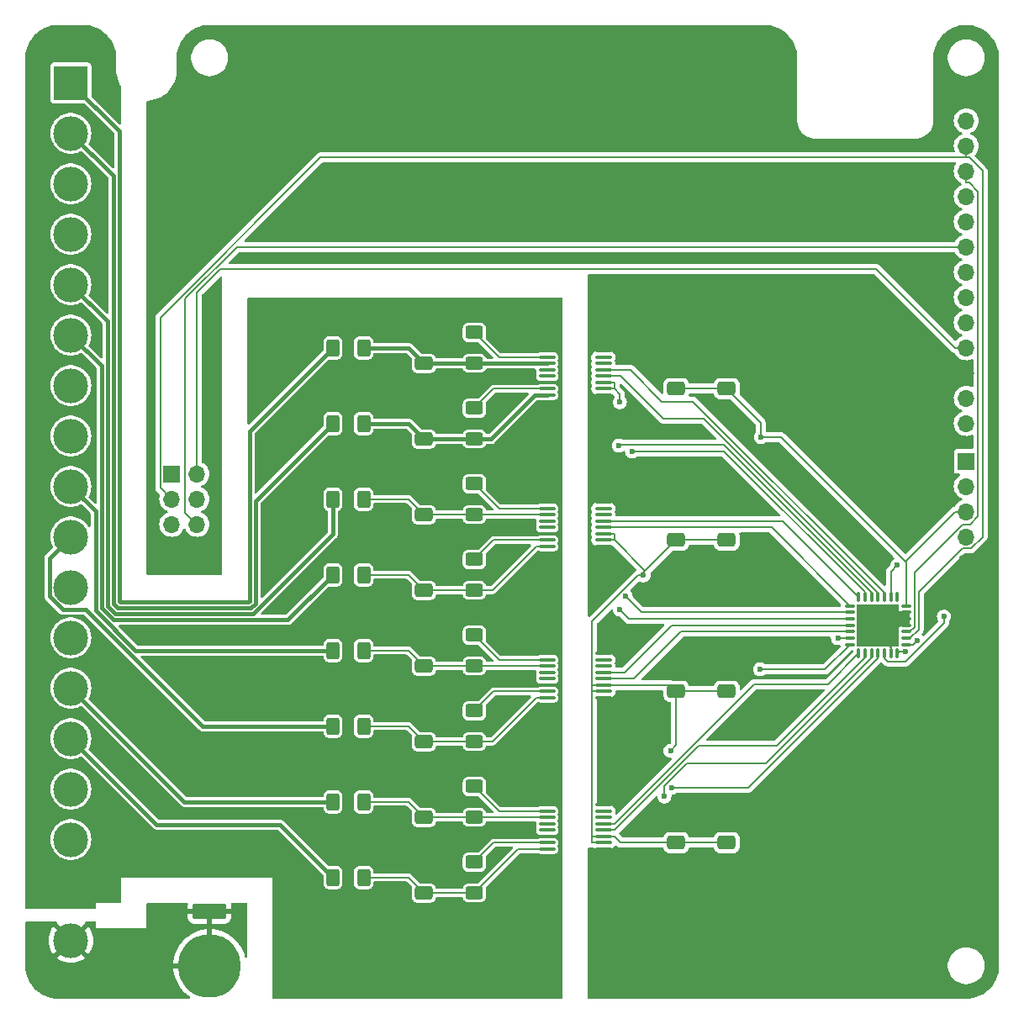
<source format=gbr>
%TF.GenerationSoftware,KiCad,Pcbnew,8.0.4-8.0.4-0~ubuntu22.04.1*%
%TF.CreationDate,2024-08-07T21:26:23+03:00*%
%TF.ProjectId,PM-DI16-DC24sink,504d2d44-4931-4362-9d44-43323473696e,rev?*%
%TF.SameCoordinates,Original*%
%TF.FileFunction,Copper,L1,Top*%
%TF.FilePolarity,Positive*%
%FSLAX46Y46*%
G04 Gerber Fmt 4.6, Leading zero omitted, Abs format (unit mm)*
G04 Created by KiCad (PCBNEW 8.0.4-8.0.4-0~ubuntu22.04.1) date 2024-08-07 21:26:23*
%MOMM*%
%LPD*%
G01*
G04 APERTURE LIST*
G04 Aperture macros list*
%AMRoundRect*
0 Rectangle with rounded corners*
0 $1 Rounding radius*
0 $2 $3 $4 $5 $6 $7 $8 $9 X,Y pos of 4 corners*
0 Add a 4 corners polygon primitive as box body*
4,1,4,$2,$3,$4,$5,$6,$7,$8,$9,$2,$3,0*
0 Add four circle primitives for the rounded corners*
1,1,$1+$1,$2,$3*
1,1,$1+$1,$4,$5*
1,1,$1+$1,$6,$7*
1,1,$1+$1,$8,$9*
0 Add four rect primitives between the rounded corners*
20,1,$1+$1,$2,$3,$4,$5,0*
20,1,$1+$1,$4,$5,$6,$7,0*
20,1,$1+$1,$6,$7,$8,$9,0*
20,1,$1+$1,$8,$9,$2,$3,0*%
G04 Aperture macros list end*
%TA.AperFunction,SMDPad,CuDef*%
%ADD10RoundRect,0.250000X0.625000X-0.400000X0.625000X0.400000X-0.625000X0.400000X-0.625000X-0.400000X0*%
%TD*%
%TA.AperFunction,SMDPad,CuDef*%
%ADD11RoundRect,0.250000X-0.650000X0.412500X-0.650000X-0.412500X0.650000X-0.412500X0.650000X0.412500X0*%
%TD*%
%TA.AperFunction,SMDPad,CuDef*%
%ADD12O,1.649999X0.399999*%
%TD*%
%TA.AperFunction,SMDPad,CuDef*%
%ADD13RoundRect,0.250000X0.650000X-0.412500X0.650000X0.412500X-0.650000X0.412500X-0.650000X-0.412500X0*%
%TD*%
%TA.AperFunction,SMDPad,CuDef*%
%ADD14RoundRect,0.250000X-0.400000X-0.625000X0.400000X-0.625000X0.400000X0.625000X-0.400000X0.625000X0*%
%TD*%
%TA.AperFunction,ComponentPad*%
%ADD15R,1.700000X1.700000*%
%TD*%
%TA.AperFunction,ComponentPad*%
%ADD16O,1.700000X1.700000*%
%TD*%
%TA.AperFunction,SMDPad,CuDef*%
%ADD17RoundRect,0.075000X0.075000X-0.437500X0.075000X0.437500X-0.075000X0.437500X-0.075000X-0.437500X0*%
%TD*%
%TA.AperFunction,SMDPad,CuDef*%
%ADD18RoundRect,0.075000X0.437500X-0.075000X0.437500X0.075000X-0.437500X0.075000X-0.437500X-0.075000X0*%
%TD*%
%TA.AperFunction,HeatsinkPad*%
%ADD19R,4.250000X4.250000*%
%TD*%
%TA.AperFunction,ComponentPad*%
%ADD20O,6.350000X6.350000*%
%TD*%
%TA.AperFunction,ComponentPad*%
%ADD21R,3.500000X3.500000*%
%TD*%
%TA.AperFunction,ComponentPad*%
%ADD22C,3.500000*%
%TD*%
%TA.AperFunction,SMDPad,CuDef*%
%ADD23RoundRect,0.250000X1.450000X-0.537500X1.450000X0.537500X-1.450000X0.537500X-1.450000X-0.537500X0*%
%TD*%
%TA.AperFunction,ViaPad*%
%ADD24C,0.600000*%
%TD*%
%TA.AperFunction,Conductor*%
%ADD25C,0.400000*%
%TD*%
%TA.AperFunction,Conductor*%
%ADD26C,0.200000*%
%TD*%
G04 APERTURE END LIST*
D10*
%TO.P,R9,1*%
%TO.N,Net-(U2-SENSE2)*%
X71120000Y-85370000D03*
%TO.P,R9,2*%
%TO.N,Net-(U2-IN2)*%
X71120000Y-82270000D03*
%TD*%
D11*
%TO.P,C10,1*%
%TO.N,GND*%
X96520000Y-100037500D03*
%TO.P,C10,2*%
%TO.N,+5V*%
X96520000Y-103162500D03*
%TD*%
D12*
%TO.P,U3,1,GND1*%
%TO.N,GND*%
X84105001Y-103822500D03*
%TO.P,U3,2,VCC1*%
%TO.N,+5V*%
X84105001Y-103187500D03*
%TO.P,U3,3,EN*%
X84105001Y-102552500D03*
%TO.P,U3,4,OUT1*%
%TO.N,/OUT06*%
X84105001Y-101917500D03*
%TO.P,U3,5,OUT2*%
%TO.N,/OUT05*%
X84105001Y-101282500D03*
%TO.P,U3,6,NC*%
%TO.N,unconnected-(U3-NC-Pad6)*%
X84105001Y-100647500D03*
%TO.P,U3,7,NC*%
%TO.N,unconnected-(U3-NC-Pad7)*%
X84105001Y-100012500D03*
%TO.P,U3,8,GND1*%
%TO.N,GND*%
X84105001Y-99377500D03*
%TO.P,U3,9,FGND2*%
%TO.N,FGND*%
X78455002Y-99377500D03*
%TO.P,U3,10,IN2*%
%TO.N,Net-(U3-IN2)*%
X78455002Y-100012500D03*
%TO.P,U3,11,SENSE2*%
%TO.N,Net-(U3-SENSE2)*%
X78455002Y-100647500D03*
%TO.P,U3,12,SUB2*%
%TO.N,unconnected-(U3-SUB2-Pad12)*%
X78455002Y-101282500D03*
%TO.P,U3,13,SUB1*%
%TO.N,unconnected-(U3-SUB1-Pad13)*%
X78455002Y-101917500D03*
%TO.P,U3,14,FGND1*%
%TO.N,FGND*%
X78455002Y-102552500D03*
%TO.P,U3,15,IN1*%
%TO.N,Net-(U3-IN1)*%
X78455002Y-103187500D03*
%TO.P,U3,16,SENSE1*%
%TO.N,Net-(U3-SENSE1)*%
X78455002Y-103822500D03*
%TD*%
D13*
%TO.P,C3,1*%
%TO.N,Net-(U4-SENSE2)*%
X66040000Y-115862500D03*
%TO.P,C3,2*%
%TO.N,FGND*%
X66040000Y-112737500D03*
%TD*%
D14*
%TO.P,R3,1*%
%TO.N,/IN05*%
X56870000Y-99060000D03*
%TO.P,R3,2*%
%TO.N,Net-(U3-SENSE2)*%
X59970000Y-99060000D03*
%TD*%
D10*
%TO.P,R15,1*%
%TO.N,Net-(U5-SENSE2)*%
X71120000Y-131090000D03*
%TO.P,R15,2*%
%TO.N,Net-(U5-IN2)*%
X71120000Y-127990000D03*
%TD*%
D13*
%TO.P,C7,1*%
%TO.N,Net-(U4-SENSE1)*%
X66040000Y-123482500D03*
%TO.P,C7,2*%
%TO.N,FGND*%
X66040000Y-120357500D03*
%TD*%
D11*
%TO.P,C12,1*%
%TO.N,GND*%
X96520000Y-130517500D03*
%TO.P,C12,2*%
%TO.N,+5V*%
X96520000Y-133642500D03*
%TD*%
D13*
%TO.P,C8,1*%
%TO.N,Net-(U5-SENSE1)*%
X66040000Y-138722500D03*
%TO.P,C8,2*%
%TO.N,FGND*%
X66040000Y-135597500D03*
%TD*%
D15*
%TO.P,J1,1,Pin_1*%
%TO.N,/SDA*%
X120650000Y-95250000D03*
D16*
%TO.P,J1,2,Pin_2*%
%TO.N,/SCL*%
X120650000Y-97790000D03*
%TO.P,J1,3,Pin_3*%
%TO.N,+5V*%
X120650000Y-100330000D03*
%TO.P,J1,4,Pin_4*%
%TO.N,+3.3V*%
X120650000Y-102870000D03*
%TO.P,J1,5,Pin_5*%
%TO.N,GND*%
X120650000Y-105410000D03*
%TD*%
D12*
%TO.P,U5,1,GND1*%
%TO.N,GND*%
X84105001Y-134302500D03*
%TO.P,U5,2,VCC1*%
%TO.N,+5V*%
X84105001Y-133667500D03*
%TO.P,U5,3,EN*%
X84105001Y-133032500D03*
%TO.P,U5,4,OUT1*%
%TO.N,/OUT14*%
X84105001Y-132397500D03*
%TO.P,U5,5,OUT2*%
%TO.N,/OUT13*%
X84105001Y-131762500D03*
%TO.P,U5,6,NC*%
%TO.N,unconnected-(U5-NC-Pad6)*%
X84105001Y-131127500D03*
%TO.P,U5,7,NC*%
%TO.N,unconnected-(U5-NC-Pad7)*%
X84105001Y-130492500D03*
%TO.P,U5,8,GND1*%
%TO.N,GND*%
X84105001Y-129857500D03*
%TO.P,U5,9,FGND2*%
%TO.N,FGND*%
X78455002Y-129857500D03*
%TO.P,U5,10,IN2*%
%TO.N,Net-(U5-IN2)*%
X78455002Y-130492500D03*
%TO.P,U5,11,SENSE2*%
%TO.N,Net-(U5-SENSE2)*%
X78455002Y-131127500D03*
%TO.P,U5,12,SUB2*%
%TO.N,unconnected-(U5-SUB2-Pad12)*%
X78455002Y-131762500D03*
%TO.P,U5,13,SUB1*%
%TO.N,unconnected-(U5-SUB1-Pad13)*%
X78455002Y-132397500D03*
%TO.P,U5,14,FGND1*%
%TO.N,FGND*%
X78455002Y-133032500D03*
%TO.P,U5,15,IN1*%
%TO.N,Net-(U5-IN1)*%
X78455002Y-133667500D03*
%TO.P,U5,16,SENSE1*%
%TO.N,Net-(U5-SENSE1)*%
X78455002Y-134302500D03*
%TD*%
D11*
%TO.P,C13,1*%
%TO.N,GND*%
X91440000Y-84797500D03*
%TO.P,C13,2*%
%TO.N,+5V*%
X91440000Y-87922500D03*
%TD*%
D14*
%TO.P,R1,1*%
%TO.N,/IN01*%
X56870000Y-83820000D03*
%TO.P,R1,2*%
%TO.N,Net-(U2-SENSE2)*%
X59970000Y-83820000D03*
%TD*%
D13*
%TO.P,C2,1*%
%TO.N,Net-(U3-SENSE2)*%
X66040000Y-100622500D03*
%TO.P,C2,2*%
%TO.N,FGND*%
X66040000Y-97497500D03*
%TD*%
D17*
%TO.P,U11,1,GPB4*%
%TO.N,/OUT13*%
X109810000Y-114597500D03*
%TO.P,U11,2,GPB5*%
%TO.N,/OUT14*%
X110460000Y-114597500D03*
%TO.P,U11,3,GPB6*%
%TO.N,/OUT15*%
X111110000Y-114597500D03*
%TO.P,U11,4,GPB7*%
%TO.N,/OUT16*%
X111760000Y-114597500D03*
%TO.P,U11,5,VDD*%
%TO.N,+3.3V*%
X112410000Y-114597500D03*
%TO.P,U11,6,VSS*%
%TO.N,GND*%
X113060000Y-114597500D03*
%TO.P,U11,7,~{CS}*%
%TO.N,/CS1*%
X113710000Y-114597500D03*
D18*
%TO.P,U11,8,SCK*%
%TO.N,/SCK*%
X114597500Y-113710000D03*
%TO.P,U11,9,SI*%
%TO.N,/MOSI*%
X114597500Y-113060000D03*
%TO.P,U11,10,SO*%
%TO.N,/MISO*%
X114597500Y-112410000D03*
%TO.P,U11,11,A0*%
%TO.N,GND*%
X114597500Y-111760000D03*
%TO.P,U11,12,A1*%
X114597500Y-111110000D03*
%TO.P,U11,13,A2*%
X114597500Y-110460000D03*
%TO.P,U11,14,~{RESET}*%
%TO.N,+5V*%
X114597500Y-109810000D03*
D17*
%TO.P,U11,15,INTB*%
%TO.N,unconnected-(U11-INTB-Pad15)*%
X113710000Y-108922500D03*
%TO.P,U11,16,INTA*%
%TO.N,/INT*%
X113060000Y-108922500D03*
%TO.P,U11,17,GPA0*%
%TO.N,/OUT01*%
X112410000Y-108922500D03*
%TO.P,U11,18,GPA1*%
%TO.N,/OUT02*%
X111760000Y-108922500D03*
%TO.P,U11,19,GPA2*%
%TO.N,/OUT03*%
X111110000Y-108922500D03*
%TO.P,U11,20,GPA3*%
%TO.N,/OUT04*%
X110460000Y-108922500D03*
%TO.P,U11,21,GPA4*%
%TO.N,/OUT05*%
X109810000Y-108922500D03*
D18*
%TO.P,U11,22,GPA5*%
%TO.N,/OUT06*%
X108922500Y-109810000D03*
%TO.P,U11,23,GPA6*%
%TO.N,/OUT07*%
X108922500Y-110460000D03*
%TO.P,U11,24,GPA7*%
%TO.N,/OUT08*%
X108922500Y-111110000D03*
%TO.P,U11,25,GPB0*%
%TO.N,/OUT09*%
X108922500Y-111760000D03*
%TO.P,U11,26,GPB1*%
%TO.N,/OUT10*%
X108922500Y-112410000D03*
%TO.P,U11,27,GPB2*%
%TO.N,/OUT11*%
X108922500Y-113060000D03*
%TO.P,U11,28,GPB3*%
%TO.N,/OUT12*%
X108922500Y-113710000D03*
D19*
%TO.P,U11,29,EP*%
%TO.N,GND*%
X111760000Y-111760000D03*
%TD*%
D13*
%TO.P,C4,1*%
%TO.N,Net-(U5-SENSE2)*%
X66040000Y-131102500D03*
%TO.P,C4,2*%
%TO.N,FGND*%
X66040000Y-127977500D03*
%TD*%
D20*
%TO.P,PE1,1*%
%TO.N,PE*%
X44450000Y-146050000D03*
%TD*%
D15*
%TO.P,J6,1,1*%
%TO.N,+3.3V*%
X40640000Y-96520000D03*
D16*
%TO.P,J6,2,2*%
X43180000Y-96520000D03*
%TO.P,J6,3,3*%
%TO.N,/MOSI*%
X40640000Y-99060000D03*
%TO.P,J6,4,4*%
%TO.N,/SCK*%
X43180000Y-99060000D03*
%TO.P,J6,5,5*%
%TO.N,/MISO*%
X40640000Y-101600000D03*
%TO.P,J6,6,6*%
%TO.N,/CS2*%
X43180000Y-101600000D03*
%TO.P,J6,7,7*%
%TO.N,GND*%
X40640000Y-104140000D03*
%TO.P,J6,8,8*%
X43180000Y-104140000D03*
%TD*%
D10*
%TO.P,R16,1*%
%TO.N,Net-(U5-SENSE1)*%
X71120000Y-138710000D03*
%TO.P,R16,2*%
%TO.N,Net-(U5-IN1)*%
X71120000Y-135610000D03*
%TD*%
D14*
%TO.P,R6,1*%
%TO.N,/IN10*%
X56870000Y-121920000D03*
%TO.P,R6,2*%
%TO.N,Net-(U4-SENSE1)*%
X59970000Y-121920000D03*
%TD*%
D21*
%TO.P,J2,1,Pin_1*%
%TO.N,/IN01*%
X30480000Y-57150000D03*
D22*
%TO.P,J2,2,Pin_2*%
%TO.N,/IN02*%
X30480000Y-62230000D03*
%TO.P,J2,3,Pin_3*%
%TO.N,/IN03*%
X30480000Y-67310000D03*
%TO.P,J2,4,Pin_4*%
%TO.N,/IN04*%
X30480000Y-72390000D03*
%TO.P,J2,5,Pin_5*%
%TO.N,/IN05*%
X30480000Y-77470000D03*
%TO.P,J2,6,Pin_6*%
%TO.N,/IN06*%
X30480000Y-82550000D03*
%TO.P,J2,7,Pin_7*%
%TO.N,/IN07*%
X30480000Y-87630000D03*
%TO.P,J2,8,Pin_8*%
%TO.N,/IN08*%
X30480000Y-92710000D03*
%TO.P,J2,9,Pin_9*%
%TO.N,/IN09*%
X30480000Y-97790000D03*
%TO.P,J2,10,Pin_10*%
%TO.N,/IN10*%
X30480000Y-102870000D03*
%TO.P,J2,11,Pin_11*%
%TO.N,/IN11*%
X30480000Y-107950000D03*
%TO.P,J2,12,Pin_12*%
%TO.N,/IN12*%
X30480000Y-113030000D03*
%TO.P,J2,13,Pin_13*%
%TO.N,/IN13*%
X30480000Y-118110000D03*
%TO.P,J2,14,Pin_14*%
%TO.N,/IN14*%
X30480000Y-123190000D03*
%TO.P,J2,15,Pin_15*%
%TO.N,/IN15*%
X30480000Y-128270000D03*
%TO.P,J2,16,Pin_16*%
%TO.N,/IN16*%
X30480000Y-133350000D03*
%TO.P,J2,17,Pin_17*%
%TO.N,FGND*%
X30480000Y-138430000D03*
%TO.P,J2,18,Pin_18*%
%TO.N,PE*%
X30480000Y-143510000D03*
%TD*%
D13*
%TO.P,C1,1*%
%TO.N,Net-(U2-SENSE2)*%
X66040000Y-85382500D03*
%TO.P,C1,2*%
%TO.N,FGND*%
X66040000Y-82257500D03*
%TD*%
D10*
%TO.P,R10,1*%
%TO.N,Net-(U2-SENSE1)*%
X71120000Y-92990000D03*
%TO.P,R10,2*%
%TO.N,Net-(U2-IN1)*%
X71120000Y-89890000D03*
%TD*%
D14*
%TO.P,R5,1*%
%TO.N,/IN09*%
X56870000Y-114300000D03*
%TO.P,R5,2*%
%TO.N,Net-(U4-SENSE2)*%
X59970000Y-114300000D03*
%TD*%
D13*
%TO.P,C6,1*%
%TO.N,Net-(U3-SENSE1)*%
X66040000Y-108242500D03*
%TO.P,C6,2*%
%TO.N,FGND*%
X66040000Y-105117500D03*
%TD*%
D14*
%TO.P,R7,1*%
%TO.N,/IN13*%
X56870000Y-129540000D03*
%TO.P,R7,2*%
%TO.N,Net-(U5-SENSE2)*%
X59970000Y-129540000D03*
%TD*%
%TO.P,R4,1*%
%TO.N,/IN06*%
X56870000Y-106680000D03*
%TO.P,R4,2*%
%TO.N,Net-(U3-SENSE1)*%
X59970000Y-106680000D03*
%TD*%
D10*
%TO.P,R14,1*%
%TO.N,Net-(U4-SENSE1)*%
X71120000Y-123470000D03*
%TO.P,R14,2*%
%TO.N,Net-(U4-IN1)*%
X71120000Y-120370000D03*
%TD*%
D23*
%TO.P,C33,1*%
%TO.N,PE*%
X44450000Y-140567500D03*
%TO.P,C33,2*%
%TO.N,FGND*%
X44450000Y-136292500D03*
%TD*%
D14*
%TO.P,R2,1*%
%TO.N,/IN02*%
X56870000Y-91440000D03*
%TO.P,R2,2*%
%TO.N,Net-(U2-SENSE1)*%
X59970000Y-91440000D03*
%TD*%
D11*
%TO.P,C16,1*%
%TO.N,GND*%
X91440000Y-130517500D03*
%TO.P,C16,2*%
%TO.N,+5V*%
X91440000Y-133642500D03*
%TD*%
%TO.P,C9,1*%
%TO.N,GND*%
X96520000Y-84797500D03*
%TO.P,C9,2*%
%TO.N,+5V*%
X96520000Y-87922500D03*
%TD*%
D12*
%TO.P,U4,1,GND1*%
%TO.N,GND*%
X84105001Y-119062500D03*
%TO.P,U4,2,VCC1*%
%TO.N,+5V*%
X84105001Y-118427500D03*
%TO.P,U4,3,EN*%
X84105001Y-117792500D03*
%TO.P,U4,4,OUT1*%
%TO.N,/OUT10*%
X84105001Y-117157500D03*
%TO.P,U4,5,OUT2*%
%TO.N,/OUT09*%
X84105001Y-116522500D03*
%TO.P,U4,6,NC*%
%TO.N,unconnected-(U4-NC-Pad6)*%
X84105001Y-115887500D03*
%TO.P,U4,7,NC*%
%TO.N,unconnected-(U4-NC-Pad7)*%
X84105001Y-115252500D03*
%TO.P,U4,8,GND1*%
%TO.N,GND*%
X84105001Y-114617500D03*
%TO.P,U4,9,FGND2*%
%TO.N,FGND*%
X78455002Y-114617500D03*
%TO.P,U4,10,IN2*%
%TO.N,Net-(U4-IN2)*%
X78455002Y-115252500D03*
%TO.P,U4,11,SENSE2*%
%TO.N,Net-(U4-SENSE2)*%
X78455002Y-115887500D03*
%TO.P,U4,12,SUB2*%
%TO.N,unconnected-(U4-SUB2-Pad12)*%
X78455002Y-116522500D03*
%TO.P,U4,13,SUB1*%
%TO.N,unconnected-(U4-SUB1-Pad13)*%
X78455002Y-117157500D03*
%TO.P,U4,14,FGND1*%
%TO.N,FGND*%
X78455002Y-117792500D03*
%TO.P,U4,15,IN1*%
%TO.N,Net-(U4-IN1)*%
X78455002Y-118427500D03*
%TO.P,U4,16,SENSE1*%
%TO.N,Net-(U4-SENSE1)*%
X78455002Y-119062500D03*
%TD*%
D11*
%TO.P,C14,1*%
%TO.N,GND*%
X91440000Y-100037500D03*
%TO.P,C14,2*%
%TO.N,+5V*%
X91440000Y-103162500D03*
%TD*%
%TO.P,C15,1*%
%TO.N,GND*%
X91440000Y-115277500D03*
%TO.P,C15,2*%
%TO.N,+5V*%
X91440000Y-118402500D03*
%TD*%
D13*
%TO.P,C5,1*%
%TO.N,Net-(U2-SENSE1)*%
X66040000Y-93002500D03*
%TO.P,C5,2*%
%TO.N,FGND*%
X66040000Y-89877500D03*
%TD*%
D12*
%TO.P,U2,1,GND1*%
%TO.N,GND*%
X84105001Y-88582500D03*
%TO.P,U2,2,VCC1*%
%TO.N,+5V*%
X84105001Y-87947500D03*
%TO.P,U2,3,EN*%
X84105001Y-87312500D03*
%TO.P,U2,4,OUT1*%
%TO.N,/OUT02*%
X84105001Y-86677500D03*
%TO.P,U2,5,OUT2*%
%TO.N,/OUT01*%
X84105001Y-86042500D03*
%TO.P,U2,6,NC*%
%TO.N,unconnected-(U2-NC-Pad6)*%
X84105001Y-85407500D03*
%TO.P,U2,7,NC*%
%TO.N,unconnected-(U2-NC-Pad7)*%
X84105001Y-84772500D03*
%TO.P,U2,8,GND1*%
%TO.N,GND*%
X84105001Y-84137500D03*
%TO.P,U2,9,FGND2*%
%TO.N,FGND*%
X78455002Y-84137500D03*
%TO.P,U2,10,IN2*%
%TO.N,Net-(U2-IN2)*%
X78455002Y-84772500D03*
%TO.P,U2,11,SENSE2*%
%TO.N,Net-(U2-SENSE2)*%
X78455002Y-85407500D03*
%TO.P,U2,12,SUB2*%
%TO.N,unconnected-(U2-SUB2-Pad12)*%
X78455002Y-86042500D03*
%TO.P,U2,13,SUB1*%
%TO.N,unconnected-(U2-SUB1-Pad13)*%
X78455002Y-86677500D03*
%TO.P,U2,14,FGND1*%
%TO.N,FGND*%
X78455002Y-87312500D03*
%TO.P,U2,15,IN1*%
%TO.N,Net-(U2-IN1)*%
X78455002Y-87947500D03*
%TO.P,U2,16,SENSE1*%
%TO.N,Net-(U2-SENSE1)*%
X78455002Y-88582500D03*
%TD*%
D10*
%TO.P,R11,1*%
%TO.N,Net-(U3-SENSE2)*%
X71120000Y-100610000D03*
%TO.P,R11,2*%
%TO.N,Net-(U3-IN2)*%
X71120000Y-97510000D03*
%TD*%
%TO.P,R13,1*%
%TO.N,Net-(U4-SENSE2)*%
X71120000Y-115850000D03*
%TO.P,R13,2*%
%TO.N,Net-(U4-IN2)*%
X71120000Y-112750000D03*
%TD*%
%TO.P,R12,1*%
%TO.N,Net-(U3-SENSE1)*%
X71120000Y-108230000D03*
%TO.P,R12,2*%
%TO.N,Net-(U3-IN1)*%
X71120000Y-105130000D03*
%TD*%
D11*
%TO.P,C11,1*%
%TO.N,GND*%
X96520000Y-115277500D03*
%TO.P,C11,2*%
%TO.N,+5V*%
X96520000Y-118402500D03*
%TD*%
D14*
%TO.P,R8,1*%
%TO.N,/IN14*%
X56870000Y-137160000D03*
%TO.P,R8,2*%
%TO.N,Net-(U5-SENSE1)*%
X59970000Y-137160000D03*
%TD*%
D16*
%TO.P,PM1,1,NC*%
%TO.N,unconnected-(PM1-NC-Pad1)*%
X120650000Y-60960000D03*
%TO.P,PM1,2,GPIO2*%
%TO.N,/MOSI*%
X120650000Y-63500000D03*
%TO.P,PM1,3,GPIO3*%
%TO.N,/MISO*%
X120650000Y-66040000D03*
%TO.P,PM1,4,GPIO9*%
%TO.N,/SCK*%
X120650000Y-68580000D03*
%TO.P,PM1,5,GPIO8*%
%TO.N,/CS1*%
X120650000Y-71120000D03*
%TO.P,PM1,6,GPIO7*%
%TO.N,/CS2*%
X120650000Y-73660000D03*
%TO.P,PM1,7,GPIO6*%
%TO.N,/INT*%
X120650000Y-76200000D03*
%TO.P,PM1,8,GPIO5*%
%TO.N,unconnected-(PM1-GPIO5-Pad8)*%
X120650000Y-78740000D03*
%TO.P,PM1,9,GPIO4*%
%TO.N,unconnected-(PM1-GPIO4-Pad9)*%
X120650000Y-81280000D03*
%TO.P,PM1,10,+3.3V*%
%TO.N,+3.3V*%
X120650000Y-83820000D03*
%TO.P,PM1,11,GND*%
%TO.N,GND*%
X120650000Y-86360000D03*
%TO.P,PM1,12,SDA*%
%TO.N,/SDA*%
X120650000Y-88900000D03*
%TO.P,PM1,13,SCL*%
%TO.N,/SCL*%
X120650000Y-91440000D03*
%TO.P,PM1,14,GND*%
%TO.N,GND*%
X93980000Y-53340000D03*
%TD*%
D24*
%TO.N,GND*%
X101600000Y-119380000D03*
X83820000Y-90170000D03*
X83820000Y-105410000D03*
X83820000Y-135890000D03*
X83820000Y-97790000D03*
X110490000Y-110490000D03*
X113030000Y-113030000D03*
X110490000Y-113030000D03*
X101600000Y-106680000D03*
X104140000Y-96520000D03*
X96520000Y-68580000D03*
X83820000Y-128270000D03*
X104140000Y-114300000D03*
X83820000Y-120650000D03*
X83820000Y-113030000D03*
X101600000Y-114300000D03*
X71120000Y-68580000D03*
X96520000Y-74930000D03*
%TO.N,+5V*%
X90869400Y-124402400D03*
X85769800Y-89300600D03*
X99965000Y-92812000D03*
X88152200Y-106746500D03*
%TO.N,/OUT16*%
X90987200Y-128104700D03*
%TO.N,/OUT07*%
X86363400Y-108840800D03*
%TO.N,/OUT04*%
X86990800Y-94246300D03*
%TO.N,/OUT15*%
X90252000Y-129007200D03*
%TO.N,/OUT03*%
X85662800Y-93662500D03*
%TO.N,/OUT12*%
X99895800Y-116190700D03*
%TO.N,/OUT11*%
X107727900Y-113060000D03*
%TO.N,/OUT08*%
X85769800Y-110164700D03*
%TO.N,/SCK*%
X115743800Y-113296600D03*
%TO.N,/INT*%
X113689300Y-105727500D03*
%TO.N,+3.3V*%
X118395500Y-110881500D03*
%TO.N,/CS1*%
X114526800Y-114393100D03*
%TD*%
D25*
%TO.N,/IN14*%
X51536000Y-131826000D02*
X39116000Y-131826000D01*
X56870000Y-137160000D02*
X51536000Y-131826000D01*
X39116000Y-131826000D02*
X30480000Y-123190000D01*
%TO.N,/IN06*%
X56870000Y-106680000D02*
X52330000Y-111220000D01*
X34731572Y-111220000D02*
X33560000Y-110048428D01*
X33560000Y-85630000D02*
X30480000Y-82550000D01*
X52330000Y-111220000D02*
X34731572Y-111220000D01*
X33560000Y-110048428D02*
X33560000Y-85630000D01*
%TO.N,/IN10*%
X32000280Y-110185764D02*
X29675204Y-110185764D01*
X56870000Y-121920000D02*
X43734516Y-121920000D01*
X43734516Y-121920000D02*
X32000280Y-110185764D01*
X28330000Y-105020000D02*
X30480000Y-102870000D01*
X29675204Y-110185764D02*
X28330000Y-108840560D01*
X28330000Y-108840560D02*
X28330000Y-105020000D01*
%TO.N,/IN13*%
X41910000Y-129540000D02*
X30480000Y-118110000D01*
X56870000Y-129540000D02*
X41910000Y-129540000D01*
%TO.N,/IN05*%
X56870000Y-99060000D02*
X56870000Y-102589900D01*
X34160000Y-109799900D02*
X34160000Y-81150000D01*
X34160000Y-81150000D02*
X30480000Y-77470000D01*
X48839900Y-110620000D02*
X34980100Y-110620000D01*
X34980100Y-110620000D02*
X34160000Y-109799900D01*
X56870000Y-102589900D02*
X48839900Y-110620000D01*
%TO.N,/IN09*%
X32960000Y-110296956D02*
X32960000Y-100270000D01*
X32960000Y-100270000D02*
X30480000Y-97790000D01*
X56870000Y-114300000D02*
X36963044Y-114300000D01*
X36963044Y-114300000D02*
X32960000Y-110296956D01*
%TO.N,/IN02*%
X35228628Y-110020000D02*
X34760000Y-109551372D01*
X56870000Y-91440000D02*
X49060000Y-99250000D01*
X48591372Y-110020000D02*
X35228628Y-110020000D01*
X34760000Y-109551372D02*
X34760000Y-66510000D01*
X34760000Y-66510000D02*
X30480000Y-62230000D01*
X49060000Y-99250000D02*
X49060000Y-109551372D01*
X49060000Y-109551372D02*
X48591372Y-110020000D01*
%TO.N,/IN01*%
X35477156Y-109420000D02*
X35360000Y-109302844D01*
X35360000Y-109302844D02*
X35360000Y-62030000D01*
X35360000Y-62030000D02*
X30480000Y-57150000D01*
X48460000Y-92230000D02*
X48460000Y-109302844D01*
X56870000Y-83820000D02*
X48460000Y-92230000D01*
X48342844Y-109420000D02*
X35477156Y-109420000D01*
X48460000Y-109302844D02*
X48342844Y-109420000D01*
D26*
%TO.N,+5V*%
X87606900Y-106746500D02*
X82978300Y-111375100D01*
X114499400Y-105328900D02*
X119498300Y-100330000D01*
X91440000Y-118402500D02*
X91440000Y-123831800D01*
X88152200Y-106746500D02*
X88152200Y-106450300D01*
X85231700Y-87312500D02*
X85231700Y-87947500D01*
X84105000Y-102552500D02*
X85231700Y-102552500D01*
X88152200Y-106746500D02*
X87606900Y-106746500D01*
X85130900Y-103187500D02*
X85230200Y-103187500D01*
X85769800Y-89300600D02*
X85769800Y-88485600D01*
X84105000Y-133032500D02*
X85231700Y-133032500D01*
X91440000Y-123831800D02*
X90869400Y-124402400D01*
X91440000Y-118402500D02*
X96520000Y-118402500D01*
X114597500Y-109810000D02*
X114597500Y-105427000D01*
X91440000Y-133642500D02*
X96520000Y-133642500D01*
X84105000Y-117792500D02*
X82978300Y-117792500D01*
X85231700Y-117792500D02*
X90830000Y-117792500D01*
X82978300Y-133667500D02*
X82978300Y-133032500D01*
X114597500Y-105427000D02*
X114499400Y-105328900D01*
X99965000Y-92812000D02*
X99965000Y-91367500D01*
X82978300Y-133032500D02*
X82978300Y-118429000D01*
X90830000Y-117792500D02*
X91440000Y-118402500D01*
X84105000Y-117792500D02*
X85231700Y-117792500D01*
X84105000Y-87947500D02*
X85231700Y-87947500D01*
X85841700Y-133642500D02*
X91440000Y-133642500D01*
X82978300Y-111375100D02*
X82978300Y-117792500D01*
X85230200Y-103187500D02*
X88322600Y-106279900D01*
X82978300Y-118429000D02*
X82979800Y-118427500D01*
X84105000Y-133032500D02*
X82978300Y-133032500D01*
X84105000Y-87312500D02*
X85231700Y-87312500D01*
X120650000Y-100330000D02*
X119498300Y-100330000D01*
X88322600Y-106279900D02*
X91440000Y-103162500D01*
X82979800Y-118427500D02*
X82978300Y-118427500D01*
X85231700Y-133032500D02*
X85841700Y-133642500D01*
X84105000Y-133667500D02*
X82978300Y-133667500D01*
X96520000Y-87922500D02*
X91440000Y-87922500D01*
X91440000Y-103162500D02*
X96520000Y-103162500D01*
X85230200Y-103187500D02*
X85231700Y-103187500D01*
X85769800Y-88485600D02*
X85231700Y-87947500D01*
X84105000Y-118427500D02*
X82979800Y-118427500D01*
X84105000Y-103187500D02*
X85130900Y-103187500D01*
X82978300Y-118427500D02*
X82978300Y-117792500D01*
X99965000Y-91367500D02*
X96520000Y-87922500D01*
X85231700Y-102552500D02*
X85231700Y-103187500D01*
X101982500Y-92812000D02*
X114499400Y-105328900D01*
X99965000Y-92812000D02*
X101982500Y-92812000D01*
X88152200Y-106450300D02*
X88322600Y-106279900D01*
%TO.N,/OUT02*%
X94217000Y-90937200D02*
X90116000Y-90937200D01*
X90116000Y-90937200D02*
X85856300Y-86677500D01*
X111760000Y-108922500D02*
X111760000Y-108480200D01*
X85856300Y-86677500D02*
X84105000Y-86677500D01*
X111760000Y-108480200D02*
X94217000Y-90937200D01*
%TO.N,/OUT01*%
X112410000Y-108922500D02*
X112410000Y-108504900D01*
X90015800Y-89225100D02*
X86833200Y-86042500D01*
X112410000Y-108504900D02*
X93130200Y-89225100D01*
X86833200Y-86042500D02*
X84105000Y-86042500D01*
X93130200Y-89225100D02*
X90015800Y-89225100D01*
%TO.N,/OUT16*%
X111760000Y-114597500D02*
X111760000Y-115074100D01*
X98729400Y-128104700D02*
X90987200Y-128104700D01*
X111760000Y-115074100D02*
X98729400Y-128104700D01*
%TO.N,/OUT09*%
X86216500Y-116522500D02*
X84105000Y-116522500D01*
X90979000Y-111760000D02*
X86216500Y-116522500D01*
X108922500Y-111760000D02*
X90979000Y-111760000D01*
%TO.N,/OUT07*%
X87982600Y-110460000D02*
X108922500Y-110460000D01*
X86363400Y-108840800D02*
X87982600Y-110460000D01*
%TO.N,/OUT04*%
X86990800Y-94246300D02*
X96280400Y-94246300D01*
X110460000Y-108425900D02*
X110460000Y-108922500D01*
X96280400Y-94246300D02*
X110460000Y-108425900D01*
%TO.N,/OUT15*%
X90252000Y-127941400D02*
X92489000Y-125704400D01*
X111110000Y-115034700D02*
X111110000Y-114597500D01*
X90252000Y-129007200D02*
X90252000Y-127941400D01*
X92489000Y-125704400D02*
X100440300Y-125704400D01*
X100440300Y-125704400D02*
X111110000Y-115034700D01*
%TO.N,/OUT03*%
X111110000Y-108922500D02*
X111110000Y-108453500D01*
X96251800Y-93595300D02*
X85730000Y-93595300D01*
X85730000Y-93595300D02*
X85662800Y-93662500D01*
X111110000Y-108453500D02*
X96251800Y-93595300D01*
%TO.N,/OUT06*%
X101030000Y-101917500D02*
X108922500Y-109810000D01*
X84105000Y-101917500D02*
X101030000Y-101917500D01*
%TO.N,/OUT12*%
X99895800Y-116190700D02*
X106441800Y-116190700D01*
X106441800Y-116190700D02*
X108922500Y-113710000D01*
%TO.N,/OUT10*%
X91908700Y-112410000D02*
X87161200Y-117157500D01*
X108922500Y-112410000D02*
X91908700Y-112410000D01*
X87161200Y-117157500D02*
X84105000Y-117157500D01*
%TO.N,/OUT14*%
X84105000Y-132397500D02*
X85231700Y-132397500D01*
X93694600Y-123918300D02*
X85231700Y-132381200D01*
X110460000Y-114993100D02*
X101534800Y-123918300D01*
X110460000Y-114597500D02*
X110460000Y-114993100D01*
X85231700Y-132381200D02*
X85231700Y-132397500D01*
X101534800Y-123918300D02*
X93694600Y-123918300D01*
%TO.N,/OUT13*%
X99308800Y-117685400D02*
X85231700Y-131762500D01*
X84105000Y-131762500D02*
X85231700Y-131762500D01*
X109810000Y-114597500D02*
X106722100Y-117685400D01*
X106722100Y-117685400D02*
X99308800Y-117685400D01*
%TO.N,/OUT11*%
X108922500Y-113060000D02*
X107727900Y-113060000D01*
%TO.N,/OUT05*%
X102170000Y-101282500D02*
X84105000Y-101282500D01*
X109810000Y-108922500D02*
X102170000Y-101282500D01*
%TO.N,/OUT08*%
X85769800Y-110164700D02*
X86715100Y-111110000D01*
X86715100Y-111110000D02*
X108922500Y-111110000D01*
%TO.N,/MOSI*%
X55611000Y-64651700D02*
X120650000Y-64651700D01*
X120650000Y-63500000D02*
X120650000Y-64651700D01*
X122287700Y-102858646D02*
X121126346Y-104020000D01*
X121126346Y-104020000D02*
X120262000Y-104020000D01*
X39488300Y-80774400D02*
X55611000Y-64651700D01*
X114992410Y-113060000D02*
X114597500Y-113060000D01*
X115867300Y-108414700D02*
X115867300Y-112185110D01*
X120650000Y-64651700D02*
X120937900Y-64651700D01*
X115867300Y-112185110D02*
X114992410Y-113060000D01*
X122287700Y-66001500D02*
X122287700Y-102858646D01*
X120937900Y-64651700D02*
X122287700Y-66001500D01*
X40640000Y-99060000D02*
X39488300Y-97908300D01*
X39488300Y-97908300D02*
X39488300Y-80774400D01*
X120262000Y-104020000D02*
X115867300Y-108414700D01*
%TO.N,/MISO*%
X120650000Y-66040000D02*
X120650000Y-67191700D01*
X115467300Y-106410800D02*
X115467300Y-111935800D01*
X114993100Y-112410000D02*
X114597500Y-112410000D01*
X120937900Y-67191700D02*
X121848200Y-68102000D01*
X121848200Y-68102000D02*
X121848200Y-100808200D01*
X121848200Y-100808200D02*
X121056400Y-101600000D01*
X120650000Y-67191700D02*
X120937900Y-67191700D01*
X120278100Y-101600000D02*
X115467300Y-106410800D01*
X115467300Y-111935800D02*
X114993100Y-112410000D01*
X121056400Y-101600000D02*
X120278100Y-101600000D01*
%TO.N,/SCK*%
X114597500Y-113710000D02*
X115330400Y-113710000D01*
X115330400Y-113710000D02*
X115743800Y-113296600D01*
D25*
%TO.N,Net-(U2-SENSE2)*%
X59970000Y-83820000D02*
X64477500Y-83820000D01*
X65885000Y-85227500D02*
X66027500Y-85370000D01*
X71157500Y-85407500D02*
X77228300Y-85407500D01*
X65885000Y-85227500D02*
X66040000Y-85382500D01*
X64477500Y-83820000D02*
X65885000Y-85227500D01*
X78455000Y-85407500D02*
X77228300Y-85407500D01*
X66027500Y-85370000D02*
X71120000Y-85370000D01*
X71120000Y-85370000D02*
X71157500Y-85407500D01*
%TO.N,Net-(U2-SENSE1)*%
X77228300Y-88582500D02*
X72820800Y-92990000D01*
X78455000Y-88582500D02*
X77228300Y-88582500D01*
X59970000Y-91440000D02*
X64477500Y-91440000D01*
X72820800Y-92990000D02*
X71120000Y-92990000D01*
X64477500Y-91440000D02*
X66040000Y-93002500D01*
X66052500Y-92990000D02*
X66040000Y-93002500D01*
X71120000Y-92990000D02*
X66052500Y-92990000D01*
D26*
%TO.N,Net-(U4-SENSE2)*%
X78455000Y-115887500D02*
X77328300Y-115887500D01*
X66040000Y-115850000D02*
X64490000Y-114300000D01*
X64490000Y-114300000D02*
X59970000Y-114300000D01*
X66040000Y-115850000D02*
X71120000Y-115850000D01*
X77290800Y-115850000D02*
X77328300Y-115887500D01*
X66040000Y-115862500D02*
X66040000Y-115850000D01*
X71120000Y-115850000D02*
X77290800Y-115850000D01*
%TO.N,Net-(U4-SENSE1)*%
X78455000Y-119062500D02*
X77328300Y-119062500D01*
X72920800Y-123470000D02*
X77328300Y-119062500D01*
X66052500Y-123470000D02*
X71120000Y-123470000D01*
X64477500Y-121920000D02*
X66040000Y-123482500D01*
X66040000Y-123482500D02*
X66052500Y-123470000D01*
X59970000Y-121920000D02*
X64477500Y-121920000D01*
X71120000Y-123470000D02*
X72920800Y-123470000D01*
%TO.N,Net-(U2-IN2)*%
X78455000Y-84772500D02*
X73622500Y-84772500D01*
X73622500Y-84772500D02*
X71120000Y-82270000D01*
%TO.N,Net-(U2-IN1)*%
X73062500Y-87947500D02*
X71120000Y-89890000D01*
X78455000Y-87947500D02*
X73062500Y-87947500D01*
%TO.N,Net-(U4-IN2)*%
X73622500Y-115252500D02*
X71120000Y-112750000D01*
X78455000Y-115252500D02*
X73622500Y-115252500D01*
%TO.N,Net-(U4-IN1)*%
X78455000Y-118427500D02*
X73062500Y-118427500D01*
X73062500Y-118427500D02*
X71120000Y-120370000D01*
%TO.N,Net-(U3-SENSE2)*%
X65885000Y-100467500D02*
X66027500Y-100610000D01*
X59970000Y-99060000D02*
X64477500Y-99060000D01*
X78455000Y-100647500D02*
X77328300Y-100647500D01*
X71120000Y-100610000D02*
X77290800Y-100610000D01*
X65885000Y-100467500D02*
X66040000Y-100622500D01*
X64477500Y-99060000D02*
X65885000Y-100467500D01*
X77290800Y-100610000D02*
X77328300Y-100647500D01*
X66027500Y-100610000D02*
X71120000Y-100610000D01*
%TO.N,Net-(U3-SENSE1)*%
X64477500Y-106680000D02*
X66040000Y-108242500D01*
X71120000Y-108230000D02*
X72920800Y-108230000D01*
X78455000Y-103822500D02*
X77328300Y-103822500D01*
X66052500Y-108230000D02*
X71120000Y-108230000D01*
X66040000Y-108242500D02*
X66052500Y-108230000D01*
X59970000Y-106680000D02*
X64477500Y-106680000D01*
X72920800Y-108230000D02*
X77328300Y-103822500D01*
%TO.N,Net-(U3-IN2)*%
X73622500Y-100012500D02*
X71120000Y-97510000D01*
X78455000Y-100012500D02*
X73622500Y-100012500D01*
%TO.N,Net-(U3-IN1)*%
X78455000Y-103187500D02*
X73062500Y-103187500D01*
X73062500Y-103187500D02*
X71120000Y-105130000D01*
%TO.N,Net-(U5-SENSE2)*%
X59970000Y-129540000D02*
X64477500Y-129540000D01*
X78455000Y-131127500D02*
X77328300Y-131127500D01*
X77290800Y-131090000D02*
X77328300Y-131127500D01*
X65885000Y-130947500D02*
X66040000Y-131102500D01*
X66027500Y-131090000D02*
X71120000Y-131090000D01*
X71120000Y-131090000D02*
X77290800Y-131090000D01*
X64477500Y-129540000D02*
X65885000Y-130947500D01*
X65885000Y-130947500D02*
X66027500Y-131090000D01*
%TO.N,Net-(U5-SENSE1)*%
X64477500Y-137160000D02*
X66040000Y-138722500D01*
X75527500Y-134302500D02*
X71120000Y-138710000D01*
X71120000Y-138710000D02*
X66052500Y-138710000D01*
X66052500Y-138710000D02*
X66040000Y-138722500D01*
X78455000Y-134302500D02*
X75527500Y-134302500D01*
X59970000Y-137160000D02*
X64477500Y-137160000D01*
%TO.N,Net-(U5-IN2)*%
X78455000Y-130492500D02*
X73622500Y-130492500D01*
X73622500Y-130492500D02*
X71120000Y-127990000D01*
%TO.N,Net-(U5-IN1)*%
X78455000Y-133667500D02*
X73062500Y-133667500D01*
X73062500Y-133667500D02*
X71120000Y-135610000D01*
%TO.N,/INT*%
X113060000Y-106356800D02*
X113060000Y-108922500D01*
X113689300Y-105727500D02*
X113060000Y-106356800D01*
%TO.N,+3.3V*%
X118395500Y-111556200D02*
X114534100Y-115417600D01*
X120650000Y-83820000D02*
X119498300Y-83820000D01*
X112410000Y-115044900D02*
X112410000Y-114597500D01*
X45565700Y-75885300D02*
X111563600Y-75885300D01*
X114534100Y-115417600D02*
X112782700Y-115417600D01*
X118395500Y-110881500D02*
X118395500Y-111556200D01*
X111563600Y-75885300D02*
X119498300Y-83820000D01*
X43180000Y-78271000D02*
X45565700Y-75885300D01*
X112782700Y-115417600D02*
X112410000Y-115044900D01*
X43180000Y-96520000D02*
X43180000Y-78271000D01*
%TO.N,/CS1*%
X114526800Y-114393100D02*
X113914400Y-114393100D01*
X113914400Y-114393100D02*
X113710000Y-114597500D01*
%TO.N,/CS2*%
X41989400Y-78891500D02*
X47220900Y-73660000D01*
X41989400Y-100409400D02*
X41989400Y-78891500D01*
X43180000Y-101600000D02*
X41989400Y-100409400D01*
X47220900Y-73660000D02*
X120650000Y-73660000D01*
%TD*%
%TA.AperFunction,Conductor*%
%TO.N,PE*%
G36*
X42214566Y-139719685D02*
G01*
X42260321Y-139772489D01*
X42270265Y-139841647D01*
X42265233Y-139863004D01*
X42260494Y-139877302D01*
X42260493Y-139877309D01*
X42250000Y-139980013D01*
X42250000Y-140317500D01*
X46649999Y-140317500D01*
X46649999Y-139980028D01*
X46649998Y-139980013D01*
X46639505Y-139877300D01*
X46634768Y-139863003D01*
X46632367Y-139793174D01*
X46668099Y-139733133D01*
X46730620Y-139701941D01*
X46752474Y-139700000D01*
X48136000Y-139700000D01*
X48203039Y-139719685D01*
X48248794Y-139772489D01*
X48260000Y-139824000D01*
X48260000Y-145128133D01*
X48240315Y-145195172D01*
X48187511Y-145240927D01*
X48118353Y-145250871D01*
X48054797Y-145221846D01*
X48017023Y-145163068D01*
X48016225Y-145160227D01*
X47949926Y-144912796D01*
X47811885Y-144553188D01*
X47637008Y-144209974D01*
X47427218Y-143886926D01*
X47184808Y-143587575D01*
X47184801Y-143587567D01*
X46912432Y-143315198D01*
X46912424Y-143315191D01*
X46613070Y-143072779D01*
X46613068Y-143072777D01*
X46290026Y-142862991D01*
X45946811Y-142688114D01*
X45587200Y-142550072D01*
X45215125Y-142450375D01*
X45215118Y-142450374D01*
X44834670Y-142390117D01*
X44700000Y-142383059D01*
X44700000Y-144469651D01*
X44575923Y-144450000D01*
X44324077Y-144450000D01*
X44200000Y-144469651D01*
X44200000Y-142383059D01*
X44199999Y-142383059D01*
X44065329Y-142390117D01*
X43684881Y-142450374D01*
X43684874Y-142450375D01*
X43312799Y-142550072D01*
X42953188Y-142688114D01*
X42609974Y-142862991D01*
X42286926Y-143072781D01*
X41987575Y-143315191D01*
X41987567Y-143315198D01*
X41715198Y-143587567D01*
X41715191Y-143587575D01*
X41472781Y-143886926D01*
X41262991Y-144209974D01*
X41088114Y-144553188D01*
X40950072Y-144912799D01*
X40850375Y-145284874D01*
X40850374Y-145284881D01*
X40790117Y-145665329D01*
X40783059Y-145799999D01*
X40783059Y-145800000D01*
X42869652Y-145800000D01*
X42850000Y-145924077D01*
X42850000Y-146175923D01*
X42869652Y-146300000D01*
X40783059Y-146300000D01*
X40790117Y-146434670D01*
X40850374Y-146815118D01*
X40850375Y-146815125D01*
X40950072Y-147187200D01*
X41088114Y-147546811D01*
X41262991Y-147890026D01*
X41472777Y-148213068D01*
X41472779Y-148213070D01*
X41715191Y-148512424D01*
X41715198Y-148512432D01*
X41987567Y-148784801D01*
X41987575Y-148784808D01*
X42286926Y-149027218D01*
X42447513Y-149131505D01*
X42493015Y-149184526D01*
X42502629Y-149253731D01*
X42473302Y-149317148D01*
X42414345Y-149354642D01*
X42379977Y-149359500D01*
X29213246Y-149359500D01*
X29206756Y-149359330D01*
X28870549Y-149341709D01*
X28857641Y-149340352D01*
X28528337Y-149288196D01*
X28515642Y-149285498D01*
X28193586Y-149199204D01*
X28181241Y-149195193D01*
X27869972Y-149075708D01*
X27858115Y-149070429D01*
X27773309Y-149027218D01*
X27561029Y-148919055D01*
X27549802Y-148912573D01*
X27270171Y-148730978D01*
X27259683Y-148723359D01*
X27000558Y-148513524D01*
X26990913Y-148504839D01*
X26755160Y-148269086D01*
X26746475Y-148259441D01*
X26536638Y-148000313D01*
X26529023Y-147989832D01*
X26347423Y-147710191D01*
X26340947Y-147698976D01*
X26189565Y-147401873D01*
X26184296Y-147390038D01*
X26064803Y-147078749D01*
X26060798Y-147066422D01*
X25974497Y-146744342D01*
X25971806Y-146731677D01*
X25919647Y-146402358D01*
X25918290Y-146389450D01*
X25900670Y-146053243D01*
X25900500Y-146046753D01*
X25900500Y-141729000D01*
X25920185Y-141661961D01*
X25972989Y-141616206D01*
X26024500Y-141605000D01*
X28950594Y-141605000D01*
X29017633Y-141624685D01*
X29063388Y-141677489D01*
X29074528Y-141733059D01*
X29073959Y-141750405D01*
X30079438Y-142755884D01*
X30077374Y-142756740D01*
X29938156Y-142849762D01*
X29819762Y-142968156D01*
X29726740Y-143107374D01*
X29725884Y-143109438D01*
X28720405Y-142103959D01*
X28720403Y-142103959D01*
X28691131Y-142137339D01*
X28691126Y-142137346D01*
X28527265Y-142382580D01*
X28527258Y-142382593D01*
X28396812Y-142647111D01*
X28302005Y-142926400D01*
X28302001Y-142926415D01*
X28244464Y-143215675D01*
X28244462Y-143215687D01*
X28225172Y-143510000D01*
X28244462Y-143804312D01*
X28244464Y-143804324D01*
X28302001Y-144093584D01*
X28302005Y-144093599D01*
X28396812Y-144372888D01*
X28527258Y-144637406D01*
X28527265Y-144637419D01*
X28691123Y-144882649D01*
X28720405Y-144916040D01*
X29725884Y-143910561D01*
X29726740Y-143912626D01*
X29819762Y-144051844D01*
X29938156Y-144170238D01*
X30077374Y-144263260D01*
X30079437Y-144264114D01*
X29073958Y-145269593D01*
X29107350Y-145298876D01*
X29352580Y-145462734D01*
X29352593Y-145462741D01*
X29617111Y-145593187D01*
X29896400Y-145687994D01*
X29896415Y-145687998D01*
X30185675Y-145745535D01*
X30185687Y-145745537D01*
X30480000Y-145764827D01*
X30774312Y-145745537D01*
X30774324Y-145745535D01*
X31063584Y-145687998D01*
X31063599Y-145687994D01*
X31342888Y-145593187D01*
X31607406Y-145462741D01*
X31607419Y-145462734D01*
X31852648Y-145298877D01*
X31886039Y-145269593D01*
X30880562Y-144264114D01*
X30882626Y-144263260D01*
X31021844Y-144170238D01*
X31140238Y-144051844D01*
X31233260Y-143912626D01*
X31234115Y-143910561D01*
X32239593Y-144916039D01*
X32268877Y-144882648D01*
X32432734Y-144637419D01*
X32432741Y-144637406D01*
X32563187Y-144372888D01*
X32657994Y-144093599D01*
X32657998Y-144093584D01*
X32715535Y-143804324D01*
X32715537Y-143804312D01*
X32734827Y-143510000D01*
X32715537Y-143215687D01*
X32715535Y-143215675D01*
X32657998Y-142926415D01*
X32657994Y-142926400D01*
X32563187Y-142647111D01*
X32432741Y-142382593D01*
X32432734Y-142382580D01*
X32268876Y-142137350D01*
X32239593Y-142103958D01*
X31234114Y-143109437D01*
X31233260Y-143107374D01*
X31140238Y-142968156D01*
X31021844Y-142849762D01*
X30882626Y-142756740D01*
X30880561Y-142755884D01*
X31886039Y-141750406D01*
X31885472Y-141733058D01*
X31902953Y-141665410D01*
X31954231Y-141617952D01*
X32009406Y-141605000D01*
X32896000Y-141605000D01*
X32963039Y-141624685D01*
X33008794Y-141677489D01*
X33020000Y-141729000D01*
X33020000Y-142240000D01*
X38100000Y-142240000D01*
X38100000Y-141154986D01*
X42250001Y-141154986D01*
X42260494Y-141257697D01*
X42315641Y-141424119D01*
X42315643Y-141424124D01*
X42407684Y-141573345D01*
X42531654Y-141697315D01*
X42680875Y-141789356D01*
X42680880Y-141789358D01*
X42847302Y-141844505D01*
X42847309Y-141844506D01*
X42950019Y-141854999D01*
X44199999Y-141854999D01*
X44700000Y-141854999D01*
X45949972Y-141854999D01*
X45949986Y-141854998D01*
X46052697Y-141844505D01*
X46219119Y-141789358D01*
X46219124Y-141789356D01*
X46368345Y-141697315D01*
X46492315Y-141573345D01*
X46584356Y-141424124D01*
X46584358Y-141424119D01*
X46639505Y-141257697D01*
X46639506Y-141257690D01*
X46649999Y-141154986D01*
X46650000Y-141154973D01*
X46650000Y-140817500D01*
X44700000Y-140817500D01*
X44700000Y-141854999D01*
X44199999Y-141854999D01*
X44200000Y-141854998D01*
X44200000Y-140817500D01*
X42250001Y-140817500D01*
X42250001Y-141154986D01*
X38100000Y-141154986D01*
X38100000Y-139824000D01*
X38119685Y-139756961D01*
X38172489Y-139711206D01*
X38224000Y-139700000D01*
X42147527Y-139700000D01*
X42214566Y-139719685D01*
G37*
%TD.AperFunction*%
%TD*%
%TA.AperFunction,Conductor*%
%TO.N,GND*%
G36*
X100333243Y-51300669D02*
G01*
X100669450Y-51318290D01*
X100682358Y-51319647D01*
X101011677Y-51371806D01*
X101024342Y-51374497D01*
X101346422Y-51460798D01*
X101358749Y-51464803D01*
X101670038Y-51584296D01*
X101681873Y-51589565D01*
X101978976Y-51740947D01*
X101990191Y-51747423D01*
X102269832Y-51929023D01*
X102280313Y-51936638D01*
X102518114Y-52129205D01*
X102539441Y-52146475D01*
X102549086Y-52155160D01*
X102784839Y-52390913D01*
X102793524Y-52400558D01*
X103003359Y-52659683D01*
X103010978Y-52670171D01*
X103192573Y-52949802D01*
X103199055Y-52961029D01*
X103256629Y-53074022D01*
X103350429Y-53258115D01*
X103355708Y-53269972D01*
X103475193Y-53581241D01*
X103479204Y-53593586D01*
X103565498Y-53915642D01*
X103568196Y-53928337D01*
X103620352Y-54257641D01*
X103621709Y-54270549D01*
X103639330Y-54606756D01*
X103639500Y-54613246D01*
X103639500Y-60894108D01*
X103639500Y-60960000D01*
X103639500Y-61086629D01*
X103652634Y-61177977D01*
X103675541Y-61337303D01*
X103675543Y-61337313D01*
X103746894Y-61580312D01*
X103852093Y-61810666D01*
X103852106Y-61810689D01*
X103989016Y-62023725D01*
X103989020Y-62023731D01*
X104154868Y-62215131D01*
X104346268Y-62380979D01*
X104346274Y-62380983D01*
X104559310Y-62517893D01*
X104559333Y-62517906D01*
X104789687Y-62623105D01*
X104789691Y-62623106D01*
X104789693Y-62623107D01*
X105032692Y-62694458D01*
X105283371Y-62730500D01*
X105283374Y-62730500D01*
X115696626Y-62730500D01*
X115696629Y-62730500D01*
X115947308Y-62694458D01*
X116190307Y-62623107D01*
X116190310Y-62623105D01*
X116190312Y-62623105D01*
X116420666Y-62517906D01*
X116420670Y-62517903D01*
X116420678Y-62517900D01*
X116633732Y-62380979D01*
X116825131Y-62215131D01*
X116990979Y-62023732D01*
X117127900Y-61810678D01*
X117127903Y-61810670D01*
X117127906Y-61810666D01*
X117233105Y-61580312D01*
X117233105Y-61580310D01*
X117233107Y-61580307D01*
X117304458Y-61337308D01*
X117340500Y-61086629D01*
X117340500Y-60960000D01*
X117340500Y-60894108D01*
X117340500Y-54613246D01*
X117340670Y-54606756D01*
X117345066Y-54522885D01*
X117346857Y-54488711D01*
X118799500Y-54488711D01*
X118799500Y-54731288D01*
X118831161Y-54971785D01*
X118893947Y-55206104D01*
X118965770Y-55379500D01*
X118986776Y-55430212D01*
X119108064Y-55640289D01*
X119108066Y-55640292D01*
X119108067Y-55640293D01*
X119255733Y-55832736D01*
X119255739Y-55832743D01*
X119427256Y-56004260D01*
X119427263Y-56004266D01*
X119540321Y-56091018D01*
X119619711Y-56151936D01*
X119829788Y-56273224D01*
X120053900Y-56366054D01*
X120288211Y-56428838D01*
X120468586Y-56452584D01*
X120528711Y-56460500D01*
X120528712Y-56460500D01*
X120771289Y-56460500D01*
X120819388Y-56454167D01*
X121011789Y-56428838D01*
X121246100Y-56366054D01*
X121470212Y-56273224D01*
X121680289Y-56151936D01*
X121872738Y-56004265D01*
X122044265Y-55832738D01*
X122191936Y-55640289D01*
X122313224Y-55430212D01*
X122406054Y-55206100D01*
X122468838Y-54971789D01*
X122500500Y-54731288D01*
X122500500Y-54488712D01*
X122468838Y-54248211D01*
X122406054Y-54013900D01*
X122313224Y-53789788D01*
X122191936Y-53579711D01*
X122122040Y-53488621D01*
X122044266Y-53387263D01*
X122044260Y-53387256D01*
X121872743Y-53215739D01*
X121872736Y-53215733D01*
X121680293Y-53068067D01*
X121680292Y-53068066D01*
X121680289Y-53068064D01*
X121494909Y-52961035D01*
X121470214Y-52946777D01*
X121470205Y-52946773D01*
X121246104Y-52853947D01*
X121011785Y-52791161D01*
X120771289Y-52759500D01*
X120771288Y-52759500D01*
X120528712Y-52759500D01*
X120528711Y-52759500D01*
X120288214Y-52791161D01*
X120053895Y-52853947D01*
X119829794Y-52946773D01*
X119829785Y-52946777D01*
X119619706Y-53068067D01*
X119427263Y-53215733D01*
X119427256Y-53215739D01*
X119255739Y-53387256D01*
X119255733Y-53387263D01*
X119108067Y-53579706D01*
X118986777Y-53789785D01*
X118986773Y-53789794D01*
X118893947Y-54013895D01*
X118831161Y-54248214D01*
X118799500Y-54488711D01*
X117346857Y-54488711D01*
X117358290Y-54270547D01*
X117359647Y-54257641D01*
X117361141Y-54248211D01*
X117411806Y-53928318D01*
X117414496Y-53915661D01*
X117500799Y-53593571D01*
X117504801Y-53581256D01*
X117624298Y-53269954D01*
X117629561Y-53258133D01*
X117780951Y-52961014D01*
X117787417Y-52949816D01*
X117969029Y-52670158D01*
X117976631Y-52659695D01*
X118186483Y-52400548D01*
X118195150Y-52390923D01*
X118430923Y-52155150D01*
X118440548Y-52146483D01*
X118699695Y-51936631D01*
X118710158Y-51929029D01*
X118989816Y-51747417D01*
X119001014Y-51740951D01*
X119298133Y-51589561D01*
X119309954Y-51584298D01*
X119621256Y-51464801D01*
X119633571Y-51460799D01*
X119955661Y-51374496D01*
X119968318Y-51371806D01*
X120297643Y-51319646D01*
X120310547Y-51318290D01*
X120643512Y-51300840D01*
X120656488Y-51300840D01*
X120989450Y-51318290D01*
X121002358Y-51319647D01*
X121331677Y-51371806D01*
X121344342Y-51374497D01*
X121666422Y-51460798D01*
X121678749Y-51464803D01*
X121990038Y-51584296D01*
X122001873Y-51589565D01*
X122298976Y-51740947D01*
X122310191Y-51747423D01*
X122589832Y-51929023D01*
X122600313Y-51936638D01*
X122838114Y-52129205D01*
X122859441Y-52146475D01*
X122869086Y-52155160D01*
X123104839Y-52390913D01*
X123113524Y-52400558D01*
X123323359Y-52659683D01*
X123330978Y-52670171D01*
X123512573Y-52949802D01*
X123519055Y-52961029D01*
X123576629Y-53074022D01*
X123670429Y-53258115D01*
X123675708Y-53269972D01*
X123795193Y-53581241D01*
X123799204Y-53593586D01*
X123885498Y-53915642D01*
X123888196Y-53928337D01*
X123940352Y-54257641D01*
X123941709Y-54270549D01*
X123959330Y-54606756D01*
X123959500Y-54613246D01*
X123959500Y-146046753D01*
X123959330Y-146053243D01*
X123941709Y-146389450D01*
X123940352Y-146402358D01*
X123888196Y-146731662D01*
X123885498Y-146744357D01*
X123799204Y-147066413D01*
X123795193Y-147078758D01*
X123675708Y-147390027D01*
X123670429Y-147401884D01*
X123519059Y-147698964D01*
X123512569Y-147710204D01*
X123330983Y-147989822D01*
X123323354Y-148000323D01*
X123113524Y-148259441D01*
X123104839Y-148269086D01*
X122869086Y-148504839D01*
X122859441Y-148513524D01*
X122600323Y-148723354D01*
X122589822Y-148730983D01*
X122310204Y-148912569D01*
X122298964Y-148919059D01*
X122001884Y-149070429D01*
X121990027Y-149075708D01*
X121678758Y-149195193D01*
X121666413Y-149199204D01*
X121344357Y-149285498D01*
X121331662Y-149288196D01*
X121002358Y-149340352D01*
X120989450Y-149341709D01*
X120653244Y-149359330D01*
X120646754Y-149359500D01*
X82674000Y-149359500D01*
X82606961Y-149339815D01*
X82561206Y-149287011D01*
X82550000Y-149235500D01*
X82550000Y-145928711D01*
X118799500Y-145928711D01*
X118799500Y-146171288D01*
X118831161Y-146411785D01*
X118893947Y-146646104D01*
X118976516Y-146845442D01*
X118986776Y-146870212D01*
X119108064Y-147080289D01*
X119108066Y-147080292D01*
X119108067Y-147080293D01*
X119255733Y-147272736D01*
X119255739Y-147272743D01*
X119427256Y-147444260D01*
X119427262Y-147444265D01*
X119619711Y-147591936D01*
X119829788Y-147713224D01*
X120053900Y-147806054D01*
X120288211Y-147868838D01*
X120468586Y-147892584D01*
X120528711Y-147900500D01*
X120528712Y-147900500D01*
X120771289Y-147900500D01*
X120819388Y-147894167D01*
X121011789Y-147868838D01*
X121246100Y-147806054D01*
X121470212Y-147713224D01*
X121680289Y-147591936D01*
X121872738Y-147444265D01*
X122044265Y-147272738D01*
X122191936Y-147080289D01*
X122313224Y-146870212D01*
X122406054Y-146646100D01*
X122468838Y-146411789D01*
X122500500Y-146171288D01*
X122500500Y-145928712D01*
X122468838Y-145688211D01*
X122406054Y-145453900D01*
X122313224Y-145229788D01*
X122191936Y-145019711D01*
X122044265Y-144827262D01*
X122044260Y-144827256D01*
X121872743Y-144655739D01*
X121872736Y-144655733D01*
X121680293Y-144508067D01*
X121680292Y-144508066D01*
X121680289Y-144508064D01*
X121470212Y-144386776D01*
X121470205Y-144386773D01*
X121246104Y-144293947D01*
X121128944Y-144262554D01*
X121011789Y-144231162D01*
X121011788Y-144231161D01*
X121011785Y-144231161D01*
X120771289Y-144199500D01*
X120771288Y-144199500D01*
X120528712Y-144199500D01*
X120528711Y-144199500D01*
X120288214Y-144231161D01*
X120053895Y-144293947D01*
X119829794Y-144386773D01*
X119829785Y-144386777D01*
X119619706Y-144508067D01*
X119427263Y-144655733D01*
X119427256Y-144655739D01*
X119255739Y-144827256D01*
X119255733Y-144827263D01*
X119108067Y-145019706D01*
X118986777Y-145229785D01*
X118986773Y-145229794D01*
X118893947Y-145453895D01*
X118831161Y-145688214D01*
X118799500Y-145928711D01*
X82550000Y-145928711D01*
X82550000Y-134212923D01*
X82569685Y-134145884D01*
X82622489Y-134100129D01*
X82691647Y-134090185D01*
X82735998Y-134105535D01*
X82785114Y-134133892D01*
X82912408Y-134168000D01*
X83112669Y-134168000D01*
X83174668Y-134184612D01*
X83248217Y-134227076D01*
X83400944Y-134267999D01*
X83400946Y-134267999D01*
X84809056Y-134267999D01*
X84809058Y-134267999D01*
X84961785Y-134227076D01*
X85098716Y-134148019D01*
X85210520Y-134036215D01*
X85245780Y-133975141D01*
X85296346Y-133926928D01*
X85364953Y-133913704D01*
X85429817Y-133939672D01*
X85440847Y-133949461D01*
X85534387Y-134043001D01*
X85557351Y-134056259D01*
X85603282Y-134082777D01*
X85603283Y-134082778D01*
X85630963Y-134098759D01*
X85648514Y-134108892D01*
X85775807Y-134143000D01*
X85775808Y-134143000D01*
X90045067Y-134143000D01*
X90112106Y-134162685D01*
X90157861Y-134215489D01*
X90164143Y-134232404D01*
X90188254Y-134315395D01*
X90188255Y-134315396D01*
X90271917Y-134456862D01*
X90271923Y-134456870D01*
X90388129Y-134573076D01*
X90388133Y-134573079D01*
X90388135Y-134573081D01*
X90529602Y-134656744D01*
X90571224Y-134668836D01*
X90687426Y-134702597D01*
X90687429Y-134702597D01*
X90687431Y-134702598D01*
X90724306Y-134705500D01*
X90724314Y-134705500D01*
X92155686Y-134705500D01*
X92155694Y-134705500D01*
X92192569Y-134702598D01*
X92192571Y-134702597D01*
X92192573Y-134702597D01*
X92234191Y-134690505D01*
X92350398Y-134656744D01*
X92491865Y-134573081D01*
X92608081Y-134456865D01*
X92691744Y-134315398D01*
X92691745Y-134315395D01*
X92715857Y-134232404D01*
X92753464Y-134173519D01*
X92816936Y-134144313D01*
X92834933Y-134143000D01*
X95125067Y-134143000D01*
X95192106Y-134162685D01*
X95237861Y-134215489D01*
X95244143Y-134232404D01*
X95268254Y-134315395D01*
X95268255Y-134315396D01*
X95351917Y-134456862D01*
X95351923Y-134456870D01*
X95468129Y-134573076D01*
X95468133Y-134573079D01*
X95468135Y-134573081D01*
X95609602Y-134656744D01*
X95651224Y-134668836D01*
X95767426Y-134702597D01*
X95767429Y-134702597D01*
X95767431Y-134702598D01*
X95804306Y-134705500D01*
X95804314Y-134705500D01*
X97235686Y-134705500D01*
X97235694Y-134705500D01*
X97272569Y-134702598D01*
X97272571Y-134702597D01*
X97272573Y-134702597D01*
X97314191Y-134690505D01*
X97430398Y-134656744D01*
X97571865Y-134573081D01*
X97688081Y-134456865D01*
X97771744Y-134315398D01*
X97812964Y-134173519D01*
X97817597Y-134157573D01*
X97817598Y-134157567D01*
X97820500Y-134120694D01*
X97820500Y-133164306D01*
X97817598Y-133127431D01*
X97771744Y-132969602D01*
X97688081Y-132828135D01*
X97688079Y-132828133D01*
X97688076Y-132828129D01*
X97571870Y-132711923D01*
X97571862Y-132711917D01*
X97430396Y-132628255D01*
X97430393Y-132628254D01*
X97272573Y-132582402D01*
X97272567Y-132582401D01*
X97235701Y-132579500D01*
X97235694Y-132579500D01*
X95804306Y-132579500D01*
X95804298Y-132579500D01*
X95767432Y-132582401D01*
X95767426Y-132582402D01*
X95609606Y-132628254D01*
X95609603Y-132628255D01*
X95468137Y-132711917D01*
X95468129Y-132711923D01*
X95351923Y-132828129D01*
X95351917Y-132828137D01*
X95268255Y-132969603D01*
X95268254Y-132969604D01*
X95244143Y-133052596D01*
X95206536Y-133111481D01*
X95143064Y-133140687D01*
X95125067Y-133142000D01*
X92834933Y-133142000D01*
X92767894Y-133122315D01*
X92722139Y-133069511D01*
X92715857Y-133052596D01*
X92691745Y-132969604D01*
X92691744Y-132969603D01*
X92691744Y-132969602D01*
X92608081Y-132828135D01*
X92608079Y-132828133D01*
X92608076Y-132828129D01*
X92491870Y-132711923D01*
X92491862Y-132711917D01*
X92350396Y-132628255D01*
X92350393Y-132628254D01*
X92192573Y-132582402D01*
X92192567Y-132582401D01*
X92155701Y-132579500D01*
X92155694Y-132579500D01*
X90724306Y-132579500D01*
X90724298Y-132579500D01*
X90687432Y-132582401D01*
X90687426Y-132582402D01*
X90529606Y-132628254D01*
X90529603Y-132628255D01*
X90388137Y-132711917D01*
X90388129Y-132711923D01*
X90271923Y-132828129D01*
X90271917Y-132828137D01*
X90188255Y-132969603D01*
X90188254Y-132969604D01*
X90164143Y-133052596D01*
X90126536Y-133111481D01*
X90063064Y-133140687D01*
X90045067Y-133142000D01*
X86100375Y-133142000D01*
X86033336Y-133122315D01*
X86012694Y-133105681D01*
X85701544Y-132794531D01*
X85668059Y-132733208D01*
X85673043Y-132663516D01*
X85701544Y-132619169D01*
X87517900Y-130802813D01*
X89341066Y-128979646D01*
X89402387Y-128946163D01*
X89472079Y-128951147D01*
X89528012Y-128993019D01*
X89551841Y-129052382D01*
X89566859Y-129176069D01*
X89566860Y-129176074D01*
X89627182Y-129335131D01*
X89689475Y-129425377D01*
X89723817Y-129475129D01*
X89829505Y-129568760D01*
X89851150Y-129587936D01*
X90001773Y-129666989D01*
X90001775Y-129666990D01*
X90166944Y-129707700D01*
X90337056Y-129707700D01*
X90502225Y-129666990D01*
X90581692Y-129625281D01*
X90652849Y-129587936D01*
X90652850Y-129587934D01*
X90652852Y-129587934D01*
X90780183Y-129475129D01*
X90876818Y-129335130D01*
X90937140Y-129176072D01*
X90957645Y-129007200D01*
X90949989Y-128944146D01*
X90961450Y-128875223D01*
X91008353Y-128823437D01*
X91064978Y-128807483D01*
X91064811Y-128806104D01*
X91072254Y-128805200D01*
X91072256Y-128805200D01*
X91237425Y-128764490D01*
X91388052Y-128685434D01*
X91443418Y-128636383D01*
X91506651Y-128606663D01*
X91525645Y-128605200D01*
X98795290Y-128605200D01*
X98795292Y-128605200D01*
X98922586Y-128571092D01*
X99036714Y-128505200D01*
X112011918Y-115529993D01*
X112073241Y-115496509D01*
X112142933Y-115501493D01*
X112187280Y-115529994D01*
X112382200Y-115724914D01*
X112475386Y-115818100D01*
X112559957Y-115866927D01*
X112589514Y-115883992D01*
X112716807Y-115918100D01*
X112716808Y-115918100D01*
X112716809Y-115918100D01*
X114599990Y-115918100D01*
X114599992Y-115918100D01*
X114727286Y-115883992D01*
X114841414Y-115818100D01*
X118692604Y-111966907D01*
X118692609Y-111966904D01*
X118702812Y-111956700D01*
X118702814Y-111956700D01*
X118796000Y-111863514D01*
X118861892Y-111749386D01*
X118863707Y-111742614D01*
X118896000Y-111622093D01*
X118896000Y-111490308D01*
X118896000Y-111427704D01*
X118915685Y-111360665D01*
X118919485Y-111355646D01*
X118919422Y-111355603D01*
X118952328Y-111307928D01*
X119020318Y-111209430D01*
X119080640Y-111050372D01*
X119101145Y-110881500D01*
X119080640Y-110712628D01*
X119020318Y-110553570D01*
X118923683Y-110413571D01*
X118796352Y-110300766D01*
X118796349Y-110300763D01*
X118645726Y-110221710D01*
X118480556Y-110181000D01*
X118310444Y-110181000D01*
X118145273Y-110221710D01*
X117994650Y-110300763D01*
X117867316Y-110413572D01*
X117770682Y-110553568D01*
X117710360Y-110712625D01*
X117710359Y-110712630D01*
X117689855Y-110881500D01*
X117710359Y-111050369D01*
X117710360Y-111050374D01*
X117770682Y-111209431D01*
X117819695Y-111280438D01*
X117841578Y-111346793D01*
X117824112Y-111414444D01*
X117805326Y-111438559D01*
X116430468Y-112813417D01*
X116369145Y-112846902D01*
X116299453Y-112841918D01*
X116260563Y-112818553D01*
X116190068Y-112756101D01*
X116152943Y-112696914D01*
X116153711Y-112627049D01*
X116184612Y-112575611D01*
X116267800Y-112492424D01*
X116333692Y-112378296D01*
X116346324Y-112331151D01*
X116367800Y-112251003D01*
X116367800Y-112119218D01*
X116367800Y-108673376D01*
X116387485Y-108606337D01*
X116404119Y-108585695D01*
X120432995Y-104556819D01*
X120494318Y-104523334D01*
X120520676Y-104520500D01*
X121192236Y-104520500D01*
X121192238Y-104520500D01*
X121319532Y-104486392D01*
X121433660Y-104420500D01*
X122688200Y-103165960D01*
X122754092Y-103051832D01*
X122788200Y-102924538D01*
X122788200Y-102792753D01*
X122788200Y-65935608D01*
X122754092Y-65808314D01*
X122688200Y-65694186D01*
X122595014Y-65601000D01*
X121543925Y-64549911D01*
X121510440Y-64488588D01*
X121515424Y-64418896D01*
X121543921Y-64374553D01*
X121611598Y-64306877D01*
X121737102Y-64127639D01*
X121829575Y-63929330D01*
X121886207Y-63717977D01*
X121905277Y-63500000D01*
X121886207Y-63282023D01*
X121829575Y-63070670D01*
X121737102Y-62872362D01*
X121737100Y-62872359D01*
X121737099Y-62872357D01*
X121611599Y-62693124D01*
X121541580Y-62623105D01*
X121456877Y-62538402D01*
X121277639Y-62412898D01*
X121126414Y-62342381D01*
X121073977Y-62296210D01*
X121054825Y-62229016D01*
X121075041Y-62162135D01*
X121126414Y-62117618D01*
X121277639Y-62047102D01*
X121456877Y-61921598D01*
X121611598Y-61766877D01*
X121737102Y-61587639D01*
X121829575Y-61389330D01*
X121886207Y-61177977D01*
X121905277Y-60960000D01*
X121886207Y-60742023D01*
X121829575Y-60530670D01*
X121737102Y-60332362D01*
X121737100Y-60332359D01*
X121737099Y-60332357D01*
X121611599Y-60153124D01*
X121611596Y-60153121D01*
X121456877Y-59998402D01*
X121277639Y-59872898D01*
X121277640Y-59872898D01*
X121277638Y-59872897D01*
X121178484Y-59826661D01*
X121079330Y-59780425D01*
X121079326Y-59780424D01*
X121079322Y-59780422D01*
X120867977Y-59723793D01*
X120650002Y-59704723D01*
X120649998Y-59704723D01*
X120504682Y-59717436D01*
X120432023Y-59723793D01*
X120432020Y-59723793D01*
X120220677Y-59780422D01*
X120220668Y-59780426D01*
X120022361Y-59872898D01*
X120022357Y-59872900D01*
X119843121Y-59998402D01*
X119688402Y-60153121D01*
X119562900Y-60332357D01*
X119562898Y-60332361D01*
X119470426Y-60530668D01*
X119470422Y-60530677D01*
X119413793Y-60742020D01*
X119413793Y-60742024D01*
X119394723Y-60959997D01*
X119394723Y-60960002D01*
X119413793Y-61177975D01*
X119413793Y-61177979D01*
X119470422Y-61389322D01*
X119470424Y-61389326D01*
X119470425Y-61389330D01*
X119477317Y-61404110D01*
X119562897Y-61587638D01*
X119569619Y-61597238D01*
X119688402Y-61766877D01*
X119843123Y-61921598D01*
X120022360Y-62047101D01*
X120022361Y-62047102D01*
X120173583Y-62117618D01*
X120226022Y-62163790D01*
X120245174Y-62230984D01*
X120224958Y-62297865D01*
X120173583Y-62342382D01*
X120022361Y-62412898D01*
X120022357Y-62412900D01*
X119843121Y-62538402D01*
X119688402Y-62693121D01*
X119562900Y-62872357D01*
X119562898Y-62872361D01*
X119470426Y-63070668D01*
X119470422Y-63070677D01*
X119413793Y-63282020D01*
X119413793Y-63282024D01*
X119394723Y-63499997D01*
X119394723Y-63500002D01*
X119401464Y-63577057D01*
X119406168Y-63630826D01*
X119413793Y-63717975D01*
X119413793Y-63717979D01*
X119470422Y-63929322D01*
X119470424Y-63929326D01*
X119470425Y-63929330D01*
X119491626Y-63974795D01*
X119502118Y-64043872D01*
X119473598Y-64107656D01*
X119415122Y-64145896D01*
X119379244Y-64151200D01*
X55545108Y-64151200D01*
X55417812Y-64185308D01*
X55303686Y-64251200D01*
X55303683Y-64251202D01*
X39087802Y-80467083D01*
X39087800Y-80467086D01*
X39021908Y-80581212D01*
X39002845Y-80652357D01*
X38987800Y-80708508D01*
X38987800Y-97842408D01*
X38987800Y-97974192D01*
X38998606Y-98014520D01*
X39021908Y-98101487D01*
X39044389Y-98140425D01*
X39087800Y-98215614D01*
X39087802Y-98215616D01*
X39418768Y-98546582D01*
X39452253Y-98607905D01*
X39450862Y-98666356D01*
X39403793Y-98842020D01*
X39403793Y-98842024D01*
X39384723Y-99059997D01*
X39384723Y-99060002D01*
X39390660Y-99127865D01*
X39396168Y-99190826D01*
X39403793Y-99277975D01*
X39403793Y-99277979D01*
X39460422Y-99489322D01*
X39460424Y-99489326D01*
X39460425Y-99489330D01*
X39480314Y-99531982D01*
X39552897Y-99687638D01*
X39552898Y-99687639D01*
X39678402Y-99866877D01*
X39833123Y-100021598D01*
X39949900Y-100103366D01*
X40012361Y-100147102D01*
X40163583Y-100217618D01*
X40216022Y-100263790D01*
X40235174Y-100330984D01*
X40214958Y-100397865D01*
X40163583Y-100442382D01*
X40012361Y-100512898D01*
X40012357Y-100512900D01*
X39833121Y-100638402D01*
X39678402Y-100793121D01*
X39552900Y-100972357D01*
X39552898Y-100972361D01*
X39460426Y-101170668D01*
X39460422Y-101170677D01*
X39403793Y-101382020D01*
X39403793Y-101382024D01*
X39384723Y-101599997D01*
X39384723Y-101600002D01*
X39403793Y-101817975D01*
X39403793Y-101817979D01*
X39460422Y-102029322D01*
X39460424Y-102029326D01*
X39460425Y-102029330D01*
X39462267Y-102033280D01*
X39552897Y-102227638D01*
X39577998Y-102263486D01*
X39678402Y-102406877D01*
X39833123Y-102561598D01*
X40012361Y-102687102D01*
X40210670Y-102779575D01*
X40422023Y-102836207D01*
X40604926Y-102852208D01*
X40639998Y-102855277D01*
X40640000Y-102855277D01*
X40640002Y-102855277D01*
X40668254Y-102852805D01*
X40857977Y-102836207D01*
X41069330Y-102779575D01*
X41267639Y-102687102D01*
X41446877Y-102561598D01*
X41601598Y-102406877D01*
X41727102Y-102227639D01*
X41797618Y-102076414D01*
X41843790Y-102023977D01*
X41910984Y-102004825D01*
X41977865Y-102025041D01*
X42022381Y-102076414D01*
X42092898Y-102227639D01*
X42218402Y-102406877D01*
X42373123Y-102561598D01*
X42552361Y-102687102D01*
X42750670Y-102779575D01*
X42962023Y-102836207D01*
X43144926Y-102852208D01*
X43179998Y-102855277D01*
X43180000Y-102855277D01*
X43180002Y-102855277D01*
X43208254Y-102852805D01*
X43397977Y-102836207D01*
X43609330Y-102779575D01*
X43807639Y-102687102D01*
X43986877Y-102561598D01*
X44141598Y-102406877D01*
X44267102Y-102227639D01*
X44359575Y-102029330D01*
X44416207Y-101817977D01*
X44435277Y-101600000D01*
X44416207Y-101382023D01*
X44359575Y-101170670D01*
X44267102Y-100972362D01*
X44267100Y-100972359D01*
X44267099Y-100972357D01*
X44141599Y-100793124D01*
X44065189Y-100716714D01*
X43986877Y-100638402D01*
X43807639Y-100512898D01*
X43656414Y-100442381D01*
X43603977Y-100396210D01*
X43584825Y-100329016D01*
X43605041Y-100262135D01*
X43656414Y-100217618D01*
X43807639Y-100147102D01*
X43986877Y-100021598D01*
X44141598Y-99866877D01*
X44267102Y-99687639D01*
X44359575Y-99489330D01*
X44416207Y-99277977D01*
X44435277Y-99060000D01*
X44416207Y-98842023D01*
X44359575Y-98630670D01*
X44267102Y-98432362D01*
X44267100Y-98432359D01*
X44267099Y-98432357D01*
X44141599Y-98253124D01*
X44104088Y-98215613D01*
X43986877Y-98098402D01*
X43807639Y-97972898D01*
X43656414Y-97902381D01*
X43603977Y-97856210D01*
X43584825Y-97789016D01*
X43605041Y-97722135D01*
X43656414Y-97677618D01*
X43807639Y-97607102D01*
X43986877Y-97481598D01*
X44141598Y-97326877D01*
X44267102Y-97147639D01*
X44359575Y-96949330D01*
X44416207Y-96737977D01*
X44435277Y-96520000D01*
X44432271Y-96485646D01*
X44428535Y-96442940D01*
X44416207Y-96302023D01*
X44359575Y-96090670D01*
X44267102Y-95892362D01*
X44267100Y-95892359D01*
X44267099Y-95892357D01*
X44141599Y-95713124D01*
X44141598Y-95713123D01*
X43986877Y-95558402D01*
X43807639Y-95432898D01*
X43752093Y-95406996D01*
X43699655Y-95360824D01*
X43680500Y-95294615D01*
X43680500Y-78529675D01*
X43700185Y-78462636D01*
X43716819Y-78441994D01*
X45508319Y-76650494D01*
X45569642Y-76617009D01*
X45639334Y-76621993D01*
X45695267Y-76663865D01*
X45719684Y-76729329D01*
X45720000Y-76738175D01*
X45720000Y-106556000D01*
X45700315Y-106623039D01*
X45647511Y-106668794D01*
X45596000Y-106680000D01*
X38224000Y-106680000D01*
X38156961Y-106660315D01*
X38111206Y-106607511D01*
X38100000Y-106556000D01*
X38100000Y-59044500D01*
X38119685Y-58977461D01*
X38172489Y-58931706D01*
X38224000Y-58920500D01*
X38259342Y-58920500D01*
X38259346Y-58920500D01*
X38576292Y-58887188D01*
X38888019Y-58820928D01*
X39191113Y-58722447D01*
X39482253Y-58592824D01*
X39758246Y-58433479D01*
X39758247Y-58433479D01*
X39806502Y-58398418D01*
X40016075Y-58246155D01*
X40252909Y-58032909D01*
X40466155Y-57796075D01*
X40653478Y-57538248D01*
X40812824Y-57262253D01*
X40942447Y-56971113D01*
X41040928Y-56668019D01*
X41107188Y-56356292D01*
X41140500Y-56039346D01*
X41140500Y-55880000D01*
X41140500Y-55814108D01*
X41140500Y-54613246D01*
X41140670Y-54606756D01*
X41145066Y-54522885D01*
X41146857Y-54488711D01*
X42599500Y-54488711D01*
X42599500Y-54731288D01*
X42631161Y-54971785D01*
X42693947Y-55206104D01*
X42765770Y-55379500D01*
X42786776Y-55430212D01*
X42908064Y-55640289D01*
X42908066Y-55640292D01*
X42908067Y-55640293D01*
X43055733Y-55832736D01*
X43055739Y-55832743D01*
X43227256Y-56004260D01*
X43227263Y-56004266D01*
X43340321Y-56091018D01*
X43419711Y-56151936D01*
X43629788Y-56273224D01*
X43853900Y-56366054D01*
X44088211Y-56428838D01*
X44268586Y-56452584D01*
X44328711Y-56460500D01*
X44328712Y-56460500D01*
X44571289Y-56460500D01*
X44619388Y-56454167D01*
X44811789Y-56428838D01*
X45046100Y-56366054D01*
X45270212Y-56273224D01*
X45480289Y-56151936D01*
X45672738Y-56004265D01*
X45844265Y-55832738D01*
X45991936Y-55640289D01*
X46113224Y-55430212D01*
X46206054Y-55206100D01*
X46268838Y-54971789D01*
X46300500Y-54731288D01*
X46300500Y-54488712D01*
X46268838Y-54248211D01*
X46206054Y-54013900D01*
X46113224Y-53789788D01*
X45991936Y-53579711D01*
X45922040Y-53488621D01*
X45844266Y-53387263D01*
X45844260Y-53387256D01*
X45672743Y-53215739D01*
X45672736Y-53215733D01*
X45480293Y-53068067D01*
X45480292Y-53068066D01*
X45480289Y-53068064D01*
X45294909Y-52961035D01*
X45270214Y-52946777D01*
X45270205Y-52946773D01*
X45046104Y-52853947D01*
X44811785Y-52791161D01*
X44571289Y-52759500D01*
X44571288Y-52759500D01*
X44328712Y-52759500D01*
X44328711Y-52759500D01*
X44088214Y-52791161D01*
X43853895Y-52853947D01*
X43629794Y-52946773D01*
X43629785Y-52946777D01*
X43419706Y-53068067D01*
X43227263Y-53215733D01*
X43227256Y-53215739D01*
X43055739Y-53387256D01*
X43055733Y-53387263D01*
X42908067Y-53579706D01*
X42786777Y-53789785D01*
X42786773Y-53789794D01*
X42693947Y-54013895D01*
X42631161Y-54248214D01*
X42599500Y-54488711D01*
X41146857Y-54488711D01*
X41158290Y-54270547D01*
X41159647Y-54257641D01*
X41161141Y-54248211D01*
X41211806Y-53928318D01*
X41214496Y-53915661D01*
X41300799Y-53593571D01*
X41304801Y-53581256D01*
X41424298Y-53269954D01*
X41429561Y-53258133D01*
X41580951Y-52961014D01*
X41587417Y-52949816D01*
X41769029Y-52670158D01*
X41776631Y-52659695D01*
X41986483Y-52400548D01*
X41995150Y-52390923D01*
X42230923Y-52155150D01*
X42240548Y-52146483D01*
X42499695Y-51936631D01*
X42510158Y-51929029D01*
X42789816Y-51747417D01*
X42801014Y-51740951D01*
X43098133Y-51589561D01*
X43109954Y-51584298D01*
X43421256Y-51464801D01*
X43433571Y-51460799D01*
X43755661Y-51374496D01*
X43768318Y-51371806D01*
X44097643Y-51319646D01*
X44110547Y-51318290D01*
X44446756Y-51300669D01*
X44453246Y-51300500D01*
X44515892Y-51300500D01*
X100264108Y-51300500D01*
X100326754Y-51300500D01*
X100333243Y-51300669D01*
G37*
%TD.AperFunction*%
%TA.AperFunction,Conductor*%
G36*
X90082539Y-118312685D02*
G01*
X90128294Y-118365489D01*
X90139500Y-118417000D01*
X90139500Y-118880701D01*
X90142401Y-118917567D01*
X90142402Y-118917573D01*
X90188254Y-119075393D01*
X90188255Y-119075396D01*
X90271917Y-119216862D01*
X90271923Y-119216870D01*
X90388129Y-119333076D01*
X90388133Y-119333079D01*
X90388135Y-119333081D01*
X90529602Y-119416744D01*
X90571224Y-119428836D01*
X90687426Y-119462597D01*
X90687429Y-119462597D01*
X90687431Y-119462598D01*
X90724306Y-119465500D01*
X90815500Y-119465500D01*
X90882539Y-119485185D01*
X90928294Y-119537989D01*
X90939500Y-119589500D01*
X90939500Y-123573123D01*
X90919815Y-123640162D01*
X90903190Y-123660795D01*
X90898414Y-123665572D01*
X90837095Y-123699063D01*
X90810724Y-123701900D01*
X90784344Y-123701900D01*
X90619173Y-123742610D01*
X90468550Y-123821663D01*
X90341216Y-123934472D01*
X90244582Y-124074468D01*
X90184260Y-124233525D01*
X90184259Y-124233530D01*
X90163755Y-124402400D01*
X90184259Y-124571269D01*
X90184260Y-124571274D01*
X90244582Y-124730331D01*
X90306875Y-124820577D01*
X90341217Y-124870329D01*
X90446905Y-124963960D01*
X90468550Y-124983136D01*
X90619173Y-125062189D01*
X90619175Y-125062190D01*
X90784344Y-125102900D01*
X90884123Y-125102900D01*
X90951162Y-125122585D01*
X90996917Y-125175389D01*
X91006861Y-125244547D01*
X90977836Y-125308103D01*
X90971804Y-125314581D01*
X85517056Y-130769328D01*
X85455733Y-130802813D01*
X85386041Y-130797829D01*
X85330108Y-130755957D01*
X85305691Y-130690493D01*
X85309599Y-130649559D01*
X85330500Y-130571557D01*
X85330500Y-130413443D01*
X85289577Y-130260716D01*
X85210520Y-130123785D01*
X85098716Y-130011981D01*
X84961785Y-129932924D01*
X84809058Y-129892001D01*
X84809057Y-129892001D01*
X83602800Y-129892001D01*
X83535761Y-129872316D01*
X83490006Y-129819512D01*
X83478800Y-129768001D01*
X83478800Y-119151999D01*
X83498485Y-119084960D01*
X83551289Y-119039205D01*
X83602800Y-119027999D01*
X84809056Y-119027999D01*
X84809058Y-119027999D01*
X84961785Y-118987076D01*
X85098716Y-118908019D01*
X85210520Y-118796215D01*
X85289577Y-118659284D01*
X85330500Y-118506557D01*
X85330500Y-118417000D01*
X85350185Y-118349961D01*
X85402989Y-118304206D01*
X85454500Y-118293000D01*
X90015500Y-118293000D01*
X90082539Y-118312685D01*
G37*
%TD.AperFunction*%
%TA.AperFunction,Conductor*%
G36*
X106327063Y-118205585D02*
G01*
X106372818Y-118258389D01*
X106382762Y-118327547D01*
X106353737Y-118391103D01*
X106347705Y-118397581D01*
X101363805Y-123381481D01*
X101302482Y-123414966D01*
X101276124Y-123417800D01*
X94583576Y-123417800D01*
X94516537Y-123398115D01*
X94470782Y-123345311D01*
X94460838Y-123276153D01*
X94489863Y-123212597D01*
X94495895Y-123206119D01*
X99479795Y-118222219D01*
X99541118Y-118188734D01*
X99567476Y-118185900D01*
X106260024Y-118185900D01*
X106327063Y-118205585D01*
G37*
%TD.AperFunction*%
%TA.AperFunction,Conductor*%
G36*
X106967480Y-112930185D02*
G01*
X107013235Y-112982989D01*
X107023536Y-113049450D01*
X107022255Y-113059997D01*
X107022255Y-113059999D01*
X107042759Y-113228869D01*
X107042760Y-113228874D01*
X107103082Y-113387931D01*
X107119253Y-113411358D01*
X107199717Y-113527929D01*
X107269235Y-113589516D01*
X107327050Y-113640736D01*
X107446298Y-113703322D01*
X107477675Y-113719790D01*
X107642844Y-113760500D01*
X107812957Y-113760500D01*
X107812960Y-113760499D01*
X107847187Y-113752063D01*
X107916989Y-113755131D01*
X107974051Y-113795450D01*
X108000257Y-113860219D01*
X107987287Y-113928874D01*
X107964544Y-113960140D01*
X106270805Y-115653881D01*
X106209482Y-115687366D01*
X106183124Y-115690200D01*
X100434245Y-115690200D01*
X100367206Y-115670515D01*
X100352018Y-115659016D01*
X100346222Y-115653881D01*
X100296652Y-115609966D01*
X100296650Y-115609965D01*
X100296649Y-115609964D01*
X100146026Y-115530910D01*
X99980856Y-115490200D01*
X99810744Y-115490200D01*
X99645573Y-115530910D01*
X99494950Y-115609963D01*
X99367616Y-115722772D01*
X99270982Y-115862768D01*
X99210660Y-116021825D01*
X99210659Y-116021830D01*
X99190155Y-116190700D01*
X99210659Y-116359569D01*
X99210660Y-116359574D01*
X99270982Y-116518631D01*
X99321072Y-116591197D01*
X99367617Y-116658629D01*
X99406034Y-116692663D01*
X99494950Y-116771436D01*
X99645573Y-116850489D01*
X99645575Y-116850490D01*
X99810744Y-116891200D01*
X99980856Y-116891200D01*
X100146025Y-116850490D01*
X100296652Y-116771434D01*
X100352018Y-116722383D01*
X100415251Y-116692663D01*
X100434245Y-116691200D01*
X106507690Y-116691200D01*
X106507692Y-116691200D01*
X106634986Y-116657092D01*
X106749114Y-116591200D01*
X109043495Y-114296817D01*
X109104818Y-114263333D01*
X109131176Y-114260499D01*
X109135500Y-114260499D01*
X109202539Y-114280184D01*
X109248294Y-114332988D01*
X109259500Y-114384499D01*
X109259500Y-114388823D01*
X109239815Y-114455862D01*
X109223181Y-114476504D01*
X106551105Y-117148581D01*
X106489782Y-117182066D01*
X106463424Y-117184900D01*
X99242908Y-117184900D01*
X99115612Y-117219008D01*
X99001486Y-117284900D01*
X99001483Y-117284902D01*
X98032181Y-118254205D01*
X97970858Y-118287690D01*
X97901166Y-118282706D01*
X97845233Y-118240834D01*
X97820816Y-118175370D01*
X97820500Y-118166524D01*
X97820500Y-117924313D01*
X97820499Y-117924298D01*
X97818744Y-117902000D01*
X97817598Y-117887431D01*
X97814920Y-117878215D01*
X97774910Y-117740499D01*
X97771744Y-117729602D01*
X97688081Y-117588135D01*
X97688079Y-117588133D01*
X97688076Y-117588129D01*
X97571870Y-117471923D01*
X97571862Y-117471917D01*
X97430396Y-117388255D01*
X97430393Y-117388254D01*
X97272573Y-117342402D01*
X97272567Y-117342401D01*
X97235701Y-117339500D01*
X97235694Y-117339500D01*
X95804306Y-117339500D01*
X95804298Y-117339500D01*
X95767432Y-117342401D01*
X95767426Y-117342402D01*
X95609606Y-117388254D01*
X95609603Y-117388255D01*
X95468137Y-117471917D01*
X95468129Y-117471923D01*
X95351923Y-117588129D01*
X95351917Y-117588137D01*
X95268255Y-117729603D01*
X95268254Y-117729604D01*
X95244143Y-117812596D01*
X95206536Y-117871481D01*
X95143064Y-117900687D01*
X95125067Y-117902000D01*
X92834933Y-117902000D01*
X92767894Y-117882315D01*
X92722139Y-117829511D01*
X92715857Y-117812596D01*
X92691745Y-117729604D01*
X92691744Y-117729603D01*
X92691744Y-117729602D01*
X92608081Y-117588135D01*
X92608079Y-117588133D01*
X92608076Y-117588129D01*
X92491870Y-117471923D01*
X92491862Y-117471917D01*
X92350396Y-117388255D01*
X92350393Y-117388254D01*
X92192573Y-117342402D01*
X92192567Y-117342401D01*
X92155701Y-117339500D01*
X92155694Y-117339500D01*
X91079607Y-117339500D01*
X91031749Y-117326675D01*
X91030696Y-117329219D01*
X91023188Y-117326109D01*
X91023186Y-117326108D01*
X90895892Y-117292000D01*
X90895891Y-117292000D01*
X88033876Y-117292000D01*
X87966837Y-117272315D01*
X87921082Y-117219511D01*
X87911138Y-117150353D01*
X87940163Y-117086797D01*
X87946195Y-117080319D01*
X92079695Y-112946819D01*
X92141018Y-112913334D01*
X92167376Y-112910500D01*
X106900441Y-112910500D01*
X106967480Y-112930185D01*
G37*
%TD.AperFunction*%
%TA.AperFunction,Conductor*%
G36*
X84996938Y-110166788D02*
G01*
X85052871Y-110208660D01*
X85076700Y-110268022D01*
X85084659Y-110333569D01*
X85084660Y-110333574D01*
X85144982Y-110492631D01*
X85169972Y-110528834D01*
X85241617Y-110632629D01*
X85316599Y-110699057D01*
X85368950Y-110745436D01*
X85519573Y-110824489D01*
X85519575Y-110824490D01*
X85684744Y-110865200D01*
X85711124Y-110865200D01*
X85778163Y-110884885D01*
X85798805Y-110901519D01*
X86407786Y-111510500D01*
X86521914Y-111576392D01*
X86649207Y-111610500D01*
X86649208Y-111610500D01*
X90121324Y-111610500D01*
X90188363Y-111630185D01*
X90234118Y-111682989D01*
X90244062Y-111752147D01*
X90215037Y-111815703D01*
X90209005Y-111822181D01*
X86045505Y-115985681D01*
X85984182Y-116019166D01*
X85957824Y-116022000D01*
X85454500Y-116022000D01*
X85387461Y-116002315D01*
X85341706Y-115949511D01*
X85330500Y-115898000D01*
X85330500Y-115808445D01*
X85330500Y-115808443D01*
X85289577Y-115655716D01*
X85275885Y-115632002D01*
X85259411Y-115564103D01*
X85275886Y-115507997D01*
X85289575Y-115484287D01*
X85289577Y-115484284D01*
X85330500Y-115331557D01*
X85330500Y-115173443D01*
X85289577Y-115020716D01*
X85210520Y-114883785D01*
X85098716Y-114771981D01*
X84961785Y-114692924D01*
X84809058Y-114652001D01*
X84809057Y-114652001D01*
X83602800Y-114652001D01*
X83535761Y-114632316D01*
X83490006Y-114579512D01*
X83478800Y-114528001D01*
X83478800Y-111633775D01*
X83498485Y-111566736D01*
X83515114Y-111546099D01*
X84865925Y-110195287D01*
X84927246Y-110161804D01*
X84996938Y-110166788D01*
G37*
%TD.AperFunction*%
%TA.AperFunction,Conductor*%
G36*
X113428327Y-109790412D02*
G01*
X113532886Y-109829412D01*
X113575928Y-109834039D01*
X113640476Y-109860776D01*
X113680325Y-109918168D01*
X113685961Y-109944074D01*
X113687992Y-109962966D01*
X113690588Y-109987114D01*
X113738372Y-110115226D01*
X113820313Y-110224687D01*
X113929774Y-110306628D01*
X114057886Y-110354412D01*
X114114515Y-110360500D01*
X114842800Y-110360499D01*
X114909839Y-110380183D01*
X114955594Y-110432987D01*
X114966800Y-110484499D01*
X114966800Y-111677122D01*
X114947115Y-111744161D01*
X114930481Y-111764803D01*
X114872103Y-111823181D01*
X114810780Y-111856666D01*
X114784422Y-111859500D01*
X114114518Y-111859500D01*
X114114509Y-111859501D01*
X114057885Y-111865587D01*
X113929773Y-111913372D01*
X113820313Y-111995313D01*
X113738373Y-112104771D01*
X113690587Y-112232889D01*
X113684500Y-112289499D01*
X113684500Y-112530480D01*
X113684501Y-112530490D01*
X113690587Y-112587114D01*
X113729584Y-112691667D01*
X113734568Y-112761358D01*
X113729584Y-112778333D01*
X113690587Y-112882887D01*
X113684500Y-112939499D01*
X113684500Y-113180480D01*
X113684501Y-113180490D01*
X113690587Y-113237114D01*
X113729584Y-113341667D01*
X113734568Y-113411358D01*
X113729584Y-113428333D01*
X113690587Y-113532887D01*
X113685960Y-113575927D01*
X113659222Y-113640478D01*
X113601829Y-113680326D01*
X113575925Y-113685961D01*
X113532884Y-113690588D01*
X113404773Y-113738372D01*
X113295313Y-113820313D01*
X113213371Y-113929774D01*
X113176181Y-114029484D01*
X113134310Y-114085418D01*
X113068845Y-114109834D01*
X113000572Y-114094982D01*
X112951167Y-114045576D01*
X112943819Y-114029484D01*
X112906628Y-113929774D01*
X112874693Y-113887114D01*
X112824687Y-113820313D01*
X112744786Y-113760500D01*
X112715228Y-113738373D01*
X112715226Y-113738372D01*
X112587114Y-113690588D01*
X112587112Y-113690587D01*
X112587110Y-113690587D01*
X112530493Y-113684500D01*
X112289519Y-113684500D01*
X112289509Y-113684501D01*
X112232885Y-113690587D01*
X112128332Y-113729584D01*
X112058640Y-113734568D01*
X112041666Y-113729584D01*
X111937111Y-113690587D01*
X111937112Y-113690587D01*
X111880493Y-113684500D01*
X111639519Y-113684500D01*
X111639509Y-113684501D01*
X111582885Y-113690587D01*
X111478332Y-113729584D01*
X111408640Y-113734568D01*
X111391666Y-113729584D01*
X111287111Y-113690587D01*
X111287112Y-113690587D01*
X111230493Y-113684500D01*
X110989519Y-113684500D01*
X110989509Y-113684501D01*
X110932885Y-113690587D01*
X110828332Y-113729584D01*
X110758640Y-113734568D01*
X110741666Y-113729584D01*
X110637111Y-113690587D01*
X110637112Y-113690587D01*
X110580493Y-113684500D01*
X110339519Y-113684500D01*
X110339509Y-113684501D01*
X110282885Y-113690587D01*
X110178332Y-113729584D01*
X110108640Y-113734568D01*
X110091666Y-113729584D01*
X109987111Y-113690587D01*
X109987112Y-113690587D01*
X109944072Y-113685960D01*
X109879521Y-113659222D01*
X109839673Y-113601829D01*
X109834038Y-113575923D01*
X109829412Y-113532887D01*
X109807764Y-113474848D01*
X109790414Y-113428332D01*
X109785431Y-113358641D01*
X109790411Y-113341676D01*
X109829412Y-113237114D01*
X109831922Y-113213761D01*
X109835499Y-113180500D01*
X109835499Y-113180490D01*
X109835500Y-113180485D01*
X109835499Y-112939516D01*
X109829412Y-112882886D01*
X109790414Y-112778332D01*
X109785431Y-112708641D01*
X109790411Y-112691676D01*
X109829412Y-112587114D01*
X109834527Y-112539537D01*
X109835499Y-112530500D01*
X109835499Y-112530490D01*
X109835500Y-112530485D01*
X109835499Y-112289516D01*
X109829412Y-112232886D01*
X109790414Y-112128332D01*
X109785431Y-112058641D01*
X109790411Y-112041676D01*
X109829412Y-111937114D01*
X109831964Y-111913372D01*
X109835499Y-111880500D01*
X109835499Y-111880494D01*
X109835500Y-111880485D01*
X109835499Y-111639516D01*
X109829412Y-111582886D01*
X109790414Y-111478332D01*
X109785431Y-111408641D01*
X109790411Y-111391676D01*
X109829412Y-111287114D01*
X109831922Y-111263761D01*
X109835499Y-111230500D01*
X109835499Y-111230494D01*
X109835500Y-111230485D01*
X109835499Y-110989516D01*
X109829412Y-110932886D01*
X109790414Y-110828332D01*
X109785431Y-110758641D01*
X109790411Y-110741676D01*
X109829412Y-110637114D01*
X109835040Y-110584767D01*
X109835499Y-110580500D01*
X109835499Y-110580494D01*
X109835500Y-110580485D01*
X109835499Y-110339516D01*
X109829412Y-110282886D01*
X109790414Y-110178332D01*
X109785431Y-110108641D01*
X109790411Y-110091676D01*
X109829412Y-109987114D01*
X109834039Y-109944070D01*
X109860776Y-109879523D01*
X109918168Y-109839674D01*
X109944076Y-109834038D01*
X109987114Y-109829412D01*
X110025022Y-109815272D01*
X110091666Y-109790416D01*
X110161357Y-109785431D01*
X110178327Y-109790412D01*
X110282886Y-109829412D01*
X110339515Y-109835500D01*
X110580484Y-109835499D01*
X110637114Y-109829412D01*
X110675022Y-109815272D01*
X110741666Y-109790416D01*
X110811357Y-109785431D01*
X110828327Y-109790412D01*
X110932886Y-109829412D01*
X110989515Y-109835500D01*
X111230484Y-109835499D01*
X111287114Y-109829412D01*
X111325022Y-109815272D01*
X111391666Y-109790416D01*
X111461357Y-109785431D01*
X111478327Y-109790412D01*
X111582886Y-109829412D01*
X111639515Y-109835500D01*
X111880484Y-109835499D01*
X111937114Y-109829412D01*
X111975022Y-109815272D01*
X112041666Y-109790416D01*
X112111357Y-109785431D01*
X112128327Y-109790412D01*
X112232886Y-109829412D01*
X112289515Y-109835500D01*
X112530484Y-109835499D01*
X112587114Y-109829412D01*
X112625022Y-109815272D01*
X112691666Y-109790416D01*
X112761357Y-109785431D01*
X112778327Y-109790412D01*
X112882886Y-109829412D01*
X112939515Y-109835500D01*
X113180484Y-109835499D01*
X113237114Y-109829412D01*
X113275022Y-109815272D01*
X113341666Y-109790416D01*
X113411357Y-109785431D01*
X113428327Y-109790412D01*
G37*
%TD.AperFunction*%
%TA.AperFunction,Conductor*%
G36*
X111371963Y-76405485D02*
G01*
X111392605Y-76422119D01*
X119097800Y-84127314D01*
X119190986Y-84220500D01*
X119305114Y-84286392D01*
X119432407Y-84320500D01*
X119432408Y-84320500D01*
X119432415Y-84320500D01*
X119440467Y-84321561D01*
X119440011Y-84325020D01*
X119491655Y-84340185D01*
X119536997Y-84392095D01*
X119562898Y-84447639D01*
X119688402Y-84626877D01*
X119843123Y-84781598D01*
X120022361Y-84907102D01*
X120220670Y-84999575D01*
X120220676Y-84999576D01*
X120220677Y-84999577D01*
X120238255Y-85004287D01*
X120432023Y-85056207D01*
X120614926Y-85072208D01*
X120649998Y-85075277D01*
X120650000Y-85075277D01*
X120650002Y-85075277D01*
X120678254Y-85072805D01*
X120867977Y-85056207D01*
X121079330Y-84999575D01*
X121171295Y-84956690D01*
X121240373Y-84946199D01*
X121304157Y-84974719D01*
X121342396Y-85033196D01*
X121347700Y-85069073D01*
X121347700Y-87650927D01*
X121328015Y-87717966D01*
X121275211Y-87763721D01*
X121206053Y-87773665D01*
X121171295Y-87763309D01*
X121079330Y-87720425D01*
X121079326Y-87720424D01*
X121079322Y-87720422D01*
X120867977Y-87663793D01*
X120650002Y-87644723D01*
X120649998Y-87644723D01*
X120504682Y-87657436D01*
X120432023Y-87663793D01*
X120432020Y-87663793D01*
X120220677Y-87720422D01*
X120220668Y-87720426D01*
X120022361Y-87812898D01*
X120022357Y-87812900D01*
X119843121Y-87938402D01*
X119688402Y-88093121D01*
X119562900Y-88272357D01*
X119562898Y-88272361D01*
X119490314Y-88428019D01*
X119473367Y-88464362D01*
X119470426Y-88470668D01*
X119470422Y-88470677D01*
X119413793Y-88682020D01*
X119413793Y-88682024D01*
X119394723Y-88899997D01*
X119394723Y-88900002D01*
X119397938Y-88936745D01*
X119405380Y-89021819D01*
X119413793Y-89117975D01*
X119413793Y-89117979D01*
X119470422Y-89329322D01*
X119470424Y-89329326D01*
X119470425Y-89329330D01*
X119516661Y-89428484D01*
X119562897Y-89527638D01*
X119562898Y-89527639D01*
X119688402Y-89706877D01*
X119843123Y-89861598D01*
X120022361Y-89987102D01*
X120173583Y-90057618D01*
X120226022Y-90103790D01*
X120245174Y-90170984D01*
X120224958Y-90237865D01*
X120173583Y-90282382D01*
X120022361Y-90352898D01*
X120022357Y-90352900D01*
X119843121Y-90478402D01*
X119688402Y-90633121D01*
X119562900Y-90812357D01*
X119562898Y-90812361D01*
X119470426Y-91010668D01*
X119470422Y-91010677D01*
X119413793Y-91222020D01*
X119413793Y-91222024D01*
X119394723Y-91439997D01*
X119394723Y-91440002D01*
X119413793Y-91657975D01*
X119413793Y-91657979D01*
X119470422Y-91869322D01*
X119470424Y-91869326D01*
X119470425Y-91869330D01*
X119497432Y-91927247D01*
X119562897Y-92067638D01*
X119562898Y-92067639D01*
X119688402Y-92246877D01*
X119843123Y-92401598D01*
X120022361Y-92527102D01*
X120220670Y-92619575D01*
X120432023Y-92676207D01*
X120614926Y-92692208D01*
X120649998Y-92695277D01*
X120650000Y-92695277D01*
X120650002Y-92695277D01*
X120678254Y-92692805D01*
X120867977Y-92676207D01*
X121079330Y-92619575D01*
X121171295Y-92576690D01*
X121240373Y-92566199D01*
X121304157Y-92594719D01*
X121342396Y-92653196D01*
X121347700Y-92689073D01*
X121347700Y-93875500D01*
X121328015Y-93942539D01*
X121275211Y-93988294D01*
X121223700Y-93999500D01*
X119768482Y-93999500D01*
X119687519Y-94012323D01*
X119674696Y-94014354D01*
X119561658Y-94071950D01*
X119561657Y-94071951D01*
X119561652Y-94071954D01*
X119471954Y-94161652D01*
X119471951Y-94161657D01*
X119471950Y-94161658D01*
X119452751Y-94199337D01*
X119414352Y-94274698D01*
X119399500Y-94368475D01*
X119399500Y-96131517D01*
X119406489Y-96175643D01*
X119414354Y-96225304D01*
X119471950Y-96338342D01*
X119471952Y-96338344D01*
X119471954Y-96338347D01*
X119561652Y-96428045D01*
X119561654Y-96428046D01*
X119561658Y-96428050D01*
X119674696Y-96485646D01*
X119674698Y-96485647D01*
X119768475Y-96500499D01*
X119768481Y-96500500D01*
X119918140Y-96500499D01*
X119985177Y-96520183D01*
X120030932Y-96572987D01*
X120040876Y-96642145D01*
X120011851Y-96705701D01*
X119989262Y-96726074D01*
X119843118Y-96828405D01*
X119688402Y-96983121D01*
X119562900Y-97162357D01*
X119562898Y-97162361D01*
X119470426Y-97360668D01*
X119470422Y-97360677D01*
X119413793Y-97572020D01*
X119413793Y-97572024D01*
X119394723Y-97789997D01*
X119394723Y-97790002D01*
X119413793Y-98007975D01*
X119413793Y-98007979D01*
X119470422Y-98219322D01*
X119470424Y-98219326D01*
X119470425Y-98219330D01*
X119516661Y-98318484D01*
X119562897Y-98417638D01*
X119573206Y-98432361D01*
X119688402Y-98596877D01*
X119843123Y-98751598D01*
X119972265Y-98842024D01*
X120022361Y-98877102D01*
X120173583Y-98947618D01*
X120226022Y-98993790D01*
X120245174Y-99060984D01*
X120224958Y-99127865D01*
X120173583Y-99172382D01*
X120022361Y-99242898D01*
X120022357Y-99242900D01*
X119843121Y-99368402D01*
X119688402Y-99523121D01*
X119562898Y-99702360D01*
X119562895Y-99702366D01*
X119536998Y-99757904D01*
X119490826Y-99810344D01*
X119440019Y-99825043D01*
X119440467Y-99828439D01*
X119432407Y-99829500D01*
X119309573Y-99862413D01*
X119309572Y-99862413D01*
X119305116Y-99863606D01*
X119305115Y-99863607D01*
X119190989Y-99929498D01*
X119190983Y-99929502D01*
X114587081Y-104533405D01*
X114525758Y-104566890D01*
X114456066Y-104561906D01*
X114411719Y-104533405D01*
X102289816Y-92411502D01*
X102289814Y-92411500D01*
X102232750Y-92378554D01*
X102175687Y-92345608D01*
X102078420Y-92319546D01*
X102048392Y-92311500D01*
X102048391Y-92311500D01*
X100589500Y-92311500D01*
X100522461Y-92291815D01*
X100476706Y-92239011D01*
X100465500Y-92187500D01*
X100465500Y-91301610D01*
X100465500Y-91301608D01*
X100431392Y-91174314D01*
X100365500Y-91060186D01*
X100272314Y-90967000D01*
X97852045Y-88546731D01*
X97818560Y-88485408D01*
X97817865Y-88443947D01*
X97817101Y-88443887D01*
X97818641Y-88424313D01*
X97820500Y-88400694D01*
X97820500Y-87444306D01*
X97817598Y-87407431D01*
X97812986Y-87391557D01*
X97774910Y-87260499D01*
X97771744Y-87249602D01*
X97688081Y-87108135D01*
X97688079Y-87108133D01*
X97688076Y-87108129D01*
X97571870Y-86991923D01*
X97571862Y-86991917D01*
X97432136Y-86909284D01*
X97430398Y-86908256D01*
X97430397Y-86908255D01*
X97430396Y-86908255D01*
X97430393Y-86908254D01*
X97272573Y-86862402D01*
X97272567Y-86862401D01*
X97235701Y-86859500D01*
X97235694Y-86859500D01*
X95804306Y-86859500D01*
X95804298Y-86859500D01*
X95767432Y-86862401D01*
X95767426Y-86862402D01*
X95609606Y-86908254D01*
X95609603Y-86908255D01*
X95468137Y-86991917D01*
X95468129Y-86991923D01*
X95351923Y-87108129D01*
X95351917Y-87108137D01*
X95268255Y-87249603D01*
X95268254Y-87249604D01*
X95244143Y-87332596D01*
X95206536Y-87391481D01*
X95143064Y-87420687D01*
X95125067Y-87422000D01*
X92834933Y-87422000D01*
X92767894Y-87402315D01*
X92722139Y-87349511D01*
X92715857Y-87332596D01*
X92691745Y-87249604D01*
X92691744Y-87249603D01*
X92691744Y-87249602D01*
X92608081Y-87108135D01*
X92608079Y-87108133D01*
X92608076Y-87108129D01*
X92491870Y-86991923D01*
X92491862Y-86991917D01*
X92352136Y-86909284D01*
X92350398Y-86908256D01*
X92350397Y-86908255D01*
X92350396Y-86908255D01*
X92350393Y-86908254D01*
X92192573Y-86862402D01*
X92192567Y-86862401D01*
X92155701Y-86859500D01*
X92155694Y-86859500D01*
X90724306Y-86859500D01*
X90724298Y-86859500D01*
X90687432Y-86862401D01*
X90687426Y-86862402D01*
X90529606Y-86908254D01*
X90529603Y-86908255D01*
X90388137Y-86991917D01*
X90388129Y-86991923D01*
X90271923Y-87108129D01*
X90271917Y-87108137D01*
X90188255Y-87249603D01*
X90188254Y-87249606D01*
X90142402Y-87407426D01*
X90142401Y-87407432D01*
X90139500Y-87444298D01*
X90139500Y-88341624D01*
X90119815Y-88408663D01*
X90067011Y-88454418D01*
X89997853Y-88464362D01*
X89934297Y-88435337D01*
X89927819Y-88429305D01*
X87140516Y-85642002D01*
X87140514Y-85642000D01*
X87079302Y-85606659D01*
X87026387Y-85576108D01*
X86962739Y-85559054D01*
X86899092Y-85542000D01*
X86899091Y-85542000D01*
X85454500Y-85542000D01*
X85387461Y-85522315D01*
X85341706Y-85469511D01*
X85330500Y-85418000D01*
X85330500Y-85328445D01*
X85330500Y-85328443D01*
X85289577Y-85175716D01*
X85275885Y-85152002D01*
X85259411Y-85084103D01*
X85275886Y-85027997D01*
X85289575Y-85004287D01*
X85289577Y-85004284D01*
X85330500Y-84851557D01*
X85330500Y-84693443D01*
X85289577Y-84540716D01*
X85210520Y-84403785D01*
X85098716Y-84291981D01*
X84961785Y-84212924D01*
X84809058Y-84172001D01*
X83400944Y-84172001D01*
X83248217Y-84212924D01*
X83248214Y-84212925D01*
X83111284Y-84291982D01*
X82999483Y-84403783D01*
X82920426Y-84540713D01*
X82920425Y-84540716D01*
X82879502Y-84693443D01*
X82879502Y-84851557D01*
X82893450Y-84903609D01*
X82920425Y-85004283D01*
X82920425Y-85004284D01*
X82934118Y-85028001D01*
X82950589Y-85095901D01*
X82934118Y-85151999D01*
X82920425Y-85175715D01*
X82920425Y-85175716D01*
X82879502Y-85328443D01*
X82879502Y-85486557D01*
X82889084Y-85522315D01*
X82920425Y-85639283D01*
X82920425Y-85639284D01*
X82934118Y-85663001D01*
X82950589Y-85730901D01*
X82934118Y-85786999D01*
X82920425Y-85810715D01*
X82920425Y-85810716D01*
X82879502Y-85963443D01*
X82879502Y-86121556D01*
X82920425Y-86274283D01*
X82920425Y-86274284D01*
X82934118Y-86298001D01*
X82950589Y-86365901D01*
X82934118Y-86421999D01*
X82920425Y-86445715D01*
X82920425Y-86445716D01*
X82879502Y-86598443D01*
X82879502Y-86756557D01*
X82920150Y-86908255D01*
X82920425Y-86909283D01*
X82920425Y-86909284D01*
X82934118Y-86933001D01*
X82950589Y-87000901D01*
X82934118Y-87056999D01*
X82920425Y-87080715D01*
X82920425Y-87080716D01*
X82879502Y-87233443D01*
X82879502Y-87391557D01*
X82906828Y-87493537D01*
X82920425Y-87544283D01*
X82920425Y-87544284D01*
X82934118Y-87568001D01*
X82950589Y-87635901D01*
X82934118Y-87691999D01*
X82920425Y-87715715D01*
X82920425Y-87715716D01*
X82879502Y-87868443D01*
X82879502Y-88026557D01*
X82920425Y-88179284D01*
X82999482Y-88316215D01*
X83111286Y-88428019D01*
X83248217Y-88507076D01*
X83400944Y-88547999D01*
X83400946Y-88547999D01*
X84809056Y-88547999D01*
X84809058Y-88547999D01*
X84961785Y-88507076D01*
X84961792Y-88507071D01*
X84969299Y-88503964D01*
X84970450Y-88506743D01*
X85024369Y-88493638D01*
X85090406Y-88516461D01*
X85106200Y-88529814D01*
X85232982Y-88656595D01*
X85266466Y-88717916D01*
X85269300Y-88744275D01*
X85269300Y-88754396D01*
X85249615Y-88821435D01*
X85245815Y-88826454D01*
X85245878Y-88826498D01*
X85144982Y-88972668D01*
X85084660Y-89131725D01*
X85084659Y-89131730D01*
X85064155Y-89300600D01*
X85084659Y-89469469D01*
X85084660Y-89469474D01*
X85144982Y-89628531D01*
X85188442Y-89691492D01*
X85241617Y-89768529D01*
X85346665Y-89861593D01*
X85368950Y-89881336D01*
X85519573Y-89960389D01*
X85519575Y-89960390D01*
X85684744Y-90001100D01*
X85854856Y-90001100D01*
X86020025Y-89960390D01*
X86099492Y-89918681D01*
X86170649Y-89881336D01*
X86170650Y-89881334D01*
X86170652Y-89881334D01*
X86297983Y-89768529D01*
X86394618Y-89628530D01*
X86454940Y-89469472D01*
X86475445Y-89300600D01*
X86454940Y-89131728D01*
X86394618Y-88972670D01*
X86297983Y-88832671D01*
X86297982Y-88832670D01*
X86293722Y-88826498D01*
X86295986Y-88824934D01*
X86271761Y-88773374D01*
X86270300Y-88754396D01*
X86270300Y-88419710D01*
X86270300Y-88419708D01*
X86236192Y-88292414D01*
X86233008Y-88286900D01*
X86224612Y-88272357D01*
X86170300Y-88178286D01*
X86077114Y-88085100D01*
X86077113Y-88085099D01*
X86072783Y-88080769D01*
X86072772Y-88080759D01*
X85768519Y-87776505D01*
X85735034Y-87715182D01*
X85732200Y-87688824D01*
X85732200Y-87560576D01*
X85751885Y-87493537D01*
X85804689Y-87447782D01*
X85873847Y-87437838D01*
X85937403Y-87466863D01*
X85943881Y-87472895D01*
X89715500Y-91244514D01*
X89808686Y-91337700D01*
X89922814Y-91403592D01*
X90050108Y-91437700D01*
X90181893Y-91437700D01*
X93958324Y-91437700D01*
X94025363Y-91457385D01*
X94046005Y-91474019D01*
X95455105Y-92883119D01*
X95488590Y-92944442D01*
X95483606Y-93014134D01*
X95441734Y-93070067D01*
X95376270Y-93094484D01*
X95367424Y-93094800D01*
X86119049Y-93094800D01*
X86061423Y-93080596D01*
X85913026Y-93002710D01*
X85747856Y-92962000D01*
X85577744Y-92962000D01*
X85412573Y-93002710D01*
X85261950Y-93081763D01*
X85134616Y-93194572D01*
X85037982Y-93334568D01*
X84977660Y-93493625D01*
X84977659Y-93493630D01*
X84957155Y-93662500D01*
X84977659Y-93831369D01*
X84977660Y-93831374D01*
X85037982Y-93990431D01*
X85094252Y-94071950D01*
X85134617Y-94130429D01*
X85183781Y-94173984D01*
X85261950Y-94243236D01*
X85412573Y-94322289D01*
X85412575Y-94322290D01*
X85577744Y-94363000D01*
X85747856Y-94363000D01*
X85913025Y-94322290D01*
X86024774Y-94263639D01*
X86063649Y-94243236D01*
X86063650Y-94243234D01*
X86063652Y-94243234D01*
X86086462Y-94223025D01*
X86149693Y-94193306D01*
X86218956Y-94202488D01*
X86272260Y-94247660D01*
X86291784Y-94300895D01*
X86305659Y-94415169D01*
X86305660Y-94415174D01*
X86365982Y-94574231D01*
X86428275Y-94664477D01*
X86462617Y-94714229D01*
X86534582Y-94777984D01*
X86589950Y-94827036D01*
X86740573Y-94906089D01*
X86740575Y-94906090D01*
X86905744Y-94946800D01*
X87075856Y-94946800D01*
X87241025Y-94906090D01*
X87391652Y-94827034D01*
X87447018Y-94777983D01*
X87510251Y-94748263D01*
X87529245Y-94746800D01*
X96021724Y-94746800D01*
X96088763Y-94766485D01*
X96109405Y-94783119D01*
X101896605Y-100570319D01*
X101930090Y-100631642D01*
X101925106Y-100701334D01*
X101883234Y-100757267D01*
X101817770Y-100781684D01*
X101808924Y-100782000D01*
X85454500Y-100782000D01*
X85387461Y-100762315D01*
X85341706Y-100709511D01*
X85330500Y-100658000D01*
X85330500Y-100568445D01*
X85330500Y-100568443D01*
X85289577Y-100415716D01*
X85275885Y-100392002D01*
X85259411Y-100324103D01*
X85275886Y-100267997D01*
X85278315Y-100263790D01*
X85289577Y-100244284D01*
X85330500Y-100091557D01*
X85330500Y-99933443D01*
X85289577Y-99780716D01*
X85210520Y-99643785D01*
X85098716Y-99531981D01*
X84961785Y-99452924D01*
X84809058Y-99412001D01*
X83400944Y-99412001D01*
X83248217Y-99452924D01*
X83248214Y-99452925D01*
X83111284Y-99531982D01*
X82999483Y-99643783D01*
X82920426Y-99780713D01*
X82920425Y-99780716D01*
X82879502Y-99933443D01*
X82879502Y-100091556D01*
X82920425Y-100244283D01*
X82920425Y-100244284D01*
X82934118Y-100268001D01*
X82950589Y-100335901D01*
X82934118Y-100391999D01*
X82920425Y-100415715D01*
X82920425Y-100415716D01*
X82879502Y-100568443D01*
X82879502Y-100726557D01*
X82897339Y-100793123D01*
X82920425Y-100879283D01*
X82920425Y-100879284D01*
X82934118Y-100903001D01*
X82950589Y-100970901D01*
X82934118Y-101026999D01*
X82920425Y-101050715D01*
X82920425Y-101050716D01*
X82879502Y-101203443D01*
X82879502Y-101361557D01*
X82889016Y-101397061D01*
X82920425Y-101514283D01*
X82920425Y-101514284D01*
X82934118Y-101538001D01*
X82950589Y-101605901D01*
X82934118Y-101661999D01*
X82920425Y-101685715D01*
X82920425Y-101685716D01*
X82879502Y-101838443D01*
X82879502Y-101996557D01*
X82897339Y-102063123D01*
X82920425Y-102149283D01*
X82920425Y-102149284D01*
X82934118Y-102173001D01*
X82950589Y-102240901D01*
X82934118Y-102296999D01*
X82920425Y-102320715D01*
X82920425Y-102320716D01*
X82879502Y-102473443D01*
X82879502Y-102631557D01*
X82883756Y-102647431D01*
X82920425Y-102784283D01*
X82920425Y-102784284D01*
X82934118Y-102808001D01*
X82950589Y-102875901D01*
X82934118Y-102931999D01*
X82920425Y-102955715D01*
X82920425Y-102955716D01*
X82879502Y-103108443D01*
X82879502Y-103266557D01*
X82920425Y-103419284D01*
X82999482Y-103556215D01*
X83111286Y-103668019D01*
X83248217Y-103747076D01*
X83400944Y-103787999D01*
X83400946Y-103787999D01*
X84809056Y-103787999D01*
X84809058Y-103787999D01*
X84961785Y-103747076D01*
X84961792Y-103747071D01*
X84969299Y-103743964D01*
X84970574Y-103747042D01*
X85023349Y-103734184D01*
X85089398Y-103756969D01*
X85105254Y-103770368D01*
X87427051Y-106092165D01*
X87460536Y-106153488D01*
X87455552Y-106223180D01*
X87413680Y-106279113D01*
X87401371Y-106287232D01*
X87299592Y-106345995D01*
X87299583Y-106346002D01*
X82761681Y-110883905D01*
X82700358Y-110917390D01*
X82630666Y-110912406D01*
X82574733Y-110870534D01*
X82550316Y-110805070D01*
X82550000Y-110796224D01*
X82550000Y-76509800D01*
X82569685Y-76442761D01*
X82622489Y-76397006D01*
X82674000Y-76385800D01*
X111304924Y-76385800D01*
X111371963Y-76405485D01*
G37*
%TD.AperFunction*%
%TA.AperFunction,Conductor*%
G36*
X100838363Y-102437685D02*
G01*
X100859005Y-102454319D01*
X107975771Y-109571085D01*
X108009256Y-109632408D01*
X108011380Y-109672016D01*
X108009500Y-109689502D01*
X108009500Y-109689514D01*
X108009500Y-109689515D01*
X108009500Y-109802577D01*
X108009501Y-109835499D01*
X107989817Y-109902539D01*
X107937013Y-109948294D01*
X107885501Y-109959500D01*
X88241276Y-109959500D01*
X88174237Y-109939815D01*
X88153595Y-109923181D01*
X87099002Y-108868588D01*
X87065517Y-108807265D01*
X87063587Y-108795853D01*
X87052295Y-108702856D01*
X87048540Y-108671928D01*
X86988218Y-108512870D01*
X86891583Y-108372871D01*
X86882415Y-108364749D01*
X86845288Y-108305562D01*
X86846054Y-108235696D01*
X86876958Y-108184254D01*
X87675441Y-107385771D01*
X87736762Y-107352288D01*
X87806454Y-107357272D01*
X87820746Y-107363658D01*
X87879900Y-107394704D01*
X87901975Y-107406290D01*
X88067144Y-107447000D01*
X88237256Y-107447000D01*
X88402425Y-107406290D01*
X88505316Y-107352288D01*
X88553049Y-107327236D01*
X88553050Y-107327234D01*
X88553052Y-107327234D01*
X88680383Y-107214429D01*
X88777018Y-107074430D01*
X88837340Y-106915372D01*
X88857845Y-106746500D01*
X88837340Y-106577628D01*
X88836995Y-106576718D01*
X88836940Y-106576006D01*
X88835545Y-106570346D01*
X88836485Y-106570114D01*
X88831623Y-106507055D01*
X88864767Y-106445547D01*
X88865003Y-106445309D01*
X91048495Y-104261819D01*
X91109818Y-104228334D01*
X91136176Y-104225500D01*
X92155686Y-104225500D01*
X92155694Y-104225500D01*
X92192569Y-104222598D01*
X92192571Y-104222597D01*
X92192573Y-104222597D01*
X92234191Y-104210505D01*
X92350398Y-104176744D01*
X92491865Y-104093081D01*
X92608081Y-103976865D01*
X92691744Y-103835398D01*
X92691745Y-103835395D01*
X92715857Y-103752404D01*
X92753464Y-103693519D01*
X92816936Y-103664313D01*
X92834933Y-103663000D01*
X95125067Y-103663000D01*
X95192106Y-103682685D01*
X95237861Y-103735489D01*
X95244143Y-103752404D01*
X95268254Y-103835395D01*
X95268255Y-103835396D01*
X95268256Y-103835398D01*
X95288135Y-103869011D01*
X95351917Y-103976862D01*
X95351923Y-103976870D01*
X95468129Y-104093076D01*
X95468133Y-104093079D01*
X95468135Y-104093081D01*
X95609602Y-104176744D01*
X95651224Y-104188836D01*
X95767426Y-104222597D01*
X95767429Y-104222597D01*
X95767431Y-104222598D01*
X95804306Y-104225500D01*
X95804314Y-104225500D01*
X97235686Y-104225500D01*
X97235694Y-104225500D01*
X97272569Y-104222598D01*
X97272571Y-104222597D01*
X97272573Y-104222597D01*
X97314191Y-104210505D01*
X97430398Y-104176744D01*
X97571865Y-104093081D01*
X97688081Y-103976865D01*
X97771744Y-103835398D01*
X97805916Y-103717778D01*
X97817597Y-103677573D01*
X97817598Y-103677567D01*
X97817652Y-103676877D01*
X97820500Y-103640694D01*
X97820500Y-102684306D01*
X97817598Y-102647431D01*
X97797018Y-102576594D01*
X97797218Y-102506725D01*
X97835161Y-102448055D01*
X97898799Y-102419212D01*
X97916095Y-102418000D01*
X100771324Y-102418000D01*
X100838363Y-102437685D01*
G37*
%TD.AperFunction*%
%TA.AperFunction,Conductor*%
G36*
X95192106Y-88442685D02*
G01*
X95237861Y-88495489D01*
X95244143Y-88512404D01*
X95268254Y-88595395D01*
X95268255Y-88595396D01*
X95351917Y-88736862D01*
X95351923Y-88736870D01*
X95468129Y-88853076D01*
X95468133Y-88853079D01*
X95468135Y-88853081D01*
X95609602Y-88936744D01*
X95651224Y-88948836D01*
X95767426Y-88982597D01*
X95767429Y-88982597D01*
X95767431Y-88982598D01*
X95804306Y-88985500D01*
X96823824Y-88985500D01*
X96890863Y-89005185D01*
X96911505Y-89021819D01*
X99428181Y-91538495D01*
X99461666Y-91599818D01*
X99464500Y-91626176D01*
X99464500Y-92265796D01*
X99444815Y-92332835D01*
X99441015Y-92337854D01*
X99441078Y-92337898D01*
X99340182Y-92484068D01*
X99279860Y-92643125D01*
X99279859Y-92643130D01*
X99259355Y-92812000D01*
X99279859Y-92980869D01*
X99279860Y-92980874D01*
X99340182Y-93139931D01*
X99350479Y-93154848D01*
X99436817Y-93279929D01*
X99508782Y-93343684D01*
X99564150Y-93392736D01*
X99714773Y-93471789D01*
X99714775Y-93471790D01*
X99879944Y-93512500D01*
X100050056Y-93512500D01*
X100215225Y-93471790D01*
X100365852Y-93392734D01*
X100421218Y-93343683D01*
X100484451Y-93313963D01*
X100503445Y-93312500D01*
X101723824Y-93312500D01*
X101790863Y-93332185D01*
X101811505Y-93348819D01*
X113379801Y-104917115D01*
X113413286Y-104978438D01*
X113408302Y-105048130D01*
X113366430Y-105104063D01*
X113349748Y-105114591D01*
X113288451Y-105146763D01*
X113161116Y-105259572D01*
X113064482Y-105399568D01*
X113064482Y-105399569D01*
X113004160Y-105558624D01*
X113004159Y-105558629D01*
X112989111Y-105682555D01*
X112961488Y-105746733D01*
X112953697Y-105755288D01*
X112752686Y-105956300D01*
X112659502Y-106049483D01*
X112659500Y-106049486D01*
X112593608Y-106163612D01*
X112559500Y-106290908D01*
X112559500Y-107647224D01*
X112539815Y-107714263D01*
X112487011Y-107760018D01*
X112417853Y-107769962D01*
X112354297Y-107740937D01*
X112347819Y-107734905D01*
X93437516Y-88824602D01*
X93437514Y-88824600D01*
X93380450Y-88791654D01*
X93323387Y-88758708D01*
X93259739Y-88741654D01*
X93196092Y-88724600D01*
X93196091Y-88724600D01*
X92819360Y-88724600D01*
X92752321Y-88704915D01*
X92706566Y-88652111D01*
X92696622Y-88582953D01*
X92700284Y-88566004D01*
X92715857Y-88512404D01*
X92753464Y-88453518D01*
X92816937Y-88424313D01*
X92834933Y-88423000D01*
X95125067Y-88423000D01*
X95192106Y-88442685D01*
G37*
%TD.AperFunction*%
%TA.AperFunction,Conductor*%
G36*
X119491655Y-74180185D02*
G01*
X119536997Y-74232095D01*
X119562898Y-74287639D01*
X119688402Y-74466877D01*
X119843123Y-74621598D01*
X120022361Y-74747102D01*
X120173583Y-74817618D01*
X120226022Y-74863790D01*
X120245174Y-74930984D01*
X120224958Y-74997865D01*
X120173583Y-75042382D01*
X120022361Y-75112898D01*
X120022357Y-75112900D01*
X119843121Y-75238402D01*
X119688402Y-75393121D01*
X119562900Y-75572357D01*
X119562898Y-75572361D01*
X119470426Y-75770668D01*
X119470422Y-75770677D01*
X119413793Y-75982020D01*
X119413793Y-75982024D01*
X119394723Y-76199997D01*
X119394723Y-76200002D01*
X119413793Y-76417975D01*
X119413793Y-76417979D01*
X119470422Y-76629322D01*
X119470424Y-76629326D01*
X119470425Y-76629330D01*
X119480294Y-76650494D01*
X119562897Y-76827638D01*
X119562898Y-76827639D01*
X119688402Y-77006877D01*
X119843123Y-77161598D01*
X120022361Y-77287102D01*
X120173583Y-77357618D01*
X120226022Y-77403790D01*
X120245174Y-77470984D01*
X120224958Y-77537865D01*
X120173583Y-77582382D01*
X120022361Y-77652898D01*
X120022357Y-77652900D01*
X119843121Y-77778402D01*
X119688402Y-77933121D01*
X119562900Y-78112357D01*
X119562898Y-78112361D01*
X119470426Y-78310668D01*
X119470422Y-78310677D01*
X119413793Y-78522020D01*
X119413793Y-78522024D01*
X119394723Y-78739997D01*
X119394723Y-78740002D01*
X119401464Y-78817057D01*
X119406168Y-78870826D01*
X119413793Y-78957975D01*
X119413793Y-78957979D01*
X119470422Y-79169322D01*
X119470424Y-79169326D01*
X119470425Y-79169330D01*
X119516661Y-79268484D01*
X119562897Y-79367638D01*
X119562898Y-79367639D01*
X119688402Y-79546877D01*
X119843123Y-79701598D01*
X120022361Y-79827102D01*
X120173583Y-79897618D01*
X120226022Y-79943790D01*
X120245174Y-80010984D01*
X120224958Y-80077865D01*
X120173583Y-80122382D01*
X120022361Y-80192898D01*
X120022357Y-80192900D01*
X119843121Y-80318402D01*
X119688402Y-80473121D01*
X119562900Y-80652357D01*
X119562898Y-80652361D01*
X119470426Y-80850668D01*
X119470422Y-80850677D01*
X119413793Y-81062020D01*
X119413793Y-81062024D01*
X119394723Y-81279997D01*
X119394723Y-81280002D01*
X119413793Y-81497975D01*
X119413793Y-81497979D01*
X119470422Y-81709322D01*
X119470424Y-81709326D01*
X119470425Y-81709330D01*
X119516661Y-81808484D01*
X119562897Y-81907638D01*
X119562898Y-81907639D01*
X119688402Y-82086877D01*
X119843123Y-82241598D01*
X120022361Y-82367102D01*
X120173583Y-82437618D01*
X120226022Y-82483790D01*
X120245174Y-82550984D01*
X120224958Y-82617865D01*
X120173583Y-82662382D01*
X120022361Y-82732898D01*
X120022357Y-82732900D01*
X119843124Y-82858400D01*
X119688400Y-83013125D01*
X119654074Y-83062148D01*
X119599497Y-83105773D01*
X119529999Y-83112965D01*
X119467644Y-83081442D01*
X119464819Y-83078705D01*
X111870916Y-75484802D01*
X111870914Y-75484800D01*
X111813850Y-75451854D01*
X111756787Y-75418908D01*
X111660554Y-75393123D01*
X111629492Y-75384800D01*
X111629491Y-75384800D01*
X46503275Y-75384800D01*
X46436236Y-75365115D01*
X46390481Y-75312311D01*
X46380537Y-75243153D01*
X46409562Y-75179597D01*
X46415594Y-75173119D01*
X47391894Y-74196819D01*
X47453217Y-74163334D01*
X47479575Y-74160500D01*
X119424616Y-74160500D01*
X119491655Y-74180185D01*
G37*
%TD.AperFunction*%
%TA.AperFunction,Conductor*%
G36*
X119573902Y-65171885D02*
G01*
X119619657Y-65224689D01*
X119629601Y-65293847D01*
X119608438Y-65347323D01*
X119562900Y-65412357D01*
X119562898Y-65412361D01*
X119470426Y-65610668D01*
X119470422Y-65610677D01*
X119413793Y-65822020D01*
X119413793Y-65822024D01*
X119394723Y-66039997D01*
X119394723Y-66040002D01*
X119413793Y-66257975D01*
X119413793Y-66257979D01*
X119470422Y-66469322D01*
X119470424Y-66469326D01*
X119470425Y-66469330D01*
X119478506Y-66486659D01*
X119562897Y-66667638D01*
X119587998Y-66703486D01*
X119688402Y-66846877D01*
X119843123Y-67001598D01*
X120022361Y-67127102D01*
X120077906Y-67153002D01*
X120130343Y-67199171D01*
X120145043Y-67249979D01*
X120148439Y-67249532D01*
X120149500Y-67257593D01*
X120164496Y-67313560D01*
X120162833Y-67383410D01*
X120123670Y-67441272D01*
X120097127Y-67458034D01*
X120022359Y-67492899D01*
X119843121Y-67618402D01*
X119688402Y-67773121D01*
X119562900Y-67952357D01*
X119562898Y-67952361D01*
X119470426Y-68150668D01*
X119470422Y-68150677D01*
X119413793Y-68362020D01*
X119413793Y-68362024D01*
X119394723Y-68579997D01*
X119394723Y-68580002D01*
X119413793Y-68797975D01*
X119413793Y-68797979D01*
X119470422Y-69009322D01*
X119470424Y-69009326D01*
X119470425Y-69009330D01*
X119516661Y-69108484D01*
X119562897Y-69207638D01*
X119562898Y-69207639D01*
X119688402Y-69386877D01*
X119843123Y-69541598D01*
X120022361Y-69667102D01*
X120173583Y-69737618D01*
X120226022Y-69783790D01*
X120245174Y-69850984D01*
X120224958Y-69917865D01*
X120173583Y-69962382D01*
X120022361Y-70032898D01*
X120022357Y-70032900D01*
X119843121Y-70158402D01*
X119688402Y-70313121D01*
X119562900Y-70492357D01*
X119562898Y-70492361D01*
X119470426Y-70690668D01*
X119470422Y-70690677D01*
X119413793Y-70902020D01*
X119413793Y-70902024D01*
X119394723Y-71119997D01*
X119394723Y-71120002D01*
X119413793Y-71337975D01*
X119413793Y-71337979D01*
X119470422Y-71549322D01*
X119470424Y-71549326D01*
X119470425Y-71549330D01*
X119516661Y-71648484D01*
X119562897Y-71747638D01*
X119562898Y-71747639D01*
X119688402Y-71926877D01*
X119843123Y-72081598D01*
X120022361Y-72207102D01*
X120173583Y-72277618D01*
X120226022Y-72323790D01*
X120245174Y-72390984D01*
X120224958Y-72457865D01*
X120173583Y-72502382D01*
X120022361Y-72572898D01*
X120022357Y-72572900D01*
X119843121Y-72698402D01*
X119688402Y-72853121D01*
X119562898Y-73032360D01*
X119562895Y-73032366D01*
X119536998Y-73087904D01*
X119490826Y-73140344D01*
X119424616Y-73159500D01*
X48110376Y-73159500D01*
X48043337Y-73139815D01*
X47997582Y-73087011D01*
X47987638Y-73017853D01*
X48016663Y-72954297D01*
X48022695Y-72947819D01*
X55781995Y-65188519D01*
X55843318Y-65155034D01*
X55869676Y-65152200D01*
X119506863Y-65152200D01*
X119573902Y-65171885D01*
G37*
%TD.AperFunction*%
%TD*%
%TA.AperFunction,Conductor*%
%TO.N,FGND*%
G36*
X31753243Y-51300669D02*
G01*
X32089450Y-51318290D01*
X32102358Y-51319647D01*
X32431677Y-51371806D01*
X32444342Y-51374497D01*
X32766422Y-51460798D01*
X32778749Y-51464803D01*
X33090038Y-51584296D01*
X33101873Y-51589565D01*
X33398976Y-51740947D01*
X33410191Y-51747423D01*
X33689832Y-51929023D01*
X33700313Y-51936638D01*
X33959441Y-52146475D01*
X33969086Y-52155160D01*
X34204839Y-52390913D01*
X34213524Y-52400558D01*
X34423359Y-52659683D01*
X34430978Y-52670171D01*
X34612573Y-52949802D01*
X34619059Y-52961035D01*
X34770429Y-53258115D01*
X34775708Y-53269972D01*
X34895193Y-53581241D01*
X34899204Y-53593586D01*
X34985498Y-53915642D01*
X34988196Y-53928337D01*
X35040352Y-54257641D01*
X35041709Y-54270549D01*
X35059330Y-54606756D01*
X35059500Y-54613246D01*
X35059500Y-56039342D01*
X35092812Y-56356295D01*
X35092813Y-56356296D01*
X35159070Y-56668014D01*
X35159071Y-56668015D01*
X35159072Y-56668019D01*
X35257553Y-56971113D01*
X35324540Y-57121569D01*
X35387178Y-57262257D01*
X35387180Y-57262262D01*
X35543387Y-57532818D01*
X35560000Y-57594818D01*
X35560000Y-61222825D01*
X35540315Y-61289864D01*
X35487511Y-61335619D01*
X35418353Y-61345563D01*
X35354797Y-61316538D01*
X35348319Y-61310506D01*
X32566818Y-58529005D01*
X32533333Y-58467682D01*
X32530499Y-58441324D01*
X32530499Y-55355143D01*
X32530499Y-55355136D01*
X32530497Y-55355117D01*
X32527586Y-55330012D01*
X32527585Y-55330010D01*
X32527585Y-55330009D01*
X32482206Y-55227235D01*
X32402765Y-55147794D01*
X32402763Y-55147793D01*
X32299992Y-55102415D01*
X32274865Y-55099500D01*
X28685143Y-55099500D01*
X28685117Y-55099502D01*
X28660012Y-55102413D01*
X28660008Y-55102415D01*
X28557235Y-55147793D01*
X28477794Y-55227234D01*
X28432415Y-55330006D01*
X28432415Y-55330008D01*
X28429500Y-55355131D01*
X28429500Y-58944856D01*
X28429502Y-58944882D01*
X28432413Y-58969987D01*
X28432415Y-58969991D01*
X28477793Y-59072764D01*
X28477794Y-59072765D01*
X28557235Y-59152206D01*
X28660009Y-59197585D01*
X28685135Y-59200500D01*
X31771323Y-59200499D01*
X31838362Y-59220184D01*
X31859004Y-59236818D01*
X34823181Y-62200994D01*
X34856666Y-62262317D01*
X34859500Y-62288675D01*
X34859500Y-65602324D01*
X34839815Y-65669363D01*
X34787011Y-65715118D01*
X34717853Y-65725062D01*
X34654297Y-65696037D01*
X34647819Y-65690005D01*
X32306943Y-63349129D01*
X32273458Y-63287806D01*
X32278442Y-63218114D01*
X32284526Y-63204400D01*
X32365136Y-63048830D01*
X32459075Y-62784511D01*
X32459076Y-62784504D01*
X32459078Y-62784499D01*
X32485571Y-62657005D01*
X32516148Y-62509862D01*
X32535291Y-62230000D01*
X32516148Y-61950138D01*
X32468883Y-61722686D01*
X32459078Y-61675500D01*
X32459073Y-61675483D01*
X32365136Y-61411171D01*
X32365136Y-61411170D01*
X32236081Y-61162104D01*
X32074312Y-60932931D01*
X32074307Y-60932925D01*
X31882845Y-60727919D01*
X31665242Y-60550886D01*
X31425566Y-60405136D01*
X31168276Y-60293380D01*
X30898166Y-60217698D01*
X30898162Y-60217697D01*
X30898161Y-60217697D01*
X30759209Y-60198598D01*
X30620259Y-60179500D01*
X30620258Y-60179500D01*
X30339742Y-60179500D01*
X30339741Y-60179500D01*
X30061839Y-60217697D01*
X30061833Y-60217698D01*
X29791723Y-60293380D01*
X29534433Y-60405136D01*
X29294757Y-60550886D01*
X29077154Y-60727919D01*
X28885692Y-60932925D01*
X28885692Y-60932926D01*
X28723919Y-61162103D01*
X28594863Y-61411171D01*
X28500926Y-61675483D01*
X28500921Y-61675500D01*
X28443852Y-61950135D01*
X28443851Y-61950137D01*
X28424709Y-62230000D01*
X28443851Y-62509862D01*
X28443852Y-62509864D01*
X28500921Y-62784499D01*
X28500926Y-62784516D01*
X28594863Y-63048828D01*
X28594864Y-63048830D01*
X28723919Y-63297896D01*
X28885688Y-63527069D01*
X28885692Y-63527073D01*
X28885692Y-63527074D01*
X29077154Y-63732080D01*
X29077155Y-63732081D01*
X29294754Y-63909111D01*
X29294756Y-63909112D01*
X29294757Y-63909113D01*
X29534433Y-64054863D01*
X29743257Y-64145567D01*
X29791725Y-64166620D01*
X30061839Y-64242303D01*
X30306159Y-64275884D01*
X30339741Y-64280500D01*
X30339742Y-64280500D01*
X30620259Y-64280500D01*
X30650219Y-64276381D01*
X30898161Y-64242303D01*
X31168275Y-64166620D01*
X31425568Y-64054862D01*
X31443499Y-64043958D01*
X31448972Y-64040630D01*
X31516479Y-64022615D01*
X31583009Y-64043958D01*
X31601082Y-64058896D01*
X34223181Y-66680995D01*
X34256666Y-66742318D01*
X34259500Y-66768676D01*
X34259500Y-80242324D01*
X34239815Y-80309363D01*
X34187011Y-80355118D01*
X34117853Y-80365062D01*
X34054297Y-80336037D01*
X34047819Y-80330005D01*
X32306943Y-78589129D01*
X32273458Y-78527806D01*
X32278442Y-78458114D01*
X32284526Y-78444400D01*
X32288416Y-78436893D01*
X32365136Y-78288830D01*
X32459075Y-78024511D01*
X32459076Y-78024504D01*
X32459078Y-78024499D01*
X32485571Y-77897005D01*
X32516148Y-77749862D01*
X32535291Y-77470000D01*
X32516148Y-77190138D01*
X32496443Y-77095315D01*
X32459078Y-76915500D01*
X32459073Y-76915483D01*
X32365136Y-76651171D01*
X32365136Y-76651170D01*
X32236081Y-76402104D01*
X32074312Y-76172931D01*
X32074307Y-76172925D01*
X31882845Y-75967919D01*
X31665242Y-75790886D01*
X31425566Y-75645136D01*
X31168276Y-75533380D01*
X30898166Y-75457698D01*
X30898162Y-75457697D01*
X30898161Y-75457697D01*
X30759209Y-75438598D01*
X30620259Y-75419500D01*
X30620258Y-75419500D01*
X30339742Y-75419500D01*
X30339741Y-75419500D01*
X30061839Y-75457697D01*
X30061833Y-75457698D01*
X29791723Y-75533380D01*
X29534433Y-75645136D01*
X29294757Y-75790886D01*
X29077154Y-75967919D01*
X28885692Y-76172925D01*
X28885692Y-76172926D01*
X28885689Y-76172928D01*
X28885688Y-76172931D01*
X28820982Y-76264597D01*
X28723919Y-76402103D01*
X28594863Y-76651171D01*
X28500926Y-76915483D01*
X28500921Y-76915500D01*
X28443852Y-77190135D01*
X28443851Y-77190137D01*
X28424709Y-77470000D01*
X28443851Y-77749862D01*
X28443852Y-77749864D01*
X28500921Y-78024499D01*
X28500926Y-78024516D01*
X28594863Y-78288828D01*
X28594864Y-78288830D01*
X28723919Y-78537896D01*
X28885688Y-78767069D01*
X28885692Y-78767073D01*
X28885692Y-78767074D01*
X29077154Y-78972080D01*
X29077155Y-78972081D01*
X29294754Y-79149111D01*
X29294756Y-79149112D01*
X29294757Y-79149113D01*
X29534433Y-79294863D01*
X29743257Y-79385567D01*
X29791725Y-79406620D01*
X30061839Y-79482303D01*
X30306159Y-79515884D01*
X30339741Y-79520500D01*
X30339742Y-79520500D01*
X30620259Y-79520500D01*
X30650219Y-79516381D01*
X30898161Y-79482303D01*
X31168275Y-79406620D01*
X31425568Y-79294862D01*
X31443499Y-79283958D01*
X31448972Y-79280630D01*
X31516479Y-79262615D01*
X31583009Y-79283958D01*
X31601082Y-79298896D01*
X33623181Y-81320995D01*
X33656666Y-81382318D01*
X33659500Y-81408676D01*
X33659500Y-84722324D01*
X33639815Y-84789363D01*
X33587011Y-84835118D01*
X33517853Y-84845062D01*
X33454297Y-84816037D01*
X33447819Y-84810005D01*
X32306943Y-83669129D01*
X32273458Y-83607806D01*
X32278442Y-83538114D01*
X32284526Y-83524400D01*
X32365136Y-83368830D01*
X32459075Y-83104511D01*
X32459076Y-83104504D01*
X32459078Y-83104499D01*
X32492774Y-82942342D01*
X32516148Y-82829862D01*
X32535291Y-82550000D01*
X32516148Y-82270138D01*
X32496443Y-82175315D01*
X32459078Y-81995500D01*
X32459073Y-81995483D01*
X32433576Y-81923742D01*
X32365136Y-81731170D01*
X32236081Y-81482104D01*
X32074312Y-81252931D01*
X32074307Y-81252925D01*
X31882845Y-81047919D01*
X31665242Y-80870886D01*
X31425566Y-80725136D01*
X31168276Y-80613380D01*
X30898166Y-80537698D01*
X30898162Y-80537697D01*
X30898161Y-80537697D01*
X30759209Y-80518598D01*
X30620259Y-80499500D01*
X30620258Y-80499500D01*
X30339742Y-80499500D01*
X30339741Y-80499500D01*
X30061839Y-80537697D01*
X30061833Y-80537698D01*
X29791723Y-80613380D01*
X29534433Y-80725136D01*
X29294757Y-80870886D01*
X29077154Y-81047919D01*
X28885692Y-81252925D01*
X28885692Y-81252926D01*
X28723919Y-81482103D01*
X28594863Y-81731171D01*
X28500926Y-81995483D01*
X28500921Y-81995500D01*
X28443852Y-82270135D01*
X28443851Y-82270137D01*
X28424709Y-82550000D01*
X28443851Y-82829862D01*
X28443852Y-82829864D01*
X28500921Y-83104499D01*
X28500926Y-83104516D01*
X28555055Y-83256819D01*
X28594864Y-83368830D01*
X28723919Y-83617896D01*
X28885688Y-83847069D01*
X28885692Y-83847073D01*
X28885692Y-83847074D01*
X29039091Y-84011324D01*
X29077155Y-84052081D01*
X29294754Y-84229111D01*
X29294756Y-84229112D01*
X29294757Y-84229113D01*
X29534433Y-84374863D01*
X29694755Y-84444500D01*
X29791725Y-84486620D01*
X30061839Y-84562303D01*
X30306159Y-84595884D01*
X30339741Y-84600500D01*
X30339742Y-84600500D01*
X30620259Y-84600500D01*
X30650219Y-84596381D01*
X30898161Y-84562303D01*
X31168275Y-84486620D01*
X31425568Y-84374862D01*
X31443499Y-84363958D01*
X31448972Y-84360630D01*
X31516479Y-84342615D01*
X31583009Y-84363958D01*
X31601082Y-84378896D01*
X33023181Y-85800995D01*
X33056666Y-85862318D01*
X33059500Y-85888676D01*
X33059500Y-99362324D01*
X33039815Y-99429363D01*
X32987011Y-99475118D01*
X32917853Y-99485062D01*
X32854297Y-99456037D01*
X32847819Y-99450005D01*
X32306943Y-98909129D01*
X32273458Y-98847806D01*
X32278442Y-98778114D01*
X32284526Y-98764400D01*
X32297418Y-98739520D01*
X32365136Y-98608830D01*
X32459075Y-98344511D01*
X32459076Y-98344504D01*
X32459078Y-98344499D01*
X32492774Y-98182342D01*
X32516148Y-98069862D01*
X32535291Y-97790000D01*
X32516148Y-97510138D01*
X32496443Y-97415315D01*
X32459078Y-97235500D01*
X32459073Y-97235483D01*
X32420964Y-97128255D01*
X32365136Y-96971170D01*
X32236081Y-96722104D01*
X32074312Y-96492931D01*
X32074307Y-96492925D01*
X31882845Y-96287919D01*
X31665242Y-96110886D01*
X31425566Y-95965136D01*
X31168276Y-95853380D01*
X30898166Y-95777698D01*
X30898162Y-95777697D01*
X30898161Y-95777697D01*
X30759209Y-95758598D01*
X30620259Y-95739500D01*
X30620258Y-95739500D01*
X30339742Y-95739500D01*
X30339741Y-95739500D01*
X30061839Y-95777697D01*
X30061833Y-95777698D01*
X29791723Y-95853380D01*
X29534433Y-95965136D01*
X29294757Y-96110886D01*
X29077154Y-96287919D01*
X28885692Y-96492925D01*
X28885692Y-96492926D01*
X28885689Y-96492928D01*
X28885688Y-96492931D01*
X28838698Y-96559500D01*
X28723919Y-96722103D01*
X28594863Y-96971171D01*
X28500926Y-97235483D01*
X28500921Y-97235500D01*
X28443852Y-97510135D01*
X28443851Y-97510137D01*
X28424709Y-97790000D01*
X28443851Y-98069862D01*
X28443852Y-98069864D01*
X28500921Y-98344499D01*
X28500926Y-98344516D01*
X28594863Y-98608828D01*
X28594864Y-98608830D01*
X28723919Y-98857896D01*
X28885688Y-99087069D01*
X28885692Y-99087073D01*
X28885692Y-99087074D01*
X29058690Y-99272310D01*
X29077155Y-99292081D01*
X29294754Y-99469111D01*
X29294756Y-99469112D01*
X29294757Y-99469113D01*
X29534433Y-99614863D01*
X29742374Y-99705184D01*
X29791725Y-99726620D01*
X30061839Y-99802303D01*
X30306159Y-99835884D01*
X30339741Y-99840500D01*
X30339742Y-99840500D01*
X30620259Y-99840500D01*
X30650219Y-99836381D01*
X30898161Y-99802303D01*
X31168275Y-99726620D01*
X31425568Y-99614862D01*
X31443499Y-99603958D01*
X31448972Y-99600630D01*
X31516479Y-99582615D01*
X31583009Y-99603958D01*
X31601082Y-99618896D01*
X32423181Y-100440995D01*
X32456666Y-100502318D01*
X32459500Y-100528676D01*
X32459500Y-101727924D01*
X32439815Y-101794963D01*
X32387011Y-101840718D01*
X32317853Y-101850662D01*
X32254297Y-101821637D01*
X32234196Y-101799433D01*
X32181170Y-101724314D01*
X32074312Y-101572931D01*
X32074307Y-101572925D01*
X31882845Y-101367919D01*
X31696856Y-101216606D01*
X31665246Y-101190889D01*
X31665244Y-101190888D01*
X31665242Y-101190886D01*
X31425566Y-101045136D01*
X31168276Y-100933380D01*
X30898166Y-100857698D01*
X30898162Y-100857697D01*
X30898161Y-100857697D01*
X30759209Y-100838598D01*
X30620259Y-100819500D01*
X30620258Y-100819500D01*
X30339742Y-100819500D01*
X30339741Y-100819500D01*
X30061839Y-100857697D01*
X30061833Y-100857698D01*
X29791723Y-100933380D01*
X29534433Y-101045136D01*
X29294757Y-101190886D01*
X29077154Y-101367919D01*
X28885692Y-101572925D01*
X28885692Y-101572926D01*
X28885689Y-101572928D01*
X28885688Y-101572931D01*
X28822817Y-101661999D01*
X28723919Y-101802103D01*
X28594863Y-102051171D01*
X28500926Y-102315483D01*
X28500921Y-102315500D01*
X28443852Y-102590135D01*
X28443851Y-102590137D01*
X28424709Y-102870000D01*
X28443851Y-103149862D01*
X28443852Y-103149864D01*
X28500921Y-103424499D01*
X28500926Y-103424516D01*
X28594863Y-103688828D01*
X28594864Y-103688830D01*
X28648945Y-103793203D01*
X28675473Y-103844399D01*
X28688838Y-103912979D01*
X28663004Y-103977897D01*
X28653056Y-103989128D01*
X28022686Y-104619500D01*
X27929502Y-104712683D01*
X27929500Y-104712686D01*
X27863608Y-104826812D01*
X27848740Y-104882301D01*
X27829500Y-104954108D01*
X27829500Y-108774668D01*
X27829500Y-108906452D01*
X27835098Y-108927343D01*
X27863608Y-109033747D01*
X27896554Y-109090810D01*
X27929500Y-109147874D01*
X29367890Y-110586264D01*
X29482018Y-110652156D01*
X29609312Y-110686264D01*
X29741097Y-110686264D01*
X31741604Y-110686264D01*
X31808643Y-110705949D01*
X31829285Y-110722583D01*
X43427202Y-122320500D01*
X43541330Y-122386392D01*
X43668624Y-122420500D01*
X43800409Y-122420500D01*
X55795500Y-122420500D01*
X55862539Y-122440185D01*
X55908294Y-122492989D01*
X55919500Y-122544500D01*
X55919500Y-122588102D01*
X55925126Y-122634954D01*
X55930122Y-122676561D01*
X55985639Y-122817343D01*
X56077077Y-122937922D01*
X56197656Y-123029360D01*
X56197657Y-123029360D01*
X56197658Y-123029361D01*
X56338436Y-123084877D01*
X56426898Y-123095500D01*
X56426903Y-123095500D01*
X57313097Y-123095500D01*
X57313102Y-123095500D01*
X57401564Y-123084877D01*
X57542342Y-123029361D01*
X57662922Y-122937922D01*
X57754361Y-122817342D01*
X57809877Y-122676564D01*
X57820500Y-122588102D01*
X57820500Y-121251898D01*
X59019500Y-121251898D01*
X59019500Y-122588102D01*
X59025126Y-122634954D01*
X59030122Y-122676561D01*
X59085639Y-122817343D01*
X59177077Y-122937922D01*
X59297656Y-123029360D01*
X59297657Y-123029360D01*
X59297658Y-123029361D01*
X59438436Y-123084877D01*
X59526898Y-123095500D01*
X59526903Y-123095500D01*
X60413097Y-123095500D01*
X60413102Y-123095500D01*
X60501564Y-123084877D01*
X60642342Y-123029361D01*
X60762922Y-122937922D01*
X60854361Y-122817342D01*
X60909877Y-122676564D01*
X60920500Y-122588102D01*
X60920500Y-122444500D01*
X60940185Y-122377461D01*
X60992989Y-122331706D01*
X61044500Y-122320500D01*
X64260245Y-122320500D01*
X64327284Y-122340185D01*
X64347926Y-122356819D01*
X64816351Y-122825244D01*
X64849836Y-122886567D01*
X64849113Y-122930306D01*
X64851071Y-122930541D01*
X64850123Y-122938436D01*
X64839500Y-123026898D01*
X64839500Y-123938102D01*
X64845126Y-123984954D01*
X64850122Y-124026561D01*
X64905639Y-124167343D01*
X64997077Y-124287922D01*
X65117656Y-124379360D01*
X65117657Y-124379360D01*
X65117658Y-124379361D01*
X65258436Y-124434877D01*
X65346898Y-124445500D01*
X65346903Y-124445500D01*
X66733097Y-124445500D01*
X66733102Y-124445500D01*
X66821564Y-124434877D01*
X66962342Y-124379361D01*
X67082922Y-124287922D01*
X67174361Y-124167342D01*
X67229877Y-124026564D01*
X67235502Y-123979714D01*
X67263039Y-123915503D01*
X67320921Y-123876369D01*
X67358618Y-123870500D01*
X69829384Y-123870500D01*
X69896423Y-123890185D01*
X69942178Y-123942989D01*
X69952499Y-123979715D01*
X69952499Y-123979717D01*
X69952500Y-123979718D01*
X69955122Y-124001561D01*
X69955122Y-124001563D01*
X69955123Y-124001564D01*
X69964981Y-124026561D01*
X70010639Y-124142343D01*
X70102077Y-124262922D01*
X70222656Y-124354360D01*
X70222657Y-124354360D01*
X70222658Y-124354361D01*
X70363436Y-124409877D01*
X70451898Y-124420500D01*
X70451903Y-124420500D01*
X71788097Y-124420500D01*
X71788102Y-124420500D01*
X71876564Y-124409877D01*
X72017342Y-124354361D01*
X72137922Y-124262922D01*
X72229361Y-124142342D01*
X72284877Y-124001564D01*
X72287500Y-123979716D01*
X72315036Y-123915503D01*
X72372918Y-123876369D01*
X72410616Y-123870500D01*
X72973525Y-123870500D01*
X72973527Y-123870500D01*
X73075388Y-123843207D01*
X73166713Y-123790480D01*
X77437345Y-119519847D01*
X77498666Y-119486364D01*
X77568358Y-119491348D01*
X77587022Y-119500142D01*
X77636817Y-119528891D01*
X77764110Y-119562999D01*
X77764112Y-119562999D01*
X79145892Y-119562999D01*
X79145894Y-119562999D01*
X79273187Y-119528891D01*
X79387316Y-119462999D01*
X79480501Y-119369814D01*
X79546393Y-119255685D01*
X79580501Y-119128392D01*
X79580501Y-118996608D01*
X79546393Y-118869315D01*
X79510414Y-118806997D01*
X79493942Y-118739100D01*
X79510413Y-118683003D01*
X79546393Y-118620685D01*
X79580501Y-118493392D01*
X79580501Y-118361608D01*
X79546393Y-118234315D01*
X79480501Y-118120186D01*
X79387316Y-118027001D01*
X79387315Y-118027000D01*
X79387312Y-118026998D01*
X79273189Y-117961110D01*
X79273188Y-117961109D01*
X79273187Y-117961109D01*
X79145894Y-117927001D01*
X77764110Y-117927001D01*
X77636817Y-117961109D01*
X77636814Y-117961110D01*
X77551465Y-118010387D01*
X77489465Y-118027000D01*
X73009773Y-118027000D01*
X72907910Y-118054293D01*
X72816587Y-118107020D01*
X72816584Y-118107022D01*
X71540426Y-119383181D01*
X71479103Y-119416666D01*
X71452745Y-119419500D01*
X70451898Y-119419500D01*
X70412853Y-119424188D01*
X70363438Y-119430122D01*
X70222656Y-119485639D01*
X70102077Y-119577077D01*
X70010639Y-119697656D01*
X69955122Y-119838438D01*
X69949188Y-119887853D01*
X69944500Y-119926898D01*
X69944500Y-120813102D01*
X69950126Y-120859954D01*
X69955122Y-120901561D01*
X70010639Y-121042343D01*
X70102077Y-121162922D01*
X70222656Y-121254360D01*
X70222657Y-121254360D01*
X70222658Y-121254361D01*
X70363436Y-121309877D01*
X70451898Y-121320500D01*
X70451903Y-121320500D01*
X71788097Y-121320500D01*
X71788102Y-121320500D01*
X71876564Y-121309877D01*
X72017342Y-121254361D01*
X72137922Y-121162922D01*
X72229361Y-121042342D01*
X72284877Y-120901564D01*
X72295500Y-120813102D01*
X72295500Y-119926898D01*
X72284888Y-119838530D01*
X72296440Y-119769625D01*
X72320320Y-119736071D01*
X73192074Y-118864319D01*
X73253397Y-118830834D01*
X73279755Y-118828000D01*
X76697045Y-118828000D01*
X76764084Y-118847685D01*
X76809839Y-118900489D01*
X76819783Y-118969647D01*
X76790758Y-119033203D01*
X76784726Y-119039681D01*
X72791226Y-123033181D01*
X72729903Y-123066666D01*
X72703545Y-123069500D01*
X72410616Y-123069500D01*
X72343577Y-123049815D01*
X72297822Y-122997011D01*
X72287500Y-122960282D01*
X72284877Y-122938438D01*
X72284877Y-122938436D01*
X72229361Y-122797658D01*
X72229360Y-122797657D01*
X72229360Y-122797656D01*
X72137922Y-122677077D01*
X72017343Y-122585639D01*
X71876561Y-122530122D01*
X71830926Y-122524642D01*
X71788102Y-122519500D01*
X70451898Y-122519500D01*
X70412853Y-122524188D01*
X70363438Y-122530122D01*
X70222656Y-122585639D01*
X70102077Y-122677077D01*
X70010639Y-122797656D01*
X69955122Y-122938438D01*
X69952500Y-122960282D01*
X69924964Y-123024497D01*
X69867082Y-123063631D01*
X69829384Y-123069500D01*
X67355616Y-123069500D01*
X67288577Y-123049815D01*
X67242822Y-122997011D01*
X67232500Y-122960282D01*
X67229877Y-122938438D01*
X67229877Y-122938436D01*
X67174361Y-122797658D01*
X67174360Y-122797657D01*
X67174360Y-122797656D01*
X67082922Y-122677077D01*
X66962343Y-122585639D01*
X66821561Y-122530122D01*
X66775926Y-122524642D01*
X66733102Y-122519500D01*
X66733097Y-122519500D01*
X65694754Y-122519500D01*
X65627715Y-122499815D01*
X65607073Y-122483181D01*
X64723415Y-121599522D01*
X64723414Y-121599521D01*
X64723413Y-121599520D01*
X64677750Y-121573156D01*
X64632089Y-121546793D01*
X64581157Y-121533146D01*
X64530227Y-121519500D01*
X64530226Y-121519500D01*
X61044500Y-121519500D01*
X60977461Y-121499815D01*
X60931706Y-121447011D01*
X60920500Y-121395500D01*
X60920500Y-121251903D01*
X60920500Y-121251898D01*
X60909877Y-121163436D01*
X60854361Y-121022658D01*
X60854360Y-121022657D01*
X60854360Y-121022656D01*
X60762922Y-120902077D01*
X60642343Y-120810639D01*
X60501561Y-120755122D01*
X60455926Y-120749642D01*
X60413102Y-120744500D01*
X59526898Y-120744500D01*
X59487853Y-120749188D01*
X59438438Y-120755122D01*
X59297656Y-120810639D01*
X59177077Y-120902077D01*
X59085639Y-121022656D01*
X59030122Y-121163438D01*
X59028410Y-121177697D01*
X59019500Y-121251898D01*
X57820500Y-121251898D01*
X57809877Y-121163436D01*
X57754361Y-121022658D01*
X57754360Y-121022657D01*
X57754360Y-121022656D01*
X57662922Y-120902077D01*
X57542343Y-120810639D01*
X57401561Y-120755122D01*
X57355926Y-120749642D01*
X57313102Y-120744500D01*
X56426898Y-120744500D01*
X56387853Y-120749188D01*
X56338438Y-120755122D01*
X56197656Y-120810639D01*
X56077077Y-120902077D01*
X55985639Y-121022656D01*
X55930122Y-121163438D01*
X55928410Y-121177697D01*
X55919500Y-121251898D01*
X55919500Y-121251903D01*
X55919500Y-121295500D01*
X55899815Y-121362539D01*
X55847011Y-121408294D01*
X55795500Y-121419500D01*
X43993192Y-121419500D01*
X43926153Y-121399815D01*
X43905511Y-121383181D01*
X37534511Y-115012181D01*
X37501026Y-114950858D01*
X37506010Y-114881166D01*
X37547882Y-114825233D01*
X37613346Y-114800816D01*
X37622192Y-114800500D01*
X55795500Y-114800500D01*
X55862539Y-114820185D01*
X55908294Y-114872989D01*
X55919500Y-114924500D01*
X55919500Y-114968102D01*
X55924793Y-115012181D01*
X55930122Y-115056561D01*
X55985639Y-115197343D01*
X56077077Y-115317922D01*
X56197656Y-115409360D01*
X56197657Y-115409360D01*
X56197658Y-115409361D01*
X56338436Y-115464877D01*
X56426898Y-115475500D01*
X56426903Y-115475500D01*
X57313097Y-115475500D01*
X57313102Y-115475500D01*
X57401564Y-115464877D01*
X57542342Y-115409361D01*
X57662922Y-115317922D01*
X57754361Y-115197342D01*
X57809877Y-115056564D01*
X57820500Y-114968102D01*
X57820500Y-113631898D01*
X59019500Y-113631898D01*
X59019500Y-114968102D01*
X59024793Y-115012181D01*
X59030122Y-115056561D01*
X59085639Y-115197343D01*
X59177077Y-115317922D01*
X59297656Y-115409360D01*
X59297657Y-115409360D01*
X59297658Y-115409361D01*
X59438436Y-115464877D01*
X59526898Y-115475500D01*
X59526903Y-115475500D01*
X60413097Y-115475500D01*
X60413102Y-115475500D01*
X60501564Y-115464877D01*
X60642342Y-115409361D01*
X60762922Y-115317922D01*
X60854361Y-115197342D01*
X60909877Y-115056564D01*
X60920500Y-114968102D01*
X60920500Y-114824500D01*
X60940185Y-114757461D01*
X60992989Y-114711706D01*
X61044500Y-114700500D01*
X64272745Y-114700500D01*
X64339784Y-114720185D01*
X64360426Y-114736819D01*
X64818873Y-115195266D01*
X64852358Y-115256589D01*
X64851414Y-115313324D01*
X64850123Y-115318431D01*
X64844811Y-115362667D01*
X64839500Y-115406898D01*
X64839500Y-116318102D01*
X64845126Y-116364954D01*
X64850122Y-116406561D01*
X64905639Y-116547343D01*
X64997077Y-116667922D01*
X65117656Y-116759360D01*
X65117657Y-116759360D01*
X65117658Y-116759361D01*
X65258436Y-116814877D01*
X65346898Y-116825500D01*
X65346903Y-116825500D01*
X66733097Y-116825500D01*
X66733102Y-116825500D01*
X66821564Y-116814877D01*
X66962342Y-116759361D01*
X67082922Y-116667922D01*
X67174361Y-116547342D01*
X67229877Y-116406564D01*
X67235502Y-116359714D01*
X67263039Y-116295503D01*
X67320921Y-116256369D01*
X67358618Y-116250500D01*
X69829384Y-116250500D01*
X69896423Y-116270185D01*
X69942178Y-116322989D01*
X69952499Y-116359715D01*
X69952499Y-116359717D01*
X69952500Y-116359718D01*
X69955122Y-116381561D01*
X70010639Y-116522343D01*
X70102077Y-116642922D01*
X70222656Y-116734360D01*
X70222657Y-116734360D01*
X70222658Y-116734361D01*
X70363436Y-116789877D01*
X70451898Y-116800500D01*
X70451903Y-116800500D01*
X71788097Y-116800500D01*
X71788102Y-116800500D01*
X71876564Y-116789877D01*
X72017342Y-116734361D01*
X72137922Y-116642922D01*
X72229361Y-116522342D01*
X72284877Y-116381564D01*
X72287500Y-116359716D01*
X72315036Y-116295503D01*
X72372918Y-116256369D01*
X72410616Y-116250500D01*
X77124405Y-116250500D01*
X77165824Y-116258738D01*
X77165861Y-116258603D01*
X77167928Y-116259157D01*
X77171855Y-116259938D01*
X77173708Y-116260705D01*
X77173709Y-116260705D01*
X77173712Y-116260707D01*
X77248268Y-116280683D01*
X77307927Y-116317047D01*
X77338457Y-116379894D01*
X77335949Y-116432550D01*
X77329503Y-116456606D01*
X77329503Y-116456608D01*
X77329503Y-116588392D01*
X77344115Y-116642922D01*
X77363611Y-116715684D01*
X77363611Y-116715685D01*
X77399589Y-116778001D01*
X77416061Y-116845901D01*
X77399589Y-116901999D01*
X77363611Y-116964314D01*
X77363611Y-116964315D01*
X77329503Y-117091608D01*
X77329503Y-117223392D01*
X77347665Y-117291171D01*
X77363611Y-117350684D01*
X77363612Y-117350687D01*
X77429500Y-117464810D01*
X77429502Y-117464813D01*
X77429503Y-117464814D01*
X77522688Y-117557999D01*
X77636817Y-117623891D01*
X77764110Y-117657999D01*
X77764112Y-117657999D01*
X79145892Y-117657999D01*
X79145894Y-117657999D01*
X79273187Y-117623891D01*
X79387316Y-117557999D01*
X79480501Y-117464814D01*
X79546393Y-117350685D01*
X79580501Y-117223392D01*
X79580501Y-117091608D01*
X79546393Y-116964315D01*
X79510414Y-116901997D01*
X79493942Y-116834100D01*
X79510413Y-116778003D01*
X79546393Y-116715685D01*
X79580501Y-116588392D01*
X79580501Y-116456608D01*
X79546393Y-116329315D01*
X79510414Y-116266997D01*
X79493942Y-116199100D01*
X79510413Y-116143003D01*
X79546393Y-116080685D01*
X79580501Y-115953392D01*
X79580501Y-115821608D01*
X79546393Y-115694315D01*
X79510414Y-115631997D01*
X79493942Y-115564100D01*
X79510413Y-115508003D01*
X79546393Y-115445685D01*
X79580501Y-115318392D01*
X79580501Y-115186608D01*
X79546393Y-115059315D01*
X79513447Y-115002250D01*
X79480503Y-114945189D01*
X79480499Y-114945184D01*
X79387317Y-114852002D01*
X79387312Y-114851998D01*
X79273189Y-114786110D01*
X79273188Y-114786109D01*
X79273187Y-114786109D01*
X79145894Y-114752001D01*
X77764110Y-114752001D01*
X77636817Y-114786109D01*
X77636814Y-114786110D01*
X77551465Y-114835387D01*
X77489465Y-114852000D01*
X73839755Y-114852000D01*
X73772716Y-114832315D01*
X73752074Y-114815681D01*
X72320323Y-113383930D01*
X72286838Y-113322607D01*
X72284889Y-113281464D01*
X72295500Y-113193102D01*
X72295500Y-112306903D01*
X72295500Y-112306898D01*
X72284877Y-112218436D01*
X72229361Y-112077658D01*
X72229360Y-112077657D01*
X72229360Y-112077656D01*
X72137922Y-111957077D01*
X72017343Y-111865639D01*
X71876561Y-111810122D01*
X71830926Y-111804642D01*
X71788102Y-111799500D01*
X70451898Y-111799500D01*
X70412853Y-111804188D01*
X70363438Y-111810122D01*
X70222656Y-111865639D01*
X70102077Y-111957077D01*
X70010639Y-112077656D01*
X69955122Y-112218438D01*
X69949188Y-112267853D01*
X69944500Y-112306898D01*
X69944500Y-113193102D01*
X69950126Y-113239954D01*
X69955122Y-113281561D01*
X70010639Y-113422343D01*
X70102077Y-113542922D01*
X70222656Y-113634360D01*
X70222657Y-113634360D01*
X70222658Y-113634361D01*
X70363436Y-113689877D01*
X70451898Y-113700500D01*
X71452745Y-113700500D01*
X71519784Y-113720185D01*
X71540426Y-113736819D01*
X73041426Y-115237819D01*
X73074911Y-115299142D01*
X73069927Y-115368834D01*
X73028055Y-115424767D01*
X72962591Y-115449184D01*
X72953745Y-115449500D01*
X72410616Y-115449500D01*
X72343577Y-115429815D01*
X72297822Y-115377011D01*
X72287500Y-115340282D01*
X72284877Y-115318438D01*
X72284877Y-115318436D01*
X72229361Y-115177658D01*
X72229360Y-115177657D01*
X72229360Y-115177656D01*
X72137922Y-115057077D01*
X72017343Y-114965639D01*
X71876561Y-114910122D01*
X71830926Y-114904642D01*
X71788102Y-114899500D01*
X70451898Y-114899500D01*
X70412853Y-114904188D01*
X70363438Y-114910122D01*
X70222656Y-114965639D01*
X70102077Y-115057077D01*
X70010639Y-115177656D01*
X69955122Y-115318438D01*
X69952500Y-115340282D01*
X69924964Y-115404497D01*
X69867082Y-115443631D01*
X69829384Y-115449500D01*
X67355616Y-115449500D01*
X67288577Y-115429815D01*
X67242822Y-115377011D01*
X67232500Y-115340282D01*
X67229877Y-115318438D01*
X67229877Y-115318436D01*
X67174361Y-115177658D01*
X67174360Y-115177657D01*
X67174360Y-115177656D01*
X67082922Y-115057077D01*
X66962343Y-114965639D01*
X66821561Y-114910122D01*
X66775926Y-114904642D01*
X66733102Y-114899500D01*
X66733097Y-114899500D01*
X65707255Y-114899500D01*
X65640216Y-114879815D01*
X65619574Y-114863181D01*
X64735915Y-113979522D01*
X64735913Y-113979520D01*
X64690250Y-113953156D01*
X64644589Y-113926793D01*
X64593657Y-113913146D01*
X64542727Y-113899500D01*
X64542726Y-113899500D01*
X61044500Y-113899500D01*
X60977461Y-113879815D01*
X60931706Y-113827011D01*
X60920500Y-113775500D01*
X60920500Y-113631903D01*
X60920500Y-113631898D01*
X60909877Y-113543436D01*
X60854361Y-113402658D01*
X60854360Y-113402657D01*
X60854360Y-113402656D01*
X60762922Y-113282077D01*
X60642343Y-113190639D01*
X60501561Y-113135122D01*
X60455926Y-113129642D01*
X60413102Y-113124500D01*
X59526898Y-113124500D01*
X59487853Y-113129188D01*
X59438438Y-113135122D01*
X59297656Y-113190639D01*
X59177077Y-113282077D01*
X59085639Y-113402656D01*
X59030122Y-113543438D01*
X59025192Y-113584499D01*
X59019500Y-113631898D01*
X57820500Y-113631898D01*
X57809877Y-113543436D01*
X57754361Y-113402658D01*
X57754360Y-113402657D01*
X57754360Y-113402656D01*
X57662922Y-113282077D01*
X57542343Y-113190639D01*
X57401561Y-113135122D01*
X57355926Y-113129642D01*
X57313102Y-113124500D01*
X56426898Y-113124500D01*
X56387853Y-113129188D01*
X56338438Y-113135122D01*
X56197656Y-113190639D01*
X56077077Y-113282077D01*
X55985639Y-113402656D01*
X55930122Y-113543438D01*
X55925192Y-113584499D01*
X55919500Y-113631898D01*
X55919500Y-113631903D01*
X55919500Y-113675500D01*
X55899815Y-113742539D01*
X55847011Y-113788294D01*
X55795500Y-113799500D01*
X37221720Y-113799500D01*
X37154681Y-113779815D01*
X37134039Y-113763181D01*
X35303039Y-111932181D01*
X35269554Y-111870858D01*
X35274538Y-111801166D01*
X35316410Y-111745233D01*
X35381874Y-111720816D01*
X35390720Y-111720500D01*
X52395890Y-111720500D01*
X52395892Y-111720500D01*
X52523186Y-111686392D01*
X52637314Y-111620500D01*
X56365994Y-107891818D01*
X56427317Y-107858334D01*
X56453675Y-107855500D01*
X57313097Y-107855500D01*
X57313102Y-107855500D01*
X57401564Y-107844877D01*
X57542342Y-107789361D01*
X57662922Y-107697922D01*
X57754361Y-107577342D01*
X57809877Y-107436564D01*
X57820500Y-107348102D01*
X57820500Y-106011898D01*
X59019500Y-106011898D01*
X59019500Y-107348102D01*
X59025126Y-107394954D01*
X59030122Y-107436561D01*
X59085639Y-107577343D01*
X59177077Y-107697922D01*
X59297656Y-107789360D01*
X59297657Y-107789360D01*
X59297658Y-107789361D01*
X59438436Y-107844877D01*
X59526898Y-107855500D01*
X59526903Y-107855500D01*
X60413097Y-107855500D01*
X60413102Y-107855500D01*
X60501564Y-107844877D01*
X60642342Y-107789361D01*
X60762922Y-107697922D01*
X60854361Y-107577342D01*
X60909877Y-107436564D01*
X60920500Y-107348102D01*
X60920500Y-107204500D01*
X60940185Y-107137461D01*
X60992989Y-107091706D01*
X61044500Y-107080500D01*
X64260245Y-107080500D01*
X64327284Y-107100185D01*
X64347926Y-107116819D01*
X64816351Y-107585244D01*
X64849836Y-107646567D01*
X64849113Y-107690306D01*
X64851071Y-107690541D01*
X64850123Y-107698436D01*
X64839500Y-107786898D01*
X64839500Y-108698102D01*
X64845126Y-108744954D01*
X64850122Y-108786561D01*
X64905639Y-108927343D01*
X64997077Y-109047922D01*
X65117656Y-109139360D01*
X65117657Y-109139360D01*
X65117658Y-109139361D01*
X65258436Y-109194877D01*
X65346898Y-109205500D01*
X65346903Y-109205500D01*
X66733097Y-109205500D01*
X66733102Y-109205500D01*
X66821564Y-109194877D01*
X66962342Y-109139361D01*
X67082922Y-109047922D01*
X67174361Y-108927342D01*
X67229877Y-108786564D01*
X67235502Y-108739714D01*
X67263039Y-108675503D01*
X67320921Y-108636369D01*
X67358618Y-108630500D01*
X69829384Y-108630500D01*
X69896423Y-108650185D01*
X69942178Y-108702989D01*
X69952499Y-108739715D01*
X69952499Y-108739717D01*
X69952500Y-108739718D01*
X69955122Y-108761561D01*
X69955122Y-108761563D01*
X69955123Y-108761564D01*
X69960291Y-108774668D01*
X70010639Y-108902343D01*
X70102077Y-109022922D01*
X70222656Y-109114360D01*
X70222657Y-109114360D01*
X70222658Y-109114361D01*
X70363436Y-109169877D01*
X70451898Y-109180500D01*
X70451903Y-109180500D01*
X71788097Y-109180500D01*
X71788102Y-109180500D01*
X71876564Y-109169877D01*
X72017342Y-109114361D01*
X72137922Y-109022922D01*
X72229361Y-108902342D01*
X72284877Y-108761564D01*
X72287500Y-108739716D01*
X72315036Y-108675503D01*
X72372918Y-108636369D01*
X72410616Y-108630500D01*
X72973525Y-108630500D01*
X72973527Y-108630500D01*
X73075388Y-108603207D01*
X73166713Y-108550480D01*
X77437345Y-104279847D01*
X77498666Y-104246364D01*
X77568358Y-104251348D01*
X77587022Y-104260142D01*
X77636817Y-104288891D01*
X77764110Y-104322999D01*
X77764112Y-104322999D01*
X79145892Y-104322999D01*
X79145894Y-104322999D01*
X79273187Y-104288891D01*
X79387316Y-104222999D01*
X79480501Y-104129814D01*
X79546393Y-104015685D01*
X79580501Y-103888392D01*
X79580501Y-103756608D01*
X79546393Y-103629315D01*
X79510414Y-103566997D01*
X79493942Y-103499100D01*
X79510413Y-103443003D01*
X79546393Y-103380685D01*
X79580501Y-103253392D01*
X79580501Y-103121608D01*
X79546393Y-102994315D01*
X79490332Y-102897214D01*
X79480503Y-102880189D01*
X79480499Y-102880184D01*
X79387317Y-102787002D01*
X79387312Y-102786998D01*
X79273189Y-102721110D01*
X79273188Y-102721109D01*
X79273187Y-102721109D01*
X79145894Y-102687001D01*
X77764110Y-102687001D01*
X77636817Y-102721109D01*
X77636814Y-102721110D01*
X77551465Y-102770387D01*
X77489465Y-102787000D01*
X73009773Y-102787000D01*
X72907910Y-102814293D01*
X72816587Y-102867020D01*
X72816584Y-102867022D01*
X71540426Y-104143181D01*
X71479103Y-104176666D01*
X71452745Y-104179500D01*
X70451898Y-104179500D01*
X70412853Y-104184188D01*
X70363438Y-104190122D01*
X70222656Y-104245639D01*
X70102077Y-104337077D01*
X70010639Y-104457656D01*
X69955122Y-104598438D01*
X69949188Y-104647853D01*
X69944500Y-104686898D01*
X69944500Y-105573102D01*
X69950126Y-105619954D01*
X69955122Y-105661561D01*
X70010639Y-105802343D01*
X70102077Y-105922922D01*
X70222656Y-106014360D01*
X70222657Y-106014360D01*
X70222658Y-106014361D01*
X70363436Y-106069877D01*
X70451898Y-106080500D01*
X70451903Y-106080500D01*
X71788097Y-106080500D01*
X71788102Y-106080500D01*
X71876564Y-106069877D01*
X72017342Y-106014361D01*
X72137922Y-105922922D01*
X72229361Y-105802342D01*
X72284877Y-105661564D01*
X72295500Y-105573102D01*
X72295500Y-104686898D01*
X72284888Y-104598530D01*
X72296440Y-104529625D01*
X72320320Y-104496071D01*
X73192074Y-103624319D01*
X73253397Y-103590834D01*
X73279755Y-103588000D01*
X76697045Y-103588000D01*
X76764084Y-103607685D01*
X76809839Y-103660489D01*
X76819783Y-103729647D01*
X76790758Y-103793203D01*
X76784726Y-103799681D01*
X72791226Y-107793181D01*
X72729903Y-107826666D01*
X72703545Y-107829500D01*
X72410616Y-107829500D01*
X72343577Y-107809815D01*
X72297822Y-107757011D01*
X72287500Y-107720282D01*
X72284877Y-107698438D01*
X72284877Y-107698436D01*
X72229361Y-107557658D01*
X72229360Y-107557657D01*
X72229360Y-107557656D01*
X72137922Y-107437077D01*
X72017343Y-107345639D01*
X71876561Y-107290122D01*
X71830926Y-107284642D01*
X71788102Y-107279500D01*
X70451898Y-107279500D01*
X70412853Y-107284188D01*
X70363438Y-107290122D01*
X70222656Y-107345639D01*
X70102077Y-107437077D01*
X70010639Y-107557656D01*
X69955122Y-107698438D01*
X69952500Y-107720282D01*
X69924964Y-107784497D01*
X69867082Y-107823631D01*
X69829384Y-107829500D01*
X67355616Y-107829500D01*
X67288577Y-107809815D01*
X67242822Y-107757011D01*
X67232500Y-107720282D01*
X67229877Y-107698438D01*
X67229877Y-107698436D01*
X67174361Y-107557658D01*
X67174360Y-107557657D01*
X67174360Y-107557656D01*
X67082922Y-107437077D01*
X66962343Y-107345639D01*
X66821561Y-107290122D01*
X66775926Y-107284642D01*
X66733102Y-107279500D01*
X66733097Y-107279500D01*
X65694754Y-107279500D01*
X65627715Y-107259815D01*
X65607073Y-107243181D01*
X65171816Y-106807924D01*
X64723413Y-106359520D01*
X64677750Y-106333156D01*
X64632089Y-106306793D01*
X64581157Y-106293146D01*
X64530227Y-106279500D01*
X64530226Y-106279500D01*
X61044500Y-106279500D01*
X60977461Y-106259815D01*
X60931706Y-106207011D01*
X60920500Y-106155500D01*
X60920500Y-106011903D01*
X60920500Y-106011898D01*
X60909877Y-105923436D01*
X60854361Y-105782658D01*
X60854360Y-105782657D01*
X60854360Y-105782656D01*
X60762922Y-105662077D01*
X60642343Y-105570639D01*
X60501561Y-105515122D01*
X60455926Y-105509642D01*
X60413102Y-105504500D01*
X59526898Y-105504500D01*
X59487853Y-105509188D01*
X59438438Y-105515122D01*
X59297656Y-105570639D01*
X59177077Y-105662077D01*
X59085639Y-105782656D01*
X59030122Y-105923438D01*
X59028410Y-105937697D01*
X59019500Y-106011898D01*
X57820500Y-106011898D01*
X57809877Y-105923436D01*
X57754361Y-105782658D01*
X57754360Y-105782657D01*
X57754360Y-105782656D01*
X57662922Y-105662077D01*
X57542343Y-105570639D01*
X57401561Y-105515122D01*
X57355926Y-105509642D01*
X57313102Y-105504500D01*
X56426898Y-105504500D01*
X56387853Y-105509188D01*
X56338438Y-105515122D01*
X56197656Y-105570639D01*
X56077077Y-105662077D01*
X55985639Y-105782656D01*
X55930122Y-105923438D01*
X55928410Y-105937697D01*
X55919500Y-106011898D01*
X55919500Y-106011903D01*
X55919500Y-106871324D01*
X55899815Y-106938363D01*
X55883181Y-106959005D01*
X52159005Y-110683181D01*
X52097682Y-110716666D01*
X52071324Y-110719500D01*
X49747576Y-110719500D01*
X49680537Y-110699815D01*
X49634782Y-110647011D01*
X49624838Y-110577853D01*
X49653863Y-110514297D01*
X49659895Y-110507819D01*
X50715635Y-109452079D01*
X57167104Y-103000607D01*
X57167109Y-103000604D01*
X57177312Y-102990400D01*
X57177314Y-102990400D01*
X57270500Y-102897214D01*
X57336392Y-102783086D01*
X57370500Y-102655792D01*
X57370500Y-100321521D01*
X57390185Y-100254482D01*
X57442989Y-100208727D01*
X57448990Y-100206174D01*
X57542342Y-100169361D01*
X57662922Y-100077922D01*
X57754361Y-99957342D01*
X57809877Y-99816564D01*
X57820500Y-99728102D01*
X57820500Y-98391898D01*
X59019500Y-98391898D01*
X59019500Y-99728102D01*
X59025126Y-99774954D01*
X59030122Y-99816561D01*
X59085639Y-99957343D01*
X59177077Y-100077922D01*
X59297656Y-100169360D01*
X59297657Y-100169360D01*
X59297658Y-100169361D01*
X59438436Y-100224877D01*
X59526898Y-100235500D01*
X59526903Y-100235500D01*
X60413097Y-100235500D01*
X60413102Y-100235500D01*
X60501564Y-100224877D01*
X60642342Y-100169361D01*
X60762922Y-100077922D01*
X60854361Y-99957342D01*
X60909877Y-99816564D01*
X60920500Y-99728102D01*
X60920500Y-99584500D01*
X60940185Y-99517461D01*
X60992989Y-99471706D01*
X61044500Y-99460500D01*
X64260245Y-99460500D01*
X64327284Y-99480185D01*
X64347926Y-99496819D01*
X64816351Y-99965244D01*
X64849836Y-100026567D01*
X64849113Y-100070306D01*
X64851071Y-100070541D01*
X64850123Y-100078436D01*
X64839500Y-100166898D01*
X64839500Y-101078102D01*
X64845126Y-101124954D01*
X64850122Y-101166561D01*
X64905639Y-101307343D01*
X64997077Y-101427922D01*
X65117656Y-101519360D01*
X65117657Y-101519360D01*
X65117658Y-101519361D01*
X65258436Y-101574877D01*
X65346898Y-101585500D01*
X65346903Y-101585500D01*
X66733097Y-101585500D01*
X66733102Y-101585500D01*
X66821564Y-101574877D01*
X66962342Y-101519361D01*
X67082922Y-101427922D01*
X67174361Y-101307342D01*
X67229877Y-101166564D01*
X67235502Y-101119714D01*
X67263039Y-101055503D01*
X67320921Y-101016369D01*
X67358618Y-101010500D01*
X69829384Y-101010500D01*
X69896423Y-101030185D01*
X69942178Y-101082989D01*
X69952499Y-101119715D01*
X69952499Y-101119717D01*
X69952500Y-101119718D01*
X69955122Y-101141561D01*
X70010639Y-101282343D01*
X70102077Y-101402922D01*
X70222656Y-101494360D01*
X70222657Y-101494360D01*
X70222658Y-101494361D01*
X70363436Y-101549877D01*
X70451898Y-101560500D01*
X70451903Y-101560500D01*
X71788097Y-101560500D01*
X71788102Y-101560500D01*
X71876564Y-101549877D01*
X72017342Y-101494361D01*
X72137922Y-101402922D01*
X72229361Y-101282342D01*
X72284877Y-101141564D01*
X72287500Y-101119716D01*
X72315036Y-101055503D01*
X72372918Y-101016369D01*
X72410616Y-101010500D01*
X77124405Y-101010500D01*
X77165824Y-101018738D01*
X77165861Y-101018603D01*
X77167928Y-101019157D01*
X77171855Y-101019938D01*
X77173708Y-101020705D01*
X77173709Y-101020705D01*
X77173712Y-101020707D01*
X77248268Y-101040683D01*
X77307927Y-101077047D01*
X77338457Y-101139894D01*
X77335949Y-101192550D01*
X77329503Y-101216606D01*
X77329503Y-101216608D01*
X77329503Y-101348392D01*
X77344115Y-101402922D01*
X77363611Y-101475684D01*
X77363611Y-101475685D01*
X77399589Y-101538001D01*
X77416061Y-101605901D01*
X77399589Y-101661999D01*
X77363611Y-101724314D01*
X77363611Y-101724315D01*
X77329503Y-101851608D01*
X77329503Y-101983392D01*
X77347665Y-102051171D01*
X77363611Y-102110684D01*
X77363612Y-102110687D01*
X77429500Y-102224810D01*
X77429502Y-102224813D01*
X77429503Y-102224814D01*
X77522688Y-102317999D01*
X77522689Y-102318000D01*
X77522691Y-102318001D01*
X77579752Y-102350945D01*
X77636817Y-102383891D01*
X77764110Y-102417999D01*
X77764112Y-102417999D01*
X79145892Y-102417999D01*
X79145894Y-102417999D01*
X79273187Y-102383891D01*
X79387316Y-102317999D01*
X79480501Y-102224814D01*
X79546393Y-102110685D01*
X79580501Y-101983392D01*
X79580501Y-101851608D01*
X79546393Y-101724315D01*
X79510414Y-101661997D01*
X79493942Y-101594100D01*
X79510413Y-101538003D01*
X79546393Y-101475685D01*
X79580501Y-101348392D01*
X79580501Y-101216608D01*
X79546393Y-101089315D01*
X79510414Y-101026997D01*
X79493942Y-100959100D01*
X79510413Y-100903003D01*
X79546393Y-100840685D01*
X79580501Y-100713392D01*
X79580501Y-100581608D01*
X79546393Y-100454315D01*
X79510414Y-100391997D01*
X79493942Y-100324100D01*
X79510413Y-100268003D01*
X79546393Y-100205685D01*
X79580501Y-100078392D01*
X79580501Y-99946608D01*
X79546393Y-99819315D01*
X79513447Y-99762250D01*
X79480503Y-99705189D01*
X79480499Y-99705184D01*
X79387317Y-99612002D01*
X79387312Y-99611998D01*
X79273189Y-99546110D01*
X79273188Y-99546109D01*
X79273187Y-99546109D01*
X79145894Y-99512001D01*
X77764110Y-99512001D01*
X77636817Y-99546109D01*
X77636814Y-99546110D01*
X77551465Y-99595387D01*
X77489465Y-99612000D01*
X73839755Y-99612000D01*
X73772716Y-99592315D01*
X73752074Y-99575681D01*
X72320323Y-98143930D01*
X72286838Y-98082607D01*
X72284889Y-98041464D01*
X72295500Y-97953102D01*
X72295500Y-97066903D01*
X72295500Y-97066898D01*
X72284877Y-96978436D01*
X72229361Y-96837658D01*
X72229360Y-96837657D01*
X72229360Y-96837656D01*
X72137922Y-96717077D01*
X72017343Y-96625639D01*
X71876561Y-96570122D01*
X71830926Y-96564642D01*
X71788102Y-96559500D01*
X70451898Y-96559500D01*
X70412853Y-96564188D01*
X70363438Y-96570122D01*
X70222656Y-96625639D01*
X70102077Y-96717077D01*
X70010639Y-96837656D01*
X69955122Y-96978438D01*
X69949188Y-97027853D01*
X69944500Y-97066898D01*
X69944500Y-97953102D01*
X69945452Y-97961027D01*
X69955122Y-98041561D01*
X70010639Y-98182343D01*
X70102077Y-98302922D01*
X70222656Y-98394360D01*
X70222657Y-98394360D01*
X70222658Y-98394361D01*
X70363436Y-98449877D01*
X70451898Y-98460500D01*
X71452745Y-98460500D01*
X71519784Y-98480185D01*
X71540426Y-98496819D01*
X73041426Y-99997819D01*
X73074911Y-100059142D01*
X73069927Y-100128834D01*
X73028055Y-100184767D01*
X72962591Y-100209184D01*
X72953745Y-100209500D01*
X72410616Y-100209500D01*
X72343577Y-100189815D01*
X72297822Y-100137011D01*
X72287500Y-100100282D01*
X72286781Y-100094298D01*
X72284877Y-100078436D01*
X72229361Y-99937658D01*
X72229360Y-99937657D01*
X72229360Y-99937656D01*
X72137922Y-99817077D01*
X72017343Y-99725639D01*
X71876561Y-99670122D01*
X71830926Y-99664642D01*
X71788102Y-99659500D01*
X70451898Y-99659500D01*
X70412853Y-99664188D01*
X70363438Y-99670122D01*
X70222656Y-99725639D01*
X70102077Y-99817077D01*
X70010639Y-99937656D01*
X69955122Y-100078438D01*
X69952500Y-100100282D01*
X69924964Y-100164497D01*
X69867082Y-100203631D01*
X69829384Y-100209500D01*
X67355616Y-100209500D01*
X67288577Y-100189815D01*
X67242822Y-100137011D01*
X67232500Y-100100282D01*
X67231781Y-100094298D01*
X67229877Y-100078436D01*
X67174361Y-99937658D01*
X67174360Y-99937657D01*
X67174360Y-99937656D01*
X67082922Y-99817077D01*
X66962343Y-99725639D01*
X66821561Y-99670122D01*
X66775926Y-99664642D01*
X66733102Y-99659500D01*
X66733097Y-99659500D01*
X65694754Y-99659500D01*
X65627715Y-99639815D01*
X65607073Y-99623181D01*
X64723415Y-98739522D01*
X64723414Y-98739521D01*
X64723413Y-98739520D01*
X64677750Y-98713156D01*
X64632089Y-98686793D01*
X64581157Y-98673146D01*
X64530227Y-98659500D01*
X64530226Y-98659500D01*
X61044500Y-98659500D01*
X60977461Y-98639815D01*
X60931706Y-98587011D01*
X60920500Y-98535500D01*
X60920500Y-98391903D01*
X60920500Y-98391898D01*
X60909877Y-98303436D01*
X60854361Y-98162658D01*
X60854360Y-98162657D01*
X60854360Y-98162656D01*
X60762922Y-98042077D01*
X60642343Y-97950639D01*
X60501561Y-97895122D01*
X60455926Y-97889642D01*
X60413102Y-97884500D01*
X59526898Y-97884500D01*
X59487853Y-97889188D01*
X59438438Y-97895122D01*
X59297656Y-97950639D01*
X59177077Y-98042077D01*
X59085639Y-98162656D01*
X59030122Y-98303438D01*
X59025453Y-98342324D01*
X59019500Y-98391898D01*
X57820500Y-98391898D01*
X57809877Y-98303436D01*
X57754361Y-98162658D01*
X57754360Y-98162657D01*
X57754360Y-98162656D01*
X57662922Y-98042077D01*
X57542343Y-97950639D01*
X57401561Y-97895122D01*
X57355926Y-97889642D01*
X57313102Y-97884500D01*
X56426898Y-97884500D01*
X56387853Y-97889188D01*
X56338438Y-97895122D01*
X56197656Y-97950639D01*
X56077077Y-98042077D01*
X55985639Y-98162656D01*
X55930122Y-98303438D01*
X55925453Y-98342324D01*
X55919500Y-98391898D01*
X55919500Y-99728102D01*
X55925126Y-99774954D01*
X55930122Y-99816561D01*
X55985639Y-99957343D01*
X56077077Y-100077922D01*
X56197656Y-100169360D01*
X56197657Y-100169360D01*
X56197658Y-100169361D01*
X56290991Y-100206167D01*
X56346134Y-100249072D01*
X56369327Y-100314980D01*
X56369500Y-100321521D01*
X56369500Y-102331224D01*
X56349815Y-102398263D01*
X56333181Y-102418905D01*
X49772181Y-108979905D01*
X49710858Y-109013390D01*
X49641166Y-109008406D01*
X49585233Y-108966534D01*
X49560816Y-108901070D01*
X49560500Y-108892224D01*
X49560500Y-99508675D01*
X49580185Y-99441636D01*
X49596814Y-99420999D01*
X56365994Y-92651818D01*
X56427317Y-92618334D01*
X56453675Y-92615500D01*
X57313097Y-92615500D01*
X57313102Y-92615500D01*
X57401564Y-92604877D01*
X57542342Y-92549361D01*
X57662922Y-92457922D01*
X57754361Y-92337342D01*
X57809877Y-92196564D01*
X57820500Y-92108102D01*
X57820500Y-90771898D01*
X59019500Y-90771898D01*
X59019500Y-92108102D01*
X59025126Y-92154954D01*
X59030122Y-92196561D01*
X59085639Y-92337343D01*
X59177077Y-92457922D01*
X59297656Y-92549360D01*
X59297657Y-92549360D01*
X59297658Y-92549361D01*
X59438436Y-92604877D01*
X59526898Y-92615500D01*
X59526903Y-92615500D01*
X60413097Y-92615500D01*
X60413102Y-92615500D01*
X60501564Y-92604877D01*
X60642342Y-92549361D01*
X60762922Y-92457922D01*
X60854361Y-92337342D01*
X60909877Y-92196564D01*
X60920500Y-92108102D01*
X60920500Y-92064500D01*
X60940185Y-91997461D01*
X60992989Y-91951706D01*
X61044500Y-91940500D01*
X64218824Y-91940500D01*
X64285863Y-91960185D01*
X64306505Y-91976819D01*
X64803181Y-92473495D01*
X64836666Y-92534818D01*
X64839500Y-92561176D01*
X64839500Y-93458102D01*
X64845126Y-93504954D01*
X64850122Y-93546561D01*
X64905639Y-93687343D01*
X64997077Y-93807922D01*
X65117656Y-93899360D01*
X65117657Y-93899360D01*
X65117658Y-93899361D01*
X65258436Y-93954877D01*
X65346898Y-93965500D01*
X65346903Y-93965500D01*
X66733097Y-93965500D01*
X66733102Y-93965500D01*
X66821564Y-93954877D01*
X66962342Y-93899361D01*
X67082922Y-93807922D01*
X67174361Y-93687342D01*
X67185115Y-93660070D01*
X67221026Y-93569010D01*
X67263931Y-93513866D01*
X67329839Y-93490673D01*
X67336380Y-93490500D01*
X69858479Y-93490500D01*
X69925518Y-93510185D01*
X69971273Y-93562989D01*
X69973825Y-93568990D01*
X69996100Y-93625474D01*
X70010639Y-93662343D01*
X70102077Y-93782922D01*
X70222656Y-93874360D01*
X70222657Y-93874360D01*
X70222658Y-93874361D01*
X70363436Y-93929877D01*
X70451898Y-93940500D01*
X70451903Y-93940500D01*
X71788097Y-93940500D01*
X71788102Y-93940500D01*
X71876564Y-93929877D01*
X72017342Y-93874361D01*
X72137922Y-93782922D01*
X72229361Y-93662342D01*
X72266167Y-93569008D01*
X72309072Y-93513866D01*
X72374980Y-93490673D01*
X72381521Y-93490500D01*
X72886690Y-93490500D01*
X72886692Y-93490500D01*
X73013986Y-93456392D01*
X73128114Y-93390500D01*
X77399294Y-89119318D01*
X77460617Y-89085834D01*
X77486975Y-89083000D01*
X78528488Y-89083000D01*
X78528504Y-89082999D01*
X79145892Y-89082999D01*
X79145894Y-89082999D01*
X79273187Y-89048891D01*
X79387316Y-88982999D01*
X79480501Y-88889814D01*
X79546393Y-88775685D01*
X79580501Y-88648392D01*
X79580501Y-88516608D01*
X79546393Y-88389315D01*
X79510414Y-88326997D01*
X79493942Y-88259100D01*
X79510413Y-88203003D01*
X79546393Y-88140685D01*
X79580501Y-88013392D01*
X79580501Y-87881608D01*
X79546393Y-87754315D01*
X79480501Y-87640186D01*
X79387316Y-87547001D01*
X79387315Y-87547000D01*
X79387312Y-87546998D01*
X79273189Y-87481110D01*
X79273188Y-87481109D01*
X79273187Y-87481109D01*
X79145894Y-87447001D01*
X77764110Y-87447001D01*
X77636817Y-87481109D01*
X77636814Y-87481110D01*
X77551465Y-87530387D01*
X77489465Y-87547000D01*
X73009773Y-87547000D01*
X72907910Y-87574293D01*
X72816587Y-87627020D01*
X72816584Y-87627022D01*
X71540426Y-88903181D01*
X71479103Y-88936666D01*
X71452745Y-88939500D01*
X70451898Y-88939500D01*
X70412853Y-88944188D01*
X70363438Y-88950122D01*
X70222656Y-89005639D01*
X70102077Y-89097077D01*
X70010639Y-89217656D01*
X69955122Y-89358438D01*
X69955111Y-89358533D01*
X69944500Y-89446898D01*
X69944500Y-90333102D01*
X69950126Y-90379954D01*
X69955122Y-90421561D01*
X70010639Y-90562343D01*
X70102077Y-90682922D01*
X70222656Y-90774360D01*
X70222657Y-90774360D01*
X70222658Y-90774361D01*
X70363436Y-90829877D01*
X70451898Y-90840500D01*
X70451903Y-90840500D01*
X71788097Y-90840500D01*
X71788102Y-90840500D01*
X71876564Y-90829877D01*
X72017342Y-90774361D01*
X72137922Y-90682922D01*
X72229361Y-90562342D01*
X72284877Y-90421564D01*
X72295500Y-90333102D01*
X72295500Y-89446898D01*
X72284888Y-89358530D01*
X72296440Y-89289625D01*
X72320320Y-89256071D01*
X73192074Y-88384319D01*
X73253397Y-88350834D01*
X73279755Y-88348000D01*
X76455625Y-88348000D01*
X76522664Y-88367685D01*
X76568419Y-88420489D01*
X76578363Y-88489647D01*
X76549338Y-88553203D01*
X76543306Y-88559680D01*
X74560330Y-90542656D01*
X72649805Y-92453181D01*
X72588482Y-92486666D01*
X72562124Y-92489500D01*
X72381521Y-92489500D01*
X72314482Y-92469815D01*
X72268727Y-92417011D01*
X72266174Y-92411009D01*
X72229361Y-92317658D01*
X72229360Y-92317657D01*
X72229360Y-92317656D01*
X72137922Y-92197077D01*
X72017343Y-92105639D01*
X71876561Y-92050122D01*
X71830926Y-92044642D01*
X71788102Y-92039500D01*
X70451898Y-92039500D01*
X70412853Y-92044188D01*
X70363438Y-92050122D01*
X70222656Y-92105639D01*
X70102077Y-92197077D01*
X70010639Y-92317656D01*
X70002876Y-92337343D01*
X69973832Y-92410991D01*
X69930928Y-92466134D01*
X69865020Y-92489327D01*
X69858479Y-92489500D01*
X67326521Y-92489500D01*
X67259482Y-92469815D01*
X67213727Y-92417011D01*
X67211174Y-92411009D01*
X67174361Y-92317658D01*
X67174360Y-92317657D01*
X67174360Y-92317656D01*
X67082922Y-92197077D01*
X66962343Y-92105639D01*
X66821561Y-92050122D01*
X66775926Y-92044642D01*
X66733102Y-92039500D01*
X66733097Y-92039500D01*
X65836176Y-92039500D01*
X65769137Y-92019815D01*
X65748495Y-92003181D01*
X64784816Y-91039502D01*
X64784814Y-91039500D01*
X64727750Y-91006554D01*
X64670687Y-90973608D01*
X64607039Y-90956554D01*
X64543392Y-90939500D01*
X64543391Y-90939500D01*
X61044500Y-90939500D01*
X60977461Y-90919815D01*
X60931706Y-90867011D01*
X60920500Y-90815500D01*
X60920500Y-90771903D01*
X60920500Y-90771898D01*
X60909877Y-90683436D01*
X60854361Y-90542658D01*
X60854360Y-90542657D01*
X60854360Y-90542656D01*
X60762922Y-90422077D01*
X60642343Y-90330639D01*
X60501561Y-90275122D01*
X60455926Y-90269642D01*
X60413102Y-90264500D01*
X59526898Y-90264500D01*
X59487853Y-90269188D01*
X59438438Y-90275122D01*
X59297656Y-90330639D01*
X59177077Y-90422077D01*
X59085639Y-90542656D01*
X59030122Y-90683438D01*
X59028410Y-90697697D01*
X59019500Y-90771898D01*
X57820500Y-90771898D01*
X57809877Y-90683436D01*
X57754361Y-90542658D01*
X57754360Y-90542657D01*
X57754360Y-90542656D01*
X57662922Y-90422077D01*
X57542343Y-90330639D01*
X57401561Y-90275122D01*
X57355926Y-90269642D01*
X57313102Y-90264500D01*
X56426898Y-90264500D01*
X56387853Y-90269188D01*
X56338438Y-90275122D01*
X56197656Y-90330639D01*
X56077077Y-90422077D01*
X55985639Y-90542656D01*
X55930122Y-90683438D01*
X55928410Y-90697697D01*
X55919500Y-90771898D01*
X55919500Y-90771903D01*
X55919500Y-91631324D01*
X55899815Y-91698363D01*
X55883181Y-91719005D01*
X49172181Y-98430005D01*
X49110858Y-98463490D01*
X49041166Y-98458506D01*
X48985233Y-98416634D01*
X48960816Y-98351170D01*
X48960500Y-98342324D01*
X48960500Y-92488675D01*
X48980185Y-92421636D01*
X48996814Y-92400999D01*
X56365994Y-85031818D01*
X56427317Y-84998334D01*
X56453675Y-84995500D01*
X57313097Y-84995500D01*
X57313102Y-84995500D01*
X57401564Y-84984877D01*
X57542342Y-84929361D01*
X57662922Y-84837922D01*
X57754361Y-84717342D01*
X57809877Y-84576564D01*
X57820500Y-84488102D01*
X57820500Y-83151898D01*
X59019500Y-83151898D01*
X59019500Y-84488102D01*
X59025126Y-84534954D01*
X59030122Y-84576561D01*
X59085639Y-84717343D01*
X59177077Y-84837922D01*
X59297656Y-84929360D01*
X59297657Y-84929360D01*
X59297658Y-84929361D01*
X59438436Y-84984877D01*
X59526898Y-84995500D01*
X59526903Y-84995500D01*
X60413097Y-84995500D01*
X60413102Y-84995500D01*
X60501564Y-84984877D01*
X60642342Y-84929361D01*
X60762922Y-84837922D01*
X60854361Y-84717342D01*
X60909877Y-84576564D01*
X60920500Y-84488102D01*
X60920500Y-84444500D01*
X60940185Y-84377461D01*
X60992989Y-84331706D01*
X61044500Y-84320500D01*
X64218824Y-84320500D01*
X64285863Y-84340185D01*
X64306505Y-84356819D01*
X64803181Y-84853495D01*
X64836666Y-84914818D01*
X64839500Y-84941176D01*
X64839500Y-85838102D01*
X64845126Y-85884954D01*
X64850122Y-85926561D01*
X64905639Y-86067343D01*
X64997077Y-86187922D01*
X65117656Y-86279360D01*
X65117657Y-86279360D01*
X65117658Y-86279361D01*
X65258436Y-86334877D01*
X65346898Y-86345500D01*
X65346903Y-86345500D01*
X66733097Y-86345500D01*
X66733102Y-86345500D01*
X66821564Y-86334877D01*
X66962342Y-86279361D01*
X67082922Y-86187922D01*
X67174361Y-86067342D01*
X67188298Y-86032000D01*
X67221026Y-85949010D01*
X67263931Y-85893866D01*
X67329839Y-85870673D01*
X67336380Y-85870500D01*
X69858479Y-85870500D01*
X69925518Y-85890185D01*
X69971273Y-85942989D01*
X69973825Y-85948990D01*
X69986247Y-85980489D01*
X70010639Y-86042343D01*
X70102077Y-86162922D01*
X70222656Y-86254360D01*
X70222657Y-86254360D01*
X70222658Y-86254361D01*
X70363436Y-86309877D01*
X70451898Y-86320500D01*
X70451903Y-86320500D01*
X71788097Y-86320500D01*
X71788102Y-86320500D01*
X71876564Y-86309877D01*
X72017342Y-86254361D01*
X72137922Y-86162922D01*
X72229361Y-86042342D01*
X72251378Y-85986508D01*
X72294284Y-85931366D01*
X72360192Y-85908173D01*
X72366733Y-85908000D01*
X77162408Y-85908000D01*
X77205503Y-85908000D01*
X77272542Y-85927685D01*
X77318297Y-85980489D01*
X77329503Y-86032000D01*
X77329503Y-86108392D01*
X77344115Y-86162922D01*
X77363611Y-86235684D01*
X77363611Y-86235685D01*
X77399589Y-86298001D01*
X77416061Y-86365901D01*
X77399589Y-86421999D01*
X77363611Y-86484314D01*
X77363611Y-86484315D01*
X77329503Y-86611608D01*
X77329503Y-86743392D01*
X77347665Y-86811171D01*
X77363611Y-86870684D01*
X77363612Y-86870687D01*
X77429500Y-86984810D01*
X77429502Y-86984813D01*
X77429503Y-86984814D01*
X77522688Y-87077999D01*
X77636817Y-87143891D01*
X77764110Y-87177999D01*
X77764112Y-87177999D01*
X79145892Y-87177999D01*
X79145894Y-87177999D01*
X79273187Y-87143891D01*
X79387316Y-87077999D01*
X79480501Y-86984814D01*
X79546393Y-86870685D01*
X79580501Y-86743392D01*
X79580501Y-86611608D01*
X79546393Y-86484315D01*
X79510414Y-86421997D01*
X79493942Y-86354100D01*
X79510413Y-86298003D01*
X79546393Y-86235685D01*
X79580501Y-86108392D01*
X79580501Y-85976608D01*
X79546393Y-85849315D01*
X79510414Y-85786997D01*
X79493942Y-85719100D01*
X79510413Y-85663003D01*
X79546393Y-85600685D01*
X79580501Y-85473392D01*
X79580501Y-85341608D01*
X79546393Y-85214315D01*
X79510414Y-85151997D01*
X79493942Y-85084100D01*
X79510413Y-85028003D01*
X79546393Y-84965685D01*
X79580501Y-84838392D01*
X79580501Y-84706608D01*
X79546393Y-84579315D01*
X79513447Y-84522250D01*
X79480503Y-84465189D01*
X79480499Y-84465184D01*
X79387317Y-84372002D01*
X79387312Y-84371998D01*
X79273189Y-84306110D01*
X79273188Y-84306109D01*
X79273187Y-84306109D01*
X79145894Y-84272001D01*
X77764110Y-84272001D01*
X77636817Y-84306109D01*
X77636814Y-84306110D01*
X77551465Y-84355387D01*
X77489465Y-84372000D01*
X73839755Y-84372000D01*
X73772716Y-84352315D01*
X73752074Y-84335681D01*
X72320323Y-82903930D01*
X72286838Y-82842607D01*
X72284889Y-82801464D01*
X72295500Y-82713102D01*
X72295500Y-81826903D01*
X72295500Y-81826898D01*
X72284877Y-81738436D01*
X72229361Y-81597658D01*
X72229360Y-81597657D01*
X72229360Y-81597656D01*
X72137922Y-81477077D01*
X72017343Y-81385639D01*
X71876561Y-81330122D01*
X71830926Y-81324642D01*
X71788102Y-81319500D01*
X70451898Y-81319500D01*
X70412853Y-81324188D01*
X70363438Y-81330122D01*
X70222656Y-81385639D01*
X70102077Y-81477077D01*
X70010639Y-81597656D01*
X69955122Y-81738438D01*
X69949188Y-81787853D01*
X69944500Y-81826898D01*
X69944500Y-82713102D01*
X69950126Y-82759954D01*
X69955122Y-82801561D01*
X70010639Y-82942343D01*
X70102077Y-83062922D01*
X70222656Y-83154360D01*
X70222657Y-83154360D01*
X70222658Y-83154361D01*
X70363436Y-83209877D01*
X70451898Y-83220500D01*
X71452745Y-83220500D01*
X71519784Y-83240185D01*
X71540426Y-83256819D01*
X72978926Y-84695319D01*
X73012411Y-84756642D01*
X73007427Y-84826334D01*
X72965555Y-84882267D01*
X72900091Y-84906684D01*
X72891245Y-84907000D01*
X72396309Y-84907000D01*
X72329270Y-84887315D01*
X72283515Y-84834511D01*
X72280964Y-84828515D01*
X72229361Y-84697658D01*
X72229360Y-84697657D01*
X72229360Y-84697656D01*
X72137922Y-84577077D01*
X72017343Y-84485639D01*
X71876561Y-84430122D01*
X71830926Y-84424642D01*
X71788102Y-84419500D01*
X70451898Y-84419500D01*
X70412853Y-84424188D01*
X70363438Y-84430122D01*
X70222656Y-84485639D01*
X70102077Y-84577077D01*
X70010639Y-84697656D01*
X70002876Y-84717343D01*
X69973832Y-84790991D01*
X69930928Y-84846134D01*
X69865020Y-84869327D01*
X69858479Y-84869500D01*
X67326521Y-84869500D01*
X67259482Y-84849815D01*
X67213727Y-84797011D01*
X67211174Y-84791009D01*
X67174361Y-84697658D01*
X67174360Y-84697657D01*
X67174360Y-84697656D01*
X67082922Y-84577077D01*
X66962343Y-84485639D01*
X66821561Y-84430122D01*
X66775926Y-84424642D01*
X66733102Y-84419500D01*
X66733097Y-84419500D01*
X65836176Y-84419500D01*
X65769137Y-84399815D01*
X65748495Y-84383181D01*
X64784816Y-83419502D01*
X64784814Y-83419500D01*
X64727750Y-83386554D01*
X64670687Y-83353608D01*
X64607039Y-83336554D01*
X64543392Y-83319500D01*
X64543391Y-83319500D01*
X61044500Y-83319500D01*
X60977461Y-83299815D01*
X60931706Y-83247011D01*
X60920500Y-83195500D01*
X60920500Y-83151903D01*
X60920500Y-83151898D01*
X60909877Y-83063436D01*
X60854361Y-82922658D01*
X60854360Y-82922657D01*
X60854360Y-82922656D01*
X60762922Y-82802077D01*
X60642343Y-82710639D01*
X60501561Y-82655122D01*
X60455926Y-82649642D01*
X60413102Y-82644500D01*
X59526898Y-82644500D01*
X59487853Y-82649188D01*
X59438438Y-82655122D01*
X59297656Y-82710639D01*
X59177077Y-82802077D01*
X59085639Y-82922656D01*
X59030122Y-83063438D01*
X59025192Y-83104499D01*
X59019500Y-83151898D01*
X57820500Y-83151898D01*
X57809877Y-83063436D01*
X57754361Y-82922658D01*
X57754360Y-82922657D01*
X57754360Y-82922656D01*
X57662922Y-82802077D01*
X57542343Y-82710639D01*
X57401561Y-82655122D01*
X57355926Y-82649642D01*
X57313102Y-82644500D01*
X56426898Y-82644500D01*
X56387853Y-82649188D01*
X56338438Y-82655122D01*
X56197656Y-82710639D01*
X56077077Y-82802077D01*
X55985639Y-82922656D01*
X55930122Y-83063438D01*
X55925192Y-83104499D01*
X55919500Y-83151898D01*
X55919500Y-83151903D01*
X55919500Y-84011324D01*
X55899815Y-84078363D01*
X55883181Y-84099005D01*
X48471681Y-91510505D01*
X48410358Y-91543990D01*
X48340666Y-91539006D01*
X48284733Y-91497134D01*
X48260316Y-91431670D01*
X48260000Y-91422824D01*
X48260000Y-78864000D01*
X48279685Y-78796961D01*
X48332489Y-78751206D01*
X48384000Y-78740000D01*
X79886000Y-78740000D01*
X79953039Y-78759685D01*
X79998794Y-78812489D01*
X80010000Y-78864000D01*
X80010000Y-149235500D01*
X79990315Y-149302539D01*
X79937511Y-149348294D01*
X79886000Y-149359500D01*
X50924000Y-149359500D01*
X50856961Y-149339815D01*
X50811206Y-149287011D01*
X50800000Y-149235500D01*
X50800000Y-137160000D01*
X35560000Y-137160000D01*
X35560000Y-139576000D01*
X35540315Y-139643039D01*
X35487511Y-139688794D01*
X35436000Y-139700000D01*
X33020000Y-139700000D01*
X33020000Y-140211000D01*
X33000315Y-140278039D01*
X32947511Y-140323794D01*
X32896000Y-140335000D01*
X26024500Y-140335000D01*
X25957461Y-140315315D01*
X25911706Y-140262511D01*
X25900500Y-140211000D01*
X25900500Y-133350000D01*
X28424709Y-133350000D01*
X28443851Y-133629862D01*
X28443852Y-133629864D01*
X28500921Y-133904499D01*
X28500926Y-133904516D01*
X28594863Y-134168828D01*
X28594864Y-134168830D01*
X28723919Y-134417896D01*
X28885688Y-134647069D01*
X28885692Y-134647073D01*
X28885692Y-134647074D01*
X29077154Y-134852080D01*
X29077155Y-134852081D01*
X29294754Y-135029111D01*
X29294756Y-135029112D01*
X29294757Y-135029113D01*
X29534433Y-135174863D01*
X29743257Y-135265567D01*
X29791725Y-135286620D01*
X30061839Y-135362303D01*
X30306159Y-135395884D01*
X30339741Y-135400500D01*
X30339742Y-135400500D01*
X30620259Y-135400500D01*
X30650219Y-135396381D01*
X30898161Y-135362303D01*
X31168275Y-135286620D01*
X31425568Y-135174862D01*
X31665246Y-135029111D01*
X31882845Y-134852081D01*
X32074312Y-134647069D01*
X32236081Y-134417896D01*
X32365136Y-134168830D01*
X32459075Y-133904511D01*
X32459076Y-133904504D01*
X32459078Y-133904499D01*
X32494634Y-133733391D01*
X32516148Y-133629862D01*
X32535291Y-133350000D01*
X32516148Y-133070138D01*
X32480377Y-132897998D01*
X32459078Y-132795500D01*
X32459073Y-132795483D01*
X32386288Y-132590687D01*
X32365136Y-132531170D01*
X32236081Y-132282104D01*
X32074312Y-132052931D01*
X32074307Y-132052925D01*
X31882845Y-131847919D01*
X31696856Y-131696606D01*
X31665246Y-131670889D01*
X31665244Y-131670888D01*
X31665242Y-131670886D01*
X31425566Y-131525136D01*
X31168276Y-131413380D01*
X30898166Y-131337698D01*
X30898162Y-131337697D01*
X30898161Y-131337697D01*
X30759209Y-131318598D01*
X30620259Y-131299500D01*
X30620258Y-131299500D01*
X30339742Y-131299500D01*
X30339741Y-131299500D01*
X30061839Y-131337697D01*
X30061833Y-131337698D01*
X29791723Y-131413380D01*
X29534433Y-131525136D01*
X29294757Y-131670886D01*
X29077154Y-131847919D01*
X28885692Y-132052925D01*
X28885692Y-132052926D01*
X28885689Y-132052928D01*
X28885688Y-132052931D01*
X28832012Y-132128972D01*
X28723919Y-132282103D01*
X28594863Y-132531171D01*
X28500926Y-132795483D01*
X28500921Y-132795500D01*
X28443852Y-133070135D01*
X28443851Y-133070137D01*
X28424709Y-133350000D01*
X25900500Y-133350000D01*
X25900500Y-128270000D01*
X28424709Y-128270000D01*
X28443851Y-128549862D01*
X28443852Y-128549864D01*
X28500921Y-128824499D01*
X28500926Y-128824516D01*
X28594863Y-129088828D01*
X28594864Y-129088830D01*
X28723919Y-129337896D01*
X28885688Y-129567069D01*
X28885692Y-129567073D01*
X28885692Y-129567074D01*
X29077154Y-129772080D01*
X29077155Y-129772081D01*
X29294754Y-129949111D01*
X29294756Y-129949112D01*
X29294757Y-129949113D01*
X29534433Y-130094863D01*
X29694755Y-130164500D01*
X29791725Y-130206620D01*
X30061839Y-130282303D01*
X30306159Y-130315884D01*
X30339741Y-130320500D01*
X30339742Y-130320500D01*
X30620259Y-130320500D01*
X30650219Y-130316381D01*
X30898161Y-130282303D01*
X31168275Y-130206620D01*
X31425568Y-130094862D01*
X31665246Y-129949111D01*
X31882845Y-129772081D01*
X32074312Y-129567069D01*
X32236081Y-129337896D01*
X32365136Y-129088830D01*
X32459075Y-128824511D01*
X32459076Y-128824504D01*
X32459078Y-128824499D01*
X32492774Y-128662342D01*
X32516148Y-128549862D01*
X32535291Y-128270000D01*
X32516148Y-127990138D01*
X32496443Y-127895315D01*
X32459078Y-127715500D01*
X32459073Y-127715483D01*
X32433576Y-127643742D01*
X32365136Y-127451170D01*
X32236081Y-127202104D01*
X32074312Y-126972931D01*
X32074307Y-126972925D01*
X31882845Y-126767919D01*
X31665242Y-126590886D01*
X31425566Y-126445136D01*
X31168276Y-126333380D01*
X30898166Y-126257698D01*
X30898162Y-126257697D01*
X30898161Y-126257697D01*
X30759209Y-126238598D01*
X30620259Y-126219500D01*
X30620258Y-126219500D01*
X30339742Y-126219500D01*
X30339741Y-126219500D01*
X30061839Y-126257697D01*
X30061833Y-126257698D01*
X29791723Y-126333380D01*
X29534433Y-126445136D01*
X29294757Y-126590886D01*
X29077154Y-126767919D01*
X28885692Y-126972925D01*
X28885692Y-126972926D01*
X28723919Y-127202103D01*
X28594863Y-127451171D01*
X28500926Y-127715483D01*
X28500921Y-127715500D01*
X28443852Y-127990135D01*
X28443851Y-127990137D01*
X28424709Y-128270000D01*
X25900500Y-128270000D01*
X25900500Y-123190000D01*
X28424709Y-123190000D01*
X28443851Y-123469862D01*
X28443852Y-123469864D01*
X28500921Y-123744499D01*
X28500926Y-123744516D01*
X28594863Y-124008828D01*
X28594864Y-124008830D01*
X28723919Y-124257896D01*
X28885688Y-124487069D01*
X28885692Y-124487073D01*
X28885692Y-124487074D01*
X29077154Y-124692080D01*
X29077155Y-124692081D01*
X29294754Y-124869111D01*
X29294756Y-124869112D01*
X29294757Y-124869113D01*
X29534433Y-125014863D01*
X29743257Y-125105567D01*
X29791725Y-125126620D01*
X30061839Y-125202303D01*
X30306159Y-125235884D01*
X30339741Y-125240500D01*
X30339742Y-125240500D01*
X30620259Y-125240500D01*
X30650219Y-125236381D01*
X30898161Y-125202303D01*
X31168275Y-125126620D01*
X31425568Y-125014862D01*
X31443499Y-125003958D01*
X31448972Y-125000630D01*
X31516479Y-124982615D01*
X31583009Y-125003958D01*
X31601082Y-125018896D01*
X38711159Y-132128972D01*
X38711169Y-132128983D01*
X38715499Y-132133313D01*
X38715500Y-132133314D01*
X38808686Y-132226500D01*
X38904995Y-132282104D01*
X38922814Y-132292392D01*
X39050107Y-132326500D01*
X39050108Y-132326500D01*
X51277324Y-132326500D01*
X51344363Y-132346185D01*
X51365005Y-132362819D01*
X55883181Y-136880995D01*
X55916666Y-136942318D01*
X55919500Y-136968676D01*
X55919500Y-137828102D01*
X55925126Y-137874954D01*
X55930122Y-137916561D01*
X55985639Y-138057343D01*
X56077077Y-138177922D01*
X56197656Y-138269360D01*
X56197657Y-138269360D01*
X56197658Y-138269361D01*
X56338436Y-138324877D01*
X56426898Y-138335500D01*
X56426903Y-138335500D01*
X57313097Y-138335500D01*
X57313102Y-138335500D01*
X57401564Y-138324877D01*
X57542342Y-138269361D01*
X57662922Y-138177922D01*
X57754361Y-138057342D01*
X57809877Y-137916564D01*
X57820500Y-137828102D01*
X57820500Y-136491898D01*
X59019500Y-136491898D01*
X59019500Y-137828102D01*
X59025126Y-137874954D01*
X59030122Y-137916561D01*
X59085639Y-138057343D01*
X59177077Y-138177922D01*
X59297656Y-138269360D01*
X59297657Y-138269360D01*
X59297658Y-138269361D01*
X59438436Y-138324877D01*
X59526898Y-138335500D01*
X59526903Y-138335500D01*
X60413097Y-138335500D01*
X60413102Y-138335500D01*
X60501564Y-138324877D01*
X60642342Y-138269361D01*
X60762922Y-138177922D01*
X60854361Y-138057342D01*
X60909877Y-137916564D01*
X60920500Y-137828102D01*
X60920500Y-137684500D01*
X60940185Y-137617461D01*
X60992989Y-137571706D01*
X61044500Y-137560500D01*
X64260245Y-137560500D01*
X64327284Y-137580185D01*
X64347926Y-137596819D01*
X64816351Y-138065244D01*
X64849836Y-138126567D01*
X64849113Y-138170306D01*
X64851071Y-138170541D01*
X64850123Y-138178436D01*
X64839500Y-138266898D01*
X64839500Y-139178102D01*
X64845126Y-139224954D01*
X64850122Y-139266561D01*
X64905639Y-139407343D01*
X64997077Y-139527922D01*
X65117656Y-139619360D01*
X65117657Y-139619360D01*
X65117658Y-139619361D01*
X65258436Y-139674877D01*
X65346898Y-139685500D01*
X65346903Y-139685500D01*
X66733097Y-139685500D01*
X66733102Y-139685500D01*
X66821564Y-139674877D01*
X66962342Y-139619361D01*
X67082922Y-139527922D01*
X67174361Y-139407342D01*
X67229877Y-139266564D01*
X67235502Y-139219714D01*
X67263039Y-139155503D01*
X67320921Y-139116369D01*
X67358618Y-139110500D01*
X69829384Y-139110500D01*
X69896423Y-139130185D01*
X69942178Y-139182989D01*
X69952499Y-139219715D01*
X69952499Y-139219717D01*
X69952500Y-139219718D01*
X69955122Y-139241561D01*
X70010639Y-139382343D01*
X70102077Y-139502922D01*
X70222656Y-139594360D01*
X70222657Y-139594360D01*
X70222658Y-139594361D01*
X70363436Y-139649877D01*
X70451898Y-139660500D01*
X70451903Y-139660500D01*
X71788097Y-139660500D01*
X71788102Y-139660500D01*
X71876564Y-139649877D01*
X72017342Y-139594361D01*
X72137922Y-139502922D01*
X72229361Y-139382342D01*
X72284877Y-139241564D01*
X72295500Y-139153102D01*
X72295500Y-138266898D01*
X72284888Y-138178530D01*
X72296440Y-138109625D01*
X72320320Y-138076071D01*
X75657074Y-134739319D01*
X75718397Y-134705834D01*
X75744755Y-134703000D01*
X77489465Y-134703000D01*
X77551464Y-134719612D01*
X77636817Y-134768891D01*
X77764110Y-134802999D01*
X77764112Y-134802999D01*
X79145892Y-134802999D01*
X79145894Y-134802999D01*
X79273187Y-134768891D01*
X79387316Y-134702999D01*
X79480501Y-134609814D01*
X79546393Y-134495685D01*
X79580501Y-134368392D01*
X79580501Y-134236608D01*
X79546393Y-134109315D01*
X79510414Y-134046997D01*
X79493942Y-133979100D01*
X79510413Y-133923003D01*
X79546393Y-133860685D01*
X79580501Y-133733392D01*
X79580501Y-133601608D01*
X79546393Y-133474315D01*
X79480501Y-133360186D01*
X79387316Y-133267001D01*
X79387315Y-133267000D01*
X79387312Y-133266998D01*
X79273189Y-133201110D01*
X79273188Y-133201109D01*
X79273187Y-133201109D01*
X79145894Y-133167001D01*
X77764110Y-133167001D01*
X77636817Y-133201109D01*
X77636814Y-133201110D01*
X77551465Y-133250387D01*
X77489465Y-133267000D01*
X73009773Y-133267000D01*
X72907910Y-133294293D01*
X72816587Y-133347020D01*
X72816584Y-133347022D01*
X71540426Y-134623181D01*
X71479103Y-134656666D01*
X71452745Y-134659500D01*
X70451898Y-134659500D01*
X70412853Y-134664188D01*
X70363438Y-134670122D01*
X70222656Y-134725639D01*
X70102077Y-134817077D01*
X70010639Y-134937656D01*
X69955122Y-135078438D01*
X69955111Y-135078533D01*
X69944500Y-135166898D01*
X69944500Y-136053102D01*
X69950126Y-136099954D01*
X69955122Y-136141561D01*
X70010639Y-136282343D01*
X70102077Y-136402922D01*
X70222656Y-136494360D01*
X70222657Y-136494360D01*
X70222658Y-136494361D01*
X70363436Y-136549877D01*
X70451898Y-136560500D01*
X70451903Y-136560500D01*
X71788097Y-136560500D01*
X71788102Y-136560500D01*
X71876564Y-136549877D01*
X72017342Y-136494361D01*
X72137922Y-136402922D01*
X72229361Y-136282342D01*
X72284877Y-136141564D01*
X72295500Y-136053102D01*
X72295500Y-135166898D01*
X72284888Y-135078530D01*
X72296440Y-135009625D01*
X72320320Y-134976071D01*
X73192074Y-134104319D01*
X73253397Y-134070834D01*
X73279755Y-134068000D01*
X74896245Y-134068000D01*
X74963284Y-134087685D01*
X75009039Y-134140489D01*
X75018983Y-134209647D01*
X74989958Y-134273203D01*
X74983926Y-134279681D01*
X71540426Y-137723181D01*
X71479103Y-137756666D01*
X71452745Y-137759500D01*
X70451898Y-137759500D01*
X70412853Y-137764188D01*
X70363438Y-137770122D01*
X70222656Y-137825639D01*
X70102077Y-137917077D01*
X70010639Y-138037656D01*
X69955122Y-138178438D01*
X69952500Y-138200282D01*
X69924964Y-138264497D01*
X69867082Y-138303631D01*
X69829384Y-138309500D01*
X67355616Y-138309500D01*
X67288577Y-138289815D01*
X67242822Y-138237011D01*
X67232500Y-138200282D01*
X67229888Y-138178533D01*
X67229877Y-138178436D01*
X67174361Y-138037658D01*
X67174360Y-138037657D01*
X67174360Y-138037656D01*
X67082922Y-137917077D01*
X66962343Y-137825639D01*
X66821561Y-137770122D01*
X66775926Y-137764642D01*
X66733102Y-137759500D01*
X66733097Y-137759500D01*
X65694754Y-137759500D01*
X65627715Y-137739815D01*
X65607073Y-137723181D01*
X64723415Y-136839522D01*
X64723414Y-136839521D01*
X64723413Y-136839520D01*
X64677750Y-136813156D01*
X64632089Y-136786793D01*
X64581157Y-136773146D01*
X64530227Y-136759500D01*
X64530226Y-136759500D01*
X61044500Y-136759500D01*
X60977461Y-136739815D01*
X60931706Y-136687011D01*
X60920500Y-136635500D01*
X60920500Y-136491903D01*
X60920500Y-136491898D01*
X60909877Y-136403436D01*
X60854361Y-136262658D01*
X60854360Y-136262657D01*
X60854360Y-136262656D01*
X60762922Y-136142077D01*
X60642343Y-136050639D01*
X60501561Y-135995122D01*
X60455926Y-135989642D01*
X60413102Y-135984500D01*
X59526898Y-135984500D01*
X59487853Y-135989188D01*
X59438438Y-135995122D01*
X59297656Y-136050639D01*
X59177077Y-136142077D01*
X59085639Y-136262656D01*
X59030122Y-136403438D01*
X59024188Y-136452853D01*
X59019500Y-136491898D01*
X57820500Y-136491898D01*
X57809877Y-136403436D01*
X57754361Y-136262658D01*
X57754360Y-136262657D01*
X57754360Y-136262656D01*
X57662922Y-136142077D01*
X57542343Y-136050639D01*
X57401561Y-135995122D01*
X57355926Y-135989642D01*
X57313102Y-135984500D01*
X56453676Y-135984500D01*
X56386637Y-135964815D01*
X56365995Y-135948181D01*
X51843316Y-131425502D01*
X51843314Y-131425500D01*
X51786250Y-131392554D01*
X51729187Y-131359608D01*
X51647412Y-131337697D01*
X51601892Y-131325500D01*
X51601891Y-131325500D01*
X39374675Y-131325500D01*
X39307636Y-131305815D01*
X39286994Y-131289181D01*
X32306943Y-124309129D01*
X32273458Y-124247806D01*
X32278442Y-124178114D01*
X32284526Y-124164400D01*
X32295955Y-124142343D01*
X32365136Y-124008830D01*
X32459075Y-123744511D01*
X32459076Y-123744504D01*
X32459078Y-123744499D01*
X32485571Y-123617005D01*
X32516148Y-123469862D01*
X32535291Y-123190000D01*
X32516148Y-122910138D01*
X32492774Y-122797656D01*
X32459078Y-122635500D01*
X32459073Y-122635483D01*
X32421628Y-122530123D01*
X32365136Y-122371170D01*
X32236081Y-122122104D01*
X32074312Y-121892931D01*
X32074307Y-121892925D01*
X31882845Y-121687919D01*
X31665246Y-121510889D01*
X31665244Y-121510888D01*
X31665242Y-121510886D01*
X31425566Y-121365136D01*
X31168276Y-121253380D01*
X30898166Y-121177698D01*
X30898162Y-121177697D01*
X30898161Y-121177697D01*
X30759209Y-121158598D01*
X30620259Y-121139500D01*
X30620258Y-121139500D01*
X30339742Y-121139500D01*
X30339741Y-121139500D01*
X30061839Y-121177697D01*
X30061833Y-121177698D01*
X29791723Y-121253380D01*
X29534433Y-121365136D01*
X29294757Y-121510886D01*
X29077154Y-121687919D01*
X28885692Y-121892925D01*
X28885692Y-121892926D01*
X28723919Y-122122103D01*
X28594863Y-122371171D01*
X28500926Y-122635483D01*
X28500921Y-122635500D01*
X28443852Y-122910135D01*
X28443851Y-122910137D01*
X28424709Y-123190000D01*
X25900500Y-123190000D01*
X25900500Y-118110000D01*
X28424709Y-118110000D01*
X28443851Y-118389862D01*
X28443852Y-118389864D01*
X28500921Y-118664499D01*
X28500926Y-118664516D01*
X28594863Y-118928828D01*
X28594864Y-118928830D01*
X28723919Y-119177896D01*
X28885688Y-119407069D01*
X28885692Y-119407073D01*
X28885692Y-119407074D01*
X29077154Y-119612080D01*
X29077155Y-119612081D01*
X29294754Y-119789111D01*
X29294756Y-119789112D01*
X29294757Y-119789113D01*
X29534433Y-119934863D01*
X29743257Y-120025567D01*
X29791725Y-120046620D01*
X30061839Y-120122303D01*
X30306159Y-120155884D01*
X30339741Y-120160500D01*
X30339742Y-120160500D01*
X30620259Y-120160500D01*
X30650219Y-120156381D01*
X30898161Y-120122303D01*
X31168275Y-120046620D01*
X31425568Y-119934862D01*
X31443499Y-119923958D01*
X31448972Y-119920630D01*
X31516479Y-119902615D01*
X31583009Y-119923958D01*
X31601082Y-119938896D01*
X41509500Y-129847314D01*
X41602686Y-129940500D01*
X41716814Y-130006392D01*
X41844108Y-130040500D01*
X55795500Y-130040500D01*
X55862539Y-130060185D01*
X55908294Y-130112989D01*
X55919500Y-130164500D01*
X55919500Y-130208102D01*
X55925126Y-130254954D01*
X55930122Y-130296561D01*
X55985639Y-130437343D01*
X56077077Y-130557922D01*
X56197656Y-130649360D01*
X56197657Y-130649360D01*
X56197658Y-130649361D01*
X56338436Y-130704877D01*
X56426898Y-130715500D01*
X56426903Y-130715500D01*
X57313097Y-130715500D01*
X57313102Y-130715500D01*
X57401564Y-130704877D01*
X57542342Y-130649361D01*
X57662922Y-130557922D01*
X57754361Y-130437342D01*
X57809877Y-130296564D01*
X57820500Y-130208102D01*
X57820500Y-128871898D01*
X59019500Y-128871898D01*
X59019500Y-130208102D01*
X59025126Y-130254954D01*
X59030122Y-130296561D01*
X59085639Y-130437343D01*
X59177077Y-130557922D01*
X59297656Y-130649360D01*
X59297657Y-130649360D01*
X59297658Y-130649361D01*
X59438436Y-130704877D01*
X59526898Y-130715500D01*
X59526903Y-130715500D01*
X60413097Y-130715500D01*
X60413102Y-130715500D01*
X60501564Y-130704877D01*
X60642342Y-130649361D01*
X60762922Y-130557922D01*
X60854361Y-130437342D01*
X60909877Y-130296564D01*
X60920500Y-130208102D01*
X60920500Y-130064500D01*
X60940185Y-129997461D01*
X60992989Y-129951706D01*
X61044500Y-129940500D01*
X64260245Y-129940500D01*
X64327284Y-129960185D01*
X64347926Y-129976819D01*
X64816351Y-130445244D01*
X64849836Y-130506567D01*
X64849113Y-130550306D01*
X64851071Y-130550541D01*
X64850123Y-130558436D01*
X64839500Y-130646898D01*
X64839500Y-131558102D01*
X64845126Y-131604954D01*
X64850122Y-131646561D01*
X64905639Y-131787343D01*
X64997077Y-131907922D01*
X65117656Y-131999360D01*
X65117657Y-131999360D01*
X65117658Y-131999361D01*
X65258436Y-132054877D01*
X65346898Y-132065500D01*
X65346903Y-132065500D01*
X66733097Y-132065500D01*
X66733102Y-132065500D01*
X66821564Y-132054877D01*
X66962342Y-131999361D01*
X67082922Y-131907922D01*
X67174361Y-131787342D01*
X67229877Y-131646564D01*
X67235502Y-131599714D01*
X67263039Y-131535503D01*
X67320921Y-131496369D01*
X67358618Y-131490500D01*
X69829384Y-131490500D01*
X69896423Y-131510185D01*
X69942178Y-131562989D01*
X69952499Y-131599715D01*
X69952499Y-131599717D01*
X69952500Y-131599718D01*
X69955122Y-131621561D01*
X70010639Y-131762343D01*
X70102077Y-131882922D01*
X70222656Y-131974360D01*
X70222657Y-131974360D01*
X70222658Y-131974361D01*
X70363436Y-132029877D01*
X70451898Y-132040500D01*
X70451903Y-132040500D01*
X71788097Y-132040500D01*
X71788102Y-132040500D01*
X71876564Y-132029877D01*
X72017342Y-131974361D01*
X72137922Y-131882922D01*
X72229361Y-131762342D01*
X72284877Y-131621564D01*
X72287500Y-131599716D01*
X72315036Y-131535503D01*
X72372918Y-131496369D01*
X72410616Y-131490500D01*
X77124405Y-131490500D01*
X77165824Y-131498738D01*
X77165861Y-131498603D01*
X77167928Y-131499157D01*
X77171855Y-131499938D01*
X77173708Y-131500705D01*
X77173709Y-131500705D01*
X77173712Y-131500707D01*
X77248268Y-131520683D01*
X77307927Y-131557047D01*
X77338457Y-131619894D01*
X77335949Y-131672550D01*
X77329503Y-131696606D01*
X77329503Y-131696608D01*
X77329503Y-131828392D01*
X77344115Y-131882922D01*
X77363611Y-131955684D01*
X77363611Y-131955685D01*
X77399589Y-132018001D01*
X77416061Y-132085901D01*
X77399589Y-132141999D01*
X77363611Y-132204314D01*
X77363611Y-132204315D01*
X77329503Y-132331608D01*
X77329503Y-132463392D01*
X77347665Y-132531171D01*
X77363611Y-132590684D01*
X77363612Y-132590687D01*
X77429500Y-132704810D01*
X77429502Y-132704813D01*
X77429503Y-132704814D01*
X77522688Y-132797999D01*
X77636817Y-132863891D01*
X77764110Y-132897999D01*
X77764112Y-132897999D01*
X79145892Y-132897999D01*
X79145894Y-132897999D01*
X79273187Y-132863891D01*
X79387316Y-132797999D01*
X79480501Y-132704814D01*
X79546393Y-132590685D01*
X79580501Y-132463392D01*
X79580501Y-132331608D01*
X79546393Y-132204315D01*
X79510414Y-132141997D01*
X79493942Y-132074100D01*
X79510413Y-132018003D01*
X79546393Y-131955685D01*
X79580501Y-131828392D01*
X79580501Y-131696608D01*
X79546393Y-131569315D01*
X79510414Y-131506997D01*
X79493942Y-131439100D01*
X79510413Y-131383003D01*
X79546393Y-131320685D01*
X79580501Y-131193392D01*
X79580501Y-131061608D01*
X79546393Y-130934315D01*
X79510414Y-130871997D01*
X79493942Y-130804100D01*
X79510413Y-130748003D01*
X79546393Y-130685685D01*
X79580501Y-130558392D01*
X79580501Y-130426608D01*
X79546393Y-130299315D01*
X79513447Y-130242250D01*
X79480503Y-130185189D01*
X79480499Y-130185184D01*
X79387317Y-130092002D01*
X79387312Y-130091998D01*
X79273189Y-130026110D01*
X79273188Y-130026109D01*
X79273187Y-130026109D01*
X79145894Y-129992001D01*
X77764110Y-129992001D01*
X77636817Y-130026109D01*
X77636814Y-130026110D01*
X77551465Y-130075387D01*
X77489465Y-130092000D01*
X73839755Y-130092000D01*
X73772716Y-130072315D01*
X73752074Y-130055681D01*
X72320323Y-128623930D01*
X72286838Y-128562607D01*
X72284889Y-128521464D01*
X72295500Y-128433102D01*
X72295500Y-127546903D01*
X72295500Y-127546898D01*
X72284877Y-127458436D01*
X72229361Y-127317658D01*
X72229360Y-127317657D01*
X72229360Y-127317656D01*
X72137922Y-127197077D01*
X72017343Y-127105639D01*
X71876561Y-127050122D01*
X71830926Y-127044642D01*
X71788102Y-127039500D01*
X70451898Y-127039500D01*
X70412853Y-127044188D01*
X70363438Y-127050122D01*
X70222656Y-127105639D01*
X70102077Y-127197077D01*
X70010639Y-127317656D01*
X69955122Y-127458438D01*
X69949188Y-127507853D01*
X69944500Y-127546898D01*
X69944500Y-128433102D01*
X69950126Y-128479954D01*
X69955122Y-128521561D01*
X70010639Y-128662343D01*
X70102077Y-128782922D01*
X70222656Y-128874360D01*
X70222657Y-128874360D01*
X70222658Y-128874361D01*
X70363436Y-128929877D01*
X70451898Y-128940500D01*
X71452745Y-128940500D01*
X71519784Y-128960185D01*
X71540426Y-128976819D01*
X73041426Y-130477819D01*
X73074911Y-130539142D01*
X73069927Y-130608834D01*
X73028055Y-130664767D01*
X72962591Y-130689184D01*
X72953745Y-130689500D01*
X72410616Y-130689500D01*
X72343577Y-130669815D01*
X72297822Y-130617011D01*
X72287500Y-130580282D01*
X72284877Y-130558438D01*
X72284877Y-130558436D01*
X72229361Y-130417658D01*
X72229360Y-130417657D01*
X72229360Y-130417656D01*
X72137922Y-130297077D01*
X72017343Y-130205639D01*
X71876561Y-130150122D01*
X71830926Y-130144642D01*
X71788102Y-130139500D01*
X70451898Y-130139500D01*
X70412853Y-130144188D01*
X70363438Y-130150122D01*
X70222656Y-130205639D01*
X70102077Y-130297077D01*
X70010639Y-130417656D01*
X69955122Y-130558438D01*
X69952500Y-130580282D01*
X69924964Y-130644497D01*
X69867082Y-130683631D01*
X69829384Y-130689500D01*
X67355616Y-130689500D01*
X67288577Y-130669815D01*
X67242822Y-130617011D01*
X67232500Y-130580282D01*
X67229877Y-130558438D01*
X67229877Y-130558436D01*
X67174361Y-130417658D01*
X67174360Y-130417657D01*
X67174360Y-130417656D01*
X67082922Y-130297077D01*
X66962343Y-130205639D01*
X66821561Y-130150122D01*
X66775926Y-130144642D01*
X66733102Y-130139500D01*
X66733097Y-130139500D01*
X65694754Y-130139500D01*
X65627715Y-130119815D01*
X65607073Y-130103181D01*
X64723415Y-129219522D01*
X64723414Y-129219521D01*
X64723413Y-129219520D01*
X64677750Y-129193156D01*
X64632089Y-129166793D01*
X64581157Y-129153146D01*
X64530227Y-129139500D01*
X64530226Y-129139500D01*
X61044500Y-129139500D01*
X60977461Y-129119815D01*
X60931706Y-129067011D01*
X60920500Y-129015500D01*
X60920500Y-128871903D01*
X60920500Y-128871898D01*
X60909877Y-128783436D01*
X60854361Y-128642658D01*
X60854360Y-128642657D01*
X60854360Y-128642656D01*
X60762922Y-128522077D01*
X60642343Y-128430639D01*
X60501561Y-128375122D01*
X60455926Y-128369642D01*
X60413102Y-128364500D01*
X59526898Y-128364500D01*
X59487853Y-128369188D01*
X59438438Y-128375122D01*
X59297656Y-128430639D01*
X59177077Y-128522077D01*
X59085639Y-128642656D01*
X59030122Y-128783438D01*
X59025192Y-128824499D01*
X59019500Y-128871898D01*
X57820500Y-128871898D01*
X57809877Y-128783436D01*
X57754361Y-128642658D01*
X57754360Y-128642657D01*
X57754360Y-128642656D01*
X57662922Y-128522077D01*
X57542343Y-128430639D01*
X57401561Y-128375122D01*
X57355926Y-128369642D01*
X57313102Y-128364500D01*
X56426898Y-128364500D01*
X56387853Y-128369188D01*
X56338438Y-128375122D01*
X56197656Y-128430639D01*
X56077077Y-128522077D01*
X55985639Y-128642656D01*
X55930122Y-128783438D01*
X55925192Y-128824499D01*
X55919500Y-128871898D01*
X55919500Y-128871903D01*
X55919500Y-128915500D01*
X55899815Y-128982539D01*
X55847011Y-129028294D01*
X55795500Y-129039500D01*
X42168676Y-129039500D01*
X42101637Y-129019815D01*
X42080995Y-129003181D01*
X32306943Y-119229129D01*
X32273458Y-119167806D01*
X32278442Y-119098114D01*
X32284526Y-119084400D01*
X32365136Y-118928830D01*
X32459075Y-118664511D01*
X32459076Y-118664504D01*
X32459078Y-118664499D01*
X32494634Y-118493391D01*
X32516148Y-118389862D01*
X32535291Y-118110000D01*
X32516148Y-117830138D01*
X32480377Y-117657998D01*
X32459078Y-117555500D01*
X32459073Y-117555483D01*
X32386288Y-117350687D01*
X32365136Y-117291170D01*
X32236081Y-117042104D01*
X32074312Y-116812931D01*
X32074307Y-116812925D01*
X31882845Y-116607919D01*
X31696856Y-116456606D01*
X31665246Y-116430889D01*
X31665244Y-116430888D01*
X31665242Y-116430886D01*
X31425566Y-116285136D01*
X31168276Y-116173380D01*
X30898166Y-116097698D01*
X30898162Y-116097697D01*
X30898161Y-116097697D01*
X30759209Y-116078598D01*
X30620259Y-116059500D01*
X30620258Y-116059500D01*
X30339742Y-116059500D01*
X30339741Y-116059500D01*
X30061839Y-116097697D01*
X30061833Y-116097698D01*
X29791723Y-116173380D01*
X29534433Y-116285136D01*
X29294757Y-116430886D01*
X29077154Y-116607919D01*
X28885692Y-116812925D01*
X28885692Y-116812926D01*
X28885689Y-116812928D01*
X28885688Y-116812931D01*
X28822817Y-116901999D01*
X28723919Y-117042103D01*
X28594863Y-117291171D01*
X28500926Y-117555483D01*
X28500921Y-117555500D01*
X28443852Y-117830135D01*
X28443851Y-117830137D01*
X28424709Y-118110000D01*
X25900500Y-118110000D01*
X25900500Y-113030000D01*
X28424709Y-113030000D01*
X28443851Y-113309862D01*
X28443852Y-113309864D01*
X28500921Y-113584499D01*
X28500926Y-113584516D01*
X28594863Y-113848828D01*
X28594864Y-113848830D01*
X28723919Y-114097896D01*
X28885688Y-114327069D01*
X28885692Y-114327073D01*
X28885692Y-114327074D01*
X29077154Y-114532080D01*
X29077155Y-114532081D01*
X29294754Y-114709111D01*
X29294756Y-114709112D01*
X29294757Y-114709113D01*
X29534433Y-114854863D01*
X29694755Y-114924500D01*
X29791725Y-114966620D01*
X30061839Y-115042303D01*
X30306159Y-115075884D01*
X30339741Y-115080500D01*
X30339742Y-115080500D01*
X30620259Y-115080500D01*
X30650219Y-115076381D01*
X30898161Y-115042303D01*
X31168275Y-114966620D01*
X31425568Y-114854862D01*
X31665246Y-114709111D01*
X31882845Y-114532081D01*
X32074312Y-114327069D01*
X32236081Y-114097896D01*
X32365136Y-113848830D01*
X32459075Y-113584511D01*
X32459076Y-113584504D01*
X32459078Y-113584499D01*
X32492774Y-113422342D01*
X32516148Y-113309862D01*
X32535291Y-113030000D01*
X32516148Y-112750138D01*
X32496443Y-112655315D01*
X32459078Y-112475500D01*
X32459073Y-112475483D01*
X32433576Y-112403742D01*
X32365136Y-112211170D01*
X32236081Y-111962104D01*
X32074312Y-111732931D01*
X32074307Y-111732925D01*
X31882845Y-111527919D01*
X31665242Y-111350886D01*
X31425566Y-111205136D01*
X31168276Y-111093380D01*
X30898166Y-111017698D01*
X30898162Y-111017697D01*
X30898161Y-111017697D01*
X30759209Y-110998598D01*
X30620259Y-110979500D01*
X30620258Y-110979500D01*
X30339742Y-110979500D01*
X30339741Y-110979500D01*
X30061839Y-111017697D01*
X30061833Y-111017698D01*
X29791723Y-111093380D01*
X29534433Y-111205136D01*
X29294757Y-111350886D01*
X29077154Y-111527919D01*
X28885692Y-111732925D01*
X28885692Y-111732926D01*
X28885689Y-111732928D01*
X28885688Y-111732931D01*
X28838698Y-111799500D01*
X28723919Y-111962103D01*
X28594863Y-112211171D01*
X28500926Y-112475483D01*
X28500921Y-112475500D01*
X28443852Y-112750135D01*
X28443851Y-112750137D01*
X28424709Y-113030000D01*
X25900500Y-113030000D01*
X25900500Y-92710000D01*
X28424709Y-92710000D01*
X28443851Y-92989862D01*
X28443852Y-92989864D01*
X28500921Y-93264499D01*
X28500926Y-93264516D01*
X28594863Y-93528828D01*
X28594864Y-93528830D01*
X28723919Y-93777896D01*
X28885688Y-94007069D01*
X28885692Y-94007073D01*
X28885692Y-94007074D01*
X29077154Y-94212080D01*
X29077155Y-94212081D01*
X29294754Y-94389111D01*
X29294756Y-94389112D01*
X29294757Y-94389113D01*
X29534433Y-94534863D01*
X29743257Y-94625567D01*
X29791725Y-94646620D01*
X30061839Y-94722303D01*
X30306159Y-94755884D01*
X30339741Y-94760500D01*
X30339742Y-94760500D01*
X30620259Y-94760500D01*
X30650219Y-94756381D01*
X30898161Y-94722303D01*
X31168275Y-94646620D01*
X31425568Y-94534862D01*
X31665246Y-94389111D01*
X31882845Y-94212081D01*
X32074312Y-94007069D01*
X32236081Y-93777896D01*
X32365136Y-93528830D01*
X32459075Y-93264511D01*
X32459076Y-93264504D01*
X32459078Y-93264499D01*
X32485571Y-93137005D01*
X32516148Y-92989862D01*
X32535291Y-92710000D01*
X32516148Y-92430138D01*
X32492774Y-92317656D01*
X32459078Y-92155500D01*
X32459073Y-92155483D01*
X32421628Y-92050123D01*
X32365136Y-91891170D01*
X32236081Y-91642104D01*
X32074312Y-91412931D01*
X32074307Y-91412925D01*
X31882845Y-91207919D01*
X31665246Y-91030889D01*
X31665244Y-91030888D01*
X31665242Y-91030886D01*
X31425566Y-90885136D01*
X31168276Y-90773380D01*
X30898166Y-90697698D01*
X30898162Y-90697697D01*
X30898161Y-90697697D01*
X30759209Y-90678598D01*
X30620259Y-90659500D01*
X30620258Y-90659500D01*
X30339742Y-90659500D01*
X30339741Y-90659500D01*
X30061839Y-90697697D01*
X30061833Y-90697698D01*
X29791723Y-90773380D01*
X29534433Y-90885136D01*
X29294757Y-91030886D01*
X29077154Y-91207919D01*
X28885692Y-91412925D01*
X28885692Y-91412926D01*
X28885689Y-91412928D01*
X28885688Y-91412931D01*
X28826251Y-91497134D01*
X28723919Y-91642103D01*
X28594863Y-91891171D01*
X28500926Y-92155483D01*
X28500921Y-92155500D01*
X28443852Y-92430135D01*
X28443851Y-92430137D01*
X28424709Y-92710000D01*
X25900500Y-92710000D01*
X25900500Y-87630000D01*
X28424709Y-87630000D01*
X28443851Y-87909862D01*
X28443852Y-87909864D01*
X28500921Y-88184499D01*
X28500926Y-88184516D01*
X28594863Y-88448828D01*
X28594864Y-88448830D01*
X28723919Y-88697896D01*
X28885688Y-88927069D01*
X28885692Y-88927073D01*
X28885692Y-88927074D01*
X29065236Y-89119319D01*
X29077155Y-89132081D01*
X29294754Y-89309111D01*
X29294756Y-89309112D01*
X29294757Y-89309113D01*
X29534433Y-89454863D01*
X29743257Y-89545567D01*
X29791725Y-89566620D01*
X30061839Y-89642303D01*
X30306159Y-89675884D01*
X30339741Y-89680500D01*
X30339742Y-89680500D01*
X30620259Y-89680500D01*
X30650219Y-89676381D01*
X30898161Y-89642303D01*
X31168275Y-89566620D01*
X31425568Y-89454862D01*
X31665246Y-89309111D01*
X31882845Y-89132081D01*
X32074312Y-88927069D01*
X32236081Y-88697896D01*
X32365136Y-88448830D01*
X32459075Y-88184511D01*
X32459076Y-88184504D01*
X32459078Y-88184499D01*
X32494634Y-88013391D01*
X32516148Y-87909862D01*
X32535291Y-87630000D01*
X32516148Y-87350138D01*
X32480377Y-87177998D01*
X32459078Y-87075500D01*
X32459073Y-87075483D01*
X32386288Y-86870687D01*
X32365136Y-86811170D01*
X32236081Y-86562104D01*
X32074312Y-86332931D01*
X32074307Y-86332925D01*
X31882845Y-86127919D01*
X31665242Y-85950886D01*
X31425566Y-85805136D01*
X31168276Y-85693380D01*
X30898166Y-85617698D01*
X30898162Y-85617697D01*
X30898161Y-85617697D01*
X30759209Y-85598598D01*
X30620259Y-85579500D01*
X30620258Y-85579500D01*
X30339742Y-85579500D01*
X30339741Y-85579500D01*
X30061839Y-85617697D01*
X30061833Y-85617698D01*
X29791723Y-85693380D01*
X29534433Y-85805136D01*
X29294757Y-85950886D01*
X29077154Y-86127919D01*
X28885692Y-86332925D01*
X28885692Y-86332926D01*
X28885689Y-86332928D01*
X28885688Y-86332931D01*
X28822817Y-86421999D01*
X28723919Y-86562103D01*
X28594863Y-86811171D01*
X28500926Y-87075483D01*
X28500921Y-87075500D01*
X28443852Y-87350135D01*
X28443851Y-87350137D01*
X28424709Y-87630000D01*
X25900500Y-87630000D01*
X25900500Y-72390000D01*
X28424709Y-72390000D01*
X28443851Y-72669862D01*
X28443852Y-72669864D01*
X28500921Y-72944499D01*
X28500926Y-72944516D01*
X28594863Y-73208828D01*
X28594864Y-73208830D01*
X28723919Y-73457896D01*
X28885688Y-73687069D01*
X28885692Y-73687073D01*
X28885692Y-73687074D01*
X29004781Y-73814587D01*
X29077155Y-73892081D01*
X29294754Y-74069111D01*
X29294756Y-74069112D01*
X29294757Y-74069113D01*
X29534433Y-74214863D01*
X29743257Y-74305567D01*
X29791725Y-74326620D01*
X30061839Y-74402303D01*
X30306159Y-74435884D01*
X30339741Y-74440500D01*
X30339742Y-74440500D01*
X30620259Y-74440500D01*
X30650219Y-74436381D01*
X30898161Y-74402303D01*
X31168275Y-74326620D01*
X31425568Y-74214862D01*
X31665246Y-74069111D01*
X31882845Y-73892081D01*
X32074312Y-73687069D01*
X32236081Y-73457896D01*
X32365136Y-73208830D01*
X32459075Y-72944511D01*
X32459076Y-72944504D01*
X32459078Y-72944499D01*
X32485571Y-72817005D01*
X32516148Y-72669862D01*
X32535291Y-72390000D01*
X32516148Y-72110138D01*
X32496443Y-72015315D01*
X32459078Y-71835500D01*
X32459073Y-71835483D01*
X32365136Y-71571171D01*
X32365136Y-71571170D01*
X32236081Y-71322104D01*
X32074312Y-71092931D01*
X32074307Y-71092925D01*
X31882845Y-70887919D01*
X31665242Y-70710886D01*
X31425566Y-70565136D01*
X31168276Y-70453380D01*
X30898166Y-70377698D01*
X30898162Y-70377697D01*
X30898161Y-70377697D01*
X30759209Y-70358598D01*
X30620259Y-70339500D01*
X30620258Y-70339500D01*
X30339742Y-70339500D01*
X30339741Y-70339500D01*
X30061839Y-70377697D01*
X30061833Y-70377698D01*
X29791723Y-70453380D01*
X29534433Y-70565136D01*
X29294757Y-70710886D01*
X29077154Y-70887919D01*
X28885692Y-71092925D01*
X28885692Y-71092926D01*
X28723919Y-71322103D01*
X28594863Y-71571171D01*
X28500926Y-71835483D01*
X28500921Y-71835500D01*
X28443852Y-72110135D01*
X28443851Y-72110137D01*
X28424709Y-72390000D01*
X25900500Y-72390000D01*
X25900500Y-67310000D01*
X28424709Y-67310000D01*
X28443851Y-67589862D01*
X28443852Y-67589864D01*
X28500921Y-67864499D01*
X28500926Y-67864516D01*
X28594863Y-68128828D01*
X28594864Y-68128830D01*
X28723919Y-68377896D01*
X28885688Y-68607069D01*
X28885692Y-68607073D01*
X28885692Y-68607074D01*
X29006812Y-68736762D01*
X29077155Y-68812081D01*
X29294754Y-68989111D01*
X29294756Y-68989112D01*
X29294757Y-68989113D01*
X29534433Y-69134863D01*
X29743257Y-69225567D01*
X29791725Y-69246620D01*
X30061839Y-69322303D01*
X30306159Y-69355884D01*
X30339741Y-69360500D01*
X30339742Y-69360500D01*
X30620259Y-69360500D01*
X30650219Y-69356381D01*
X30898161Y-69322303D01*
X31168275Y-69246620D01*
X31425568Y-69134862D01*
X31665246Y-68989111D01*
X31882845Y-68812081D01*
X32074312Y-68607069D01*
X32236081Y-68377896D01*
X32365136Y-68128830D01*
X32459075Y-67864511D01*
X32459076Y-67864504D01*
X32459078Y-67864499D01*
X32485571Y-67737005D01*
X32516148Y-67589862D01*
X32535291Y-67310000D01*
X32516148Y-67030138D01*
X32496443Y-66935315D01*
X32459078Y-66755500D01*
X32459073Y-66755483D01*
X32365136Y-66491171D01*
X32365136Y-66491170D01*
X32236081Y-66242104D01*
X32074312Y-66012931D01*
X32074307Y-66012925D01*
X31882845Y-65807919D01*
X31768777Y-65715118D01*
X31665246Y-65630889D01*
X31665244Y-65630888D01*
X31665242Y-65630886D01*
X31425566Y-65485136D01*
X31168276Y-65373380D01*
X30898166Y-65297698D01*
X30898162Y-65297697D01*
X30898161Y-65297697D01*
X30759209Y-65278598D01*
X30620259Y-65259500D01*
X30620258Y-65259500D01*
X30339742Y-65259500D01*
X30339741Y-65259500D01*
X30061839Y-65297697D01*
X30061833Y-65297698D01*
X29791723Y-65373380D01*
X29534433Y-65485136D01*
X29294757Y-65630886D01*
X29077154Y-65807919D01*
X28885692Y-66012925D01*
X28885692Y-66012926D01*
X28723919Y-66242103D01*
X28594863Y-66491171D01*
X28500926Y-66755483D01*
X28500921Y-66755500D01*
X28443852Y-67030135D01*
X28443851Y-67030137D01*
X28424709Y-67310000D01*
X25900500Y-67310000D01*
X25900500Y-54613246D01*
X25900670Y-54606756D01*
X25903953Y-54544108D01*
X25918290Y-54270547D01*
X25919647Y-54257641D01*
X25921141Y-54248211D01*
X25971806Y-53928318D01*
X25974496Y-53915661D01*
X26060799Y-53593571D01*
X26064801Y-53581256D01*
X26184298Y-53269954D01*
X26189561Y-53258133D01*
X26340951Y-52961014D01*
X26347417Y-52949816D01*
X26529029Y-52670158D01*
X26536631Y-52659695D01*
X26746483Y-52400548D01*
X26755150Y-52390923D01*
X26990923Y-52155150D01*
X27000548Y-52146483D01*
X27259695Y-51936631D01*
X27270158Y-51929029D01*
X27549816Y-51747417D01*
X27561014Y-51740951D01*
X27858133Y-51589561D01*
X27869954Y-51584298D01*
X28181256Y-51464801D01*
X28193571Y-51460799D01*
X28515661Y-51374496D01*
X28528318Y-51371806D01*
X28857643Y-51319646D01*
X28870547Y-51318290D01*
X29206756Y-51300669D01*
X29213246Y-51300500D01*
X29275892Y-51300500D01*
X31684108Y-51300500D01*
X31746754Y-51300500D01*
X31753243Y-51300669D01*
G37*
%TD.AperFunction*%
%TD*%
M02*

</source>
